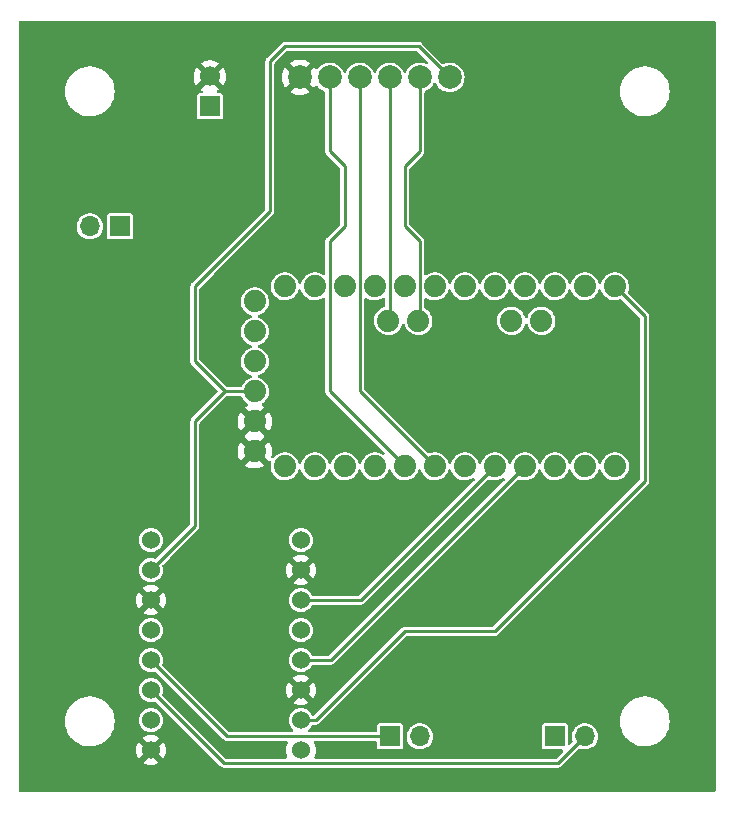
<source format=gbr>
%TF.GenerationSoftware,KiCad,Pcbnew,(6.0.1)*%
%TF.CreationDate,2022-05-11T20:09:52-07:00*%
%TF.ProjectId,BlackberryJam_pcb,426c6163-6b62-4657-9272-794a616d5f70,rev?*%
%TF.SameCoordinates,Original*%
%TF.FileFunction,Copper,L2,Bot*%
%TF.FilePolarity,Positive*%
%FSLAX46Y46*%
G04 Gerber Fmt 4.6, Leading zero omitted, Abs format (unit mm)*
G04 Created by KiCad (PCBNEW (6.0.1)) date 2022-05-11 20:09:52*
%MOMM*%
%LPD*%
G01*
G04 APERTURE LIST*
%TA.AperFunction,ComponentPad*%
%ADD10R,1.700000X1.700000*%
%TD*%
%TA.AperFunction,ComponentPad*%
%ADD11C,1.700000*%
%TD*%
%TA.AperFunction,ComponentPad*%
%ADD12C,2.000000*%
%TD*%
%TA.AperFunction,ComponentPad*%
%ADD13C,1.524000*%
%TD*%
%TA.AperFunction,ComponentPad*%
%ADD14C,1.879600*%
%TD*%
%TA.AperFunction,ComponentPad*%
%ADD15O,1.700000X1.700000*%
%TD*%
%TA.AperFunction,Conductor*%
%ADD16C,0.250000*%
%TD*%
G04 APERTURE END LIST*
D10*
%TO.P,U1,5,OUT+*%
%TO.N,RAW (V_IN)*%
X16510000Y-7620000D03*
D11*
%TO.P,U1,6,OUT-*%
%TO.N,GND*%
X16510000Y-5080000D03*
%TD*%
D12*
%TO.P,U4,1,3.3V*%
%TO.N,VCC (3.3V)*%
X36830000Y-5174000D03*
%TO.P,U4,2,SDA*%
%TO.N,A4*%
X34290000Y-5174000D03*
%TO.P,U4,3,SCL*%
%TO.N,A5*%
X31750000Y-5174000D03*
%TO.P,U4,4,INT2*%
%TO.N,D3 (INT1)*%
X29210000Y-5174000D03*
%TO.P,U4,5,INT1*%
%TO.N,D2 (INT0)*%
X26670000Y-5174000D03*
%TO.P,U4,6,GND*%
%TO.N,GND*%
X24130000Y-5174000D03*
%TD*%
D13*
%TO.P,U5,1,VM*%
%TO.N,RAW (V_IN)*%
X11525000Y-44355000D03*
%TO.P,U5,2,VCC*%
%TO.N,VCC (3.3V)*%
X11525000Y-46895000D03*
%TO.P,U5,3,GND*%
%TO.N,GND*%
X11525000Y-49435000D03*
%TO.P,U5,4,A01*%
%TO.N,Net-(D1-Pad2)*%
X11525000Y-51975000D03*
%TO.P,U5,5,A02*%
%TO.N,Net-(D1-Pad1)*%
X11525000Y-54515000D03*
%TO.P,U5,6,B02*%
%TO.N,Net-(D3-Pad2)*%
X11525000Y-57055000D03*
%TO.P,U5,7,B01*%
%TO.N,Net-(D3-Pad1)*%
X11525000Y-59595000D03*
%TO.P,U5,8,GND*%
%TO.N,GND*%
X11525000Y-62135000D03*
%TO.P,U5,9,GND*%
X24225000Y-62135000D03*
%TO.P,U5,10,PWMB*%
%TO.N,D10 (PWM)*%
X24225000Y-59595000D03*
%TO.P,U5,11,BI2*%
%TO.N,GND*%
X24225000Y-57055000D03*
%TO.P,U5,12,BI1*%
%TO.N,D6*%
X24225000Y-54515000D03*
%TO.P,U5,13,STBY*%
%TO.N,D4*%
X24225000Y-51975000D03*
%TO.P,U5,14,AI1*%
%TO.N,D5*%
X24225000Y-49435000D03*
%TO.P,U5,15,AI2*%
%TO.N,GND*%
X24225000Y-46895000D03*
%TO.P,U5,16,PWMA*%
%TO.N,D9 (PWM)*%
X24225000Y-44355000D03*
%TD*%
D14*
%TO.P,U2,JP1_1,DTR*%
%TO.N,unconnected-(U2-PadJP1_1)*%
X20320000Y-24130000D03*
%TO.P,U2,JP1_2,TXO*%
%TO.N,unconnected-(U2-PadJP1_2)*%
X20320000Y-26670000D03*
%TO.P,U2,JP1_3,RXI*%
%TO.N,unconnected-(U2-PadJP1_3)*%
X20320000Y-29210000D03*
%TO.P,U2,JP1_4,VCC*%
%TO.N,VCC (3.3V)*%
X20320000Y-31750000D03*
%TO.P,U2,JP1_5,GND*%
%TO.N,GND*%
X20320000Y-34290000D03*
%TO.P,U2,JP1_6,GND*%
X20320000Y-36830000D03*
%TO.P,U2,JP2_1,A4*%
%TO.N,A4*%
X34163000Y-25781000D03*
%TO.P,U2,JP2_2,A5*%
%TO.N,A5*%
X31623000Y-25781000D03*
%TO.P,U2,JP3_1,A6*%
%TO.N,unconnected-(U2-PadJP3_1)*%
X44577000Y-25781000D03*
%TO.P,U2,JP3_2,A7*%
%TO.N,unconnected-(U2-PadJP3_2)*%
X42037000Y-25781000D03*
%TO.P,U2,JP6_1,RAW*%
%TO.N,RAW (V_IN)*%
X22860000Y-22860000D03*
%TO.P,U2,JP6_2,GND_1*%
%TO.N,unconnected-(U2-PadJP6_2)*%
X25400000Y-22860000D03*
%TO.P,U2,JP6_3,RST_1*%
%TO.N,unconnected-(U2-PadJP6_3)*%
X27940000Y-22860000D03*
%TO.P,U2,JP6_4,VCC_1*%
%TO.N,unconnected-(U2-PadJP6_4)*%
X30480000Y-22860000D03*
%TO.P,U2,JP6_5,A3*%
%TO.N,unconnected-(U2-PadJP6_5)*%
X33020000Y-22860000D03*
%TO.P,U2,JP6_6,A2*%
%TO.N,unconnected-(U2-PadJP6_6)*%
X35560000Y-22860000D03*
%TO.P,U2,JP6_7,A1*%
%TO.N,unconnected-(U2-PadJP6_7)*%
X38100000Y-22860000D03*
%TO.P,U2,JP6_8,A0*%
%TO.N,unconnected-(U2-PadJP6_8)*%
X40640000Y-22860000D03*
%TO.P,U2,JP6_9,SCK*%
%TO.N,unconnected-(U2-PadJP6_9)*%
X43180000Y-22860000D03*
%TO.P,U2,JP6_10,MISO*%
%TO.N,unconnected-(U2-PadJP6_10)*%
X45720000Y-22860000D03*
%TO.P,U2,JP6_11,MOSI*%
%TO.N,unconnected-(U2-PadJP6_11)*%
X48260000Y-22860000D03*
%TO.P,U2,JP6_12,D10*%
%TO.N,D10 (PWM)*%
X50800000Y-22860000D03*
%TO.P,U2,JP7_1,D9*%
%TO.N,D9 (PWM)*%
X50800000Y-38100000D03*
%TO.P,U2,JP7_2,D8*%
%TO.N,unconnected-(U2-PadJP7_2)*%
X48260000Y-38100000D03*
%TO.P,U2,JP7_3,D7*%
%TO.N,unconnected-(U2-PadJP7_3)*%
X45720000Y-38100000D03*
%TO.P,U2,JP7_4,D6*%
%TO.N,D6*%
X43180000Y-38100000D03*
%TO.P,U2,JP7_5,D5*%
%TO.N,D5*%
X40640000Y-38100000D03*
%TO.P,U2,JP7_6,D4*%
%TO.N,D4*%
X38100000Y-38100000D03*
%TO.P,U2,JP7_7,D3*%
%TO.N,D3 (INT1)*%
X35560000Y-38100000D03*
%TO.P,U2,JP7_8,D2*%
%TO.N,D2 (INT0)*%
X33020000Y-38100000D03*
%TO.P,U2,JP7_9,GND_2*%
%TO.N,unconnected-(U2-PadJP7_9)*%
X30480000Y-38100000D03*
%TO.P,U2,JP7_10,RST_2*%
%TO.N,unconnected-(U2-PadJP7_10)*%
X27940000Y-38100000D03*
%TO.P,U2,JP7_11,RXI_2*%
%TO.N,unconnected-(U2-PadJP7_11)*%
X25400000Y-38100000D03*
%TO.P,U2,JP7_12,TXO_2*%
%TO.N,unconnected-(U2-PadJP7_12)*%
X22860000Y-38100000D03*
%TD*%
D10*
%TO.P,U3,1,+IN*%
%TO.N,Net-(D1-Pad1)*%
X31750000Y-60960000D03*
D15*
%TO.P,U3,2,-IN*%
%TO.N,Net-(D1-Pad2)*%
X34290000Y-60960000D03*
%TD*%
D10*
%TO.P,M2,1,+*%
%TO.N,Net-(D1-Pad2)*%
X8890000Y-17780000D03*
D15*
%TO.P,M2,2,-*%
%TO.N,Net-(D1-Pad1)*%
X6350000Y-17780000D03*
%TD*%
D10*
%TO.P,M3,1,+*%
%TO.N,Net-(D3-Pad1)*%
X45720000Y-60960000D03*
D15*
%TO.P,M3,2,-*%
%TO.N,Net-(D3-Pad2)*%
X48260000Y-60960000D03*
%TD*%
D16*
%TO.N,D2 (INT0)*%
X26675689Y-31755689D02*
X33020000Y-38100000D01*
X27940000Y-17780000D02*
X26675689Y-19044311D01*
X26675689Y-19044311D02*
X26675689Y-31755689D01*
X26670000Y-11430000D02*
X27940000Y-12700000D01*
X27940000Y-12700000D02*
X27940000Y-17780000D01*
X26670000Y-5174000D02*
X26670000Y-11430000D01*
%TO.N,Net-(D1-Pad1)*%
X17970000Y-60960000D02*
X31750000Y-60960000D01*
X11525000Y-54515000D02*
X17970000Y-60960000D01*
%TO.N,Net-(D3-Pad2)*%
X45998489Y-63221511D02*
X17691511Y-63221511D01*
X17691511Y-63221511D02*
X11525000Y-57055000D01*
X48260000Y-60960000D02*
X45998489Y-63221511D01*
%TO.N,D3 (INT1)*%
X29210000Y-5174000D02*
X29210000Y-31750000D01*
X29210000Y-31750000D02*
X35560000Y-38100000D01*
%TO.N,D5*%
X29305000Y-49435000D02*
X40640000Y-38100000D01*
X24225000Y-49435000D02*
X29305000Y-49435000D01*
%TO.N,D6*%
X26765000Y-54515000D02*
X43180000Y-38100000D01*
X24225000Y-54515000D02*
X26765000Y-54515000D01*
%TO.N,D10 (PWM)*%
X33020000Y-52070000D02*
X40640000Y-52070000D01*
X25495000Y-59595000D02*
X33020000Y-52070000D01*
X40640000Y-52070000D02*
X53340000Y-39370000D01*
X24225000Y-59595000D02*
X25495000Y-59595000D01*
X53340000Y-39370000D02*
X53340000Y-25400000D01*
X53340000Y-25400000D02*
X50800000Y-22860000D01*
%TO.N,A5*%
X31750000Y-5174000D02*
X31750000Y-25654000D01*
X31750000Y-25654000D02*
X31623000Y-25781000D01*
X30861000Y-25781000D02*
X31623000Y-25781000D01*
X31612993Y-25781000D02*
X31623000Y-25781000D01*
%TO.N,A4*%
X34290000Y-25654000D02*
X34163000Y-25781000D01*
X34152993Y-25781000D02*
X34163000Y-25781000D01*
X33020000Y-12700000D02*
X33020000Y-17780000D01*
X34290000Y-5174000D02*
X34290000Y-11430000D01*
X33020000Y-17780000D02*
X34290000Y-19050000D01*
X34290000Y-19050000D02*
X34290000Y-25654000D01*
X34290000Y-11430000D02*
X33020000Y-12700000D01*
%TO.N,VCC (3.3V)*%
X21590000Y-3810000D02*
X22860000Y-2540000D01*
X15240000Y-43180000D02*
X11525000Y-46895000D01*
X21590000Y-16510000D02*
X17780000Y-20320000D01*
X15240000Y-29210000D02*
X15240000Y-22860000D01*
X17780000Y-31750000D02*
X15240000Y-29210000D01*
X15240000Y-22860000D02*
X17780000Y-20320000D01*
X34196000Y-2540000D02*
X36830000Y-5174000D01*
X22860000Y-2540000D02*
X34196000Y-2540000D01*
X15240000Y-34290000D02*
X15240000Y-43180000D01*
X17780000Y-31750000D02*
X15240000Y-34290000D01*
X21590000Y-3810000D02*
X21590000Y-16510000D01*
X20320000Y-31750000D02*
X17780000Y-31750000D01*
%TD*%
%TA.AperFunction,Conductor*%
%TO.N,GND*%
G36*
X59278121Y-374002D02*
G01*
X59324614Y-427658D01*
X59336000Y-480000D01*
X59336000Y-65560000D01*
X59315998Y-65628121D01*
X59262342Y-65674614D01*
X59210000Y-65686000D01*
X480000Y-65686000D01*
X411879Y-65665998D01*
X365386Y-65612342D01*
X354000Y-65560000D01*
X354000Y-63193777D01*
X10830777Y-63193777D01*
X10840074Y-63205793D01*
X10883069Y-63235898D01*
X10892555Y-63241376D01*
X11083993Y-63330645D01*
X11094285Y-63334391D01*
X11298309Y-63389059D01*
X11309104Y-63390962D01*
X11519525Y-63409372D01*
X11530475Y-63409372D01*
X11740896Y-63390962D01*
X11751691Y-63389059D01*
X11955715Y-63334391D01*
X11966007Y-63330645D01*
X12157445Y-63241376D01*
X12166931Y-63235898D01*
X12210764Y-63205207D01*
X12219139Y-63194729D01*
X12212071Y-63181281D01*
X11537812Y-62507022D01*
X11523868Y-62499408D01*
X11522035Y-62499539D01*
X11515420Y-62503790D01*
X10837207Y-63182003D01*
X10830777Y-63193777D01*
X354000Y-63193777D01*
X354000Y-62140475D01*
X10250628Y-62140475D01*
X10269038Y-62350896D01*
X10270941Y-62361691D01*
X10325609Y-62565715D01*
X10329355Y-62576007D01*
X10418623Y-62767441D01*
X10424103Y-62776932D01*
X10454794Y-62820765D01*
X10465271Y-62829140D01*
X10478718Y-62822072D01*
X11152978Y-62147812D01*
X11159356Y-62136132D01*
X11889408Y-62136132D01*
X11889539Y-62137965D01*
X11893790Y-62144580D01*
X12572003Y-62822793D01*
X12583777Y-62829223D01*
X12595793Y-62819926D01*
X12625897Y-62776932D01*
X12631377Y-62767441D01*
X12720645Y-62576007D01*
X12724391Y-62565715D01*
X12779059Y-62361691D01*
X12780962Y-62350896D01*
X12799372Y-62140475D01*
X12799372Y-62129525D01*
X12780962Y-61919104D01*
X12779059Y-61908309D01*
X12724391Y-61704285D01*
X12720645Y-61693993D01*
X12631377Y-61502559D01*
X12625897Y-61493068D01*
X12595206Y-61449235D01*
X12584729Y-61440860D01*
X12571282Y-61447928D01*
X11897022Y-62122188D01*
X11889408Y-62136132D01*
X11159356Y-62136132D01*
X11160592Y-62133868D01*
X11160461Y-62132035D01*
X11156210Y-62125420D01*
X10477997Y-61447207D01*
X10466223Y-61440777D01*
X10454207Y-61450074D01*
X10424103Y-61493068D01*
X10418623Y-61502559D01*
X10329355Y-61693993D01*
X10325609Y-61704285D01*
X10270941Y-61908309D01*
X10269038Y-61919104D01*
X10250628Y-62129525D01*
X10250628Y-62140475D01*
X354000Y-62140475D01*
X354000Y-59667916D01*
X4241200Y-59667916D01*
X4257713Y-59954317D01*
X4258538Y-59958524D01*
X4258539Y-59958529D01*
X4271401Y-60024085D01*
X4312944Y-60235828D01*
X4314331Y-60239879D01*
X4381733Y-60436744D01*
X4405868Y-60507238D01*
X4407793Y-60511065D01*
X4407794Y-60511068D01*
X4517592Y-60729378D01*
X4534767Y-60763526D01*
X4537193Y-60767055D01*
X4537196Y-60767061D01*
X4690250Y-60989754D01*
X4697256Y-60999948D01*
X4700143Y-61003121D01*
X4700144Y-61003122D01*
X4766661Y-61076223D01*
X4890328Y-61212132D01*
X4940581Y-61254150D01*
X5107118Y-61393397D01*
X5107123Y-61393401D01*
X5110410Y-61396149D01*
X5196374Y-61450074D01*
X5349790Y-61546312D01*
X5349794Y-61546314D01*
X5353430Y-61548595D01*
X5357340Y-61550360D01*
X5357341Y-61550361D01*
X5610979Y-61664883D01*
X5610983Y-61664885D01*
X5614891Y-61666649D01*
X5645342Y-61675669D01*
X5885841Y-61746908D01*
X5885845Y-61746909D01*
X5889954Y-61748126D01*
X5894191Y-61748774D01*
X5894194Y-61748775D01*
X6008131Y-61766210D01*
X6173530Y-61791520D01*
X6319584Y-61793814D01*
X6456081Y-61795959D01*
X6456087Y-61795959D01*
X6460372Y-61796026D01*
X6745171Y-61761561D01*
X7022658Y-61688764D01*
X7026618Y-61687124D01*
X7026623Y-61687122D01*
X7164225Y-61630125D01*
X7287698Y-61578981D01*
X7535387Y-61434243D01*
X7761140Y-61257230D01*
X7937471Y-61075271D01*
X10830860Y-61075271D01*
X10837928Y-61088718D01*
X11512188Y-61762978D01*
X11526132Y-61770592D01*
X11527965Y-61770461D01*
X11534580Y-61766210D01*
X12212793Y-61087997D01*
X12219223Y-61076223D01*
X12209926Y-61064207D01*
X12166931Y-61034102D01*
X12157445Y-61028624D01*
X11966007Y-60939355D01*
X11955715Y-60935609D01*
X11751691Y-60880941D01*
X11740895Y-60879037D01*
X11558131Y-60863048D01*
X11519210Y-60847824D01*
X11488030Y-60862982D01*
X11478078Y-60864254D01*
X11309104Y-60879038D01*
X11298309Y-60880941D01*
X11094285Y-60935609D01*
X11083993Y-60939355D01*
X10892559Y-61028623D01*
X10883068Y-61034103D01*
X10839235Y-61064794D01*
X10830860Y-61075271D01*
X7937471Y-61075271D01*
X7960782Y-61051216D01*
X7963315Y-61047768D01*
X7963319Y-61047763D01*
X8128079Y-60823469D01*
X8130617Y-60820014D01*
X8161240Y-60763613D01*
X8265453Y-60571677D01*
X8265454Y-60571675D01*
X8267503Y-60567901D01*
X8368906Y-60299544D01*
X8432952Y-60019907D01*
X8458453Y-59734166D01*
X8458916Y-59690000D01*
X8457702Y-59672196D01*
X8451467Y-59580739D01*
X10503682Y-59580739D01*
X10520362Y-59779386D01*
X10542551Y-59856768D01*
X10572717Y-59961966D01*
X10575310Y-59971009D01*
X10666430Y-60148311D01*
X10790253Y-60304537D01*
X10794946Y-60308531D01*
X10794947Y-60308532D01*
X10807746Y-60319425D01*
X10942063Y-60433737D01*
X10947441Y-60436743D01*
X10947443Y-60436744D01*
X11055972Y-60497398D01*
X11116076Y-60530989D01*
X11121935Y-60532893D01*
X11121938Y-60532894D01*
X11157701Y-60544514D01*
X11305665Y-60592591D01*
X11311775Y-60593320D01*
X11311777Y-60593320D01*
X11379314Y-60601373D01*
X11482015Y-60613619D01*
X11516739Y-60628476D01*
X11544285Y-60613997D01*
X11559445Y-60611898D01*
X11696226Y-60601373D01*
X11696231Y-60601372D01*
X11702367Y-60600900D01*
X11708297Y-60599244D01*
X11708299Y-60599244D01*
X11820037Y-60568046D01*
X11894370Y-60547292D01*
X11917685Y-60535515D01*
X12066802Y-60460191D01*
X12066804Y-60460190D01*
X12072303Y-60457412D01*
X12229390Y-60334682D01*
X12251962Y-60308532D01*
X12355618Y-60188446D01*
X12355619Y-60188444D01*
X12359647Y-60183778D01*
X12458112Y-60010448D01*
X12521035Y-59821294D01*
X12528166Y-59764847D01*
X12545578Y-59627023D01*
X12545579Y-59627013D01*
X12546020Y-59623520D01*
X12546418Y-59595000D01*
X12526965Y-59396606D01*
X12525184Y-59390707D01*
X12525183Y-59390702D01*
X12471129Y-59211667D01*
X12469348Y-59205768D01*
X12422554Y-59117762D01*
X12378655Y-59035198D01*
X12378653Y-59035195D01*
X12375761Y-59029756D01*
X12371871Y-59024986D01*
X12371868Y-59024982D01*
X12253663Y-58880049D01*
X12253660Y-58880046D01*
X12249768Y-58875274D01*
X12197734Y-58832227D01*
X12100919Y-58752135D01*
X12096170Y-58748206D01*
X11920815Y-58653392D01*
X11730385Y-58594444D01*
X11724260Y-58593800D01*
X11724259Y-58593800D01*
X11538260Y-58574251D01*
X11538258Y-58574251D01*
X11532131Y-58573607D01*
X11434434Y-58582498D01*
X11339746Y-58591115D01*
X11339745Y-58591115D01*
X11333605Y-58591674D01*
X11327691Y-58593415D01*
X11327689Y-58593415D01*
X11197539Y-58631721D01*
X11142370Y-58647958D01*
X10965709Y-58740314D01*
X10960909Y-58744174D01*
X10960908Y-58744174D01*
X10955893Y-58748206D01*
X10810351Y-58865225D01*
X10682214Y-59017933D01*
X10586179Y-59192621D01*
X10584318Y-59198488D01*
X10584317Y-59198490D01*
X10578921Y-59215500D01*
X10525902Y-59382635D01*
X10503682Y-59580739D01*
X8451467Y-59580739D01*
X8439696Y-59408064D01*
X8439695Y-59408058D01*
X8439404Y-59403787D01*
X8435761Y-59386193D01*
X8407590Y-59250164D01*
X8381229Y-59122871D01*
X8285467Y-58852448D01*
X8153891Y-58597525D01*
X7988936Y-58362816D01*
X7970166Y-58342617D01*
X7796573Y-58155809D01*
X7796570Y-58155807D01*
X7793652Y-58152666D01*
X7571655Y-57970964D01*
X7327052Y-57821071D01*
X7323116Y-57819343D01*
X7068298Y-57707485D01*
X7068294Y-57707484D01*
X7064370Y-57705761D01*
X6788468Y-57627169D01*
X6577636Y-57597163D01*
X6508705Y-57587353D01*
X6508703Y-57587353D01*
X6504453Y-57586748D01*
X6500164Y-57586726D01*
X6500157Y-57586725D01*
X6221866Y-57585267D01*
X6221859Y-57585267D01*
X6217580Y-57585245D01*
X6213336Y-57585804D01*
X6213332Y-57585804D01*
X6088189Y-57602280D01*
X5933157Y-57622690D01*
X5656448Y-57698390D01*
X5392572Y-57810942D01*
X5388891Y-57813145D01*
X5150095Y-57956061D01*
X5150091Y-57956064D01*
X5146413Y-57958265D01*
X4922525Y-58137633D01*
X4899994Y-58161376D01*
X4738073Y-58332005D01*
X4725052Y-58345726D01*
X4557648Y-58578694D01*
X4423409Y-58832227D01*
X4409607Y-58869944D01*
X4350918Y-59030319D01*
X4324821Y-59101631D01*
X4263708Y-59381923D01*
X4242146Y-59655893D01*
X4241200Y-59667916D01*
X354000Y-59667916D01*
X354000Y-57040739D01*
X10503682Y-57040739D01*
X10520362Y-57239386D01*
X10575310Y-57431009D01*
X10666430Y-57608311D01*
X10790253Y-57764537D01*
X10942063Y-57893737D01*
X11116076Y-57990989D01*
X11121935Y-57992893D01*
X11121938Y-57992894D01*
X11166251Y-58007292D01*
X11305665Y-58052591D01*
X11311775Y-58053320D01*
X11311777Y-58053320D01*
X11379314Y-58061373D01*
X11503609Y-58076194D01*
X11509744Y-58075722D01*
X11509746Y-58075722D01*
X11696226Y-58061373D01*
X11696231Y-58061372D01*
X11702367Y-58060900D01*
X11708301Y-58059243D01*
X11708308Y-58059242D01*
X11859592Y-58017003D01*
X11930582Y-58017949D01*
X11982571Y-58049266D01*
X17385035Y-63451730D01*
X17400172Y-63470472D01*
X17401290Y-63471701D01*
X17406940Y-63480451D01*
X17415118Y-63486898D01*
X17433310Y-63501239D01*
X17437752Y-63505187D01*
X17437814Y-63505114D01*
X17441779Y-63508474D01*
X17445454Y-63512149D01*
X17449676Y-63515166D01*
X17449682Y-63515171D01*
X17461161Y-63523373D01*
X17465910Y-63526939D01*
X17506158Y-63558667D01*
X17514795Y-63561700D01*
X17522245Y-63567024D01*
X17532221Y-63570008D01*
X17532222Y-63570008D01*
X17547557Y-63574594D01*
X17571360Y-63581713D01*
X17576997Y-63583545D01*
X17617710Y-63597842D01*
X17625362Y-63600529D01*
X17630927Y-63601011D01*
X17633635Y-63601011D01*
X17636269Y-63601125D01*
X17636367Y-63601154D01*
X17636360Y-63601318D01*
X17637064Y-63601362D01*
X17643289Y-63603224D01*
X17697146Y-63601108D01*
X17702093Y-63601011D01*
X45944569Y-63601011D01*
X45968517Y-63603560D01*
X45970182Y-63603639D01*
X45980365Y-63605831D01*
X45990706Y-63604607D01*
X46013712Y-63601884D01*
X46019643Y-63601534D01*
X46019635Y-63601439D01*
X46024813Y-63601011D01*
X46030013Y-63601011D01*
X46035142Y-63600157D01*
X46035145Y-63600157D01*
X46049054Y-63597842D01*
X46054932Y-63597005D01*
X46095490Y-63592205D01*
X46095491Y-63592205D01*
X46105830Y-63590981D01*
X46114082Y-63587018D01*
X46123115Y-63585515D01*
X46132284Y-63580568D01*
X46132286Y-63580567D01*
X46168221Y-63561177D01*
X46173514Y-63558480D01*
X46212571Y-63539726D01*
X46212575Y-63539723D01*
X46219721Y-63536292D01*
X46223997Y-63532697D01*
X46225920Y-63530774D01*
X46227852Y-63529002D01*
X46227931Y-63528959D01*
X46228044Y-63529083D01*
X46228584Y-63528607D01*
X46234303Y-63525521D01*
X46252501Y-63505835D01*
X46270905Y-63485925D01*
X46274335Y-63482359D01*
X47734107Y-62022587D01*
X47796419Y-61988561D01*
X47872941Y-61995915D01*
X47917228Y-62014942D01*
X47990244Y-62031464D01*
X48109579Y-62058467D01*
X48109584Y-62058468D01*
X48115216Y-62059742D01*
X48120987Y-62059969D01*
X48120989Y-62059969D01*
X48180756Y-62062317D01*
X48318053Y-62067712D01*
X48425348Y-62052155D01*
X48513231Y-62039413D01*
X48513236Y-62039412D01*
X48518945Y-62038584D01*
X48524409Y-62036729D01*
X48524414Y-62036728D01*
X48705693Y-61975192D01*
X48705698Y-61975190D01*
X48711165Y-61973334D01*
X48888276Y-61874147D01*
X48927969Y-61841135D01*
X49023645Y-61761561D01*
X49044345Y-61744345D01*
X49107950Y-61667869D01*
X49170453Y-61592718D01*
X49170455Y-61592715D01*
X49174147Y-61588276D01*
X49252746Y-61447928D01*
X49270510Y-61416208D01*
X49270511Y-61416206D01*
X49273334Y-61411165D01*
X49275190Y-61405698D01*
X49275192Y-61405693D01*
X49336728Y-61224414D01*
X49336729Y-61224409D01*
X49338584Y-61218945D01*
X49339412Y-61213236D01*
X49339413Y-61213231D01*
X49362715Y-61052517D01*
X49367712Y-61018053D01*
X49369232Y-60960000D01*
X49350658Y-60757859D01*
X49348145Y-60748948D01*
X49297125Y-60568046D01*
X49297124Y-60568044D01*
X49295557Y-60562487D01*
X49288881Y-60548948D01*
X49208331Y-60385609D01*
X49205776Y-60380428D01*
X49084320Y-60217779D01*
X48935258Y-60079987D01*
X48930375Y-60076906D01*
X48930371Y-60076903D01*
X48768464Y-59974748D01*
X48763581Y-59971667D01*
X48575039Y-59896446D01*
X48569379Y-59895320D01*
X48569375Y-59895319D01*
X48381613Y-59857971D01*
X48381610Y-59857971D01*
X48375946Y-59856844D01*
X48370171Y-59856768D01*
X48370167Y-59856768D01*
X48268793Y-59855441D01*
X48172971Y-59854187D01*
X48167274Y-59855166D01*
X48167273Y-59855166D01*
X48079397Y-59870266D01*
X47972910Y-59888564D01*
X47782463Y-59958824D01*
X47777502Y-59961776D01*
X47777501Y-59961776D01*
X47772973Y-59964470D01*
X47608010Y-60062612D01*
X47603670Y-60066418D01*
X47603666Y-60066421D01*
X47510289Y-60148311D01*
X47455392Y-60196455D01*
X47451817Y-60200990D01*
X47451816Y-60200991D01*
X47441675Y-60213855D01*
X47329720Y-60355869D01*
X47327031Y-60360980D01*
X47327029Y-60360983D01*
X47314073Y-60385609D01*
X47235203Y-60535515D01*
X47175007Y-60729378D01*
X47151148Y-60930964D01*
X47164424Y-61133522D01*
X47165845Y-61139118D01*
X47165846Y-61139123D01*
X47212051Y-61321051D01*
X47214392Y-61330269D01*
X47221375Y-61345417D01*
X47231730Y-61415652D01*
X47202468Y-61480338D01*
X47196044Y-61487262D01*
X47039595Y-61643711D01*
X46977283Y-61677737D01*
X46906468Y-61672672D01*
X46849632Y-61630125D01*
X46824821Y-61563605D01*
X46824500Y-61554616D01*
X46824499Y-60091123D01*
X46824499Y-60084934D01*
X46817388Y-60049182D01*
X46812156Y-60022874D01*
X46812155Y-60022872D01*
X46809734Y-60010699D01*
X46792569Y-59985009D01*
X46760377Y-59936832D01*
X46753484Y-59926516D01*
X46669301Y-59870266D01*
X46595067Y-59855500D01*
X45720142Y-59855500D01*
X44844934Y-59855501D01*
X44809182Y-59862612D01*
X44782874Y-59867844D01*
X44782872Y-59867845D01*
X44770699Y-59870266D01*
X44760379Y-59877161D01*
X44760378Y-59877162D01*
X44711561Y-59909781D01*
X44686516Y-59926516D01*
X44630266Y-60010699D01*
X44615500Y-60084933D01*
X44615501Y-61835066D01*
X44630266Y-61909301D01*
X44637161Y-61919620D01*
X44637162Y-61919622D01*
X44677516Y-61980015D01*
X44686516Y-61993484D01*
X44770699Y-62049734D01*
X44844933Y-62064500D01*
X44882709Y-62064500D01*
X46314618Y-62064499D01*
X46382738Y-62084501D01*
X46429231Y-62138157D01*
X46439335Y-62208431D01*
X46409842Y-62273011D01*
X46403712Y-62279594D01*
X45878200Y-62805106D01*
X45815888Y-62839132D01*
X45789105Y-62842011D01*
X25494386Y-62842011D01*
X25426265Y-62822009D01*
X25379772Y-62768353D01*
X25369668Y-62698079D01*
X25380191Y-62662761D01*
X25420645Y-62576007D01*
X25424391Y-62565715D01*
X25479059Y-62361691D01*
X25480962Y-62350896D01*
X25499372Y-62140475D01*
X25499372Y-62129525D01*
X25480962Y-61919104D01*
X25479059Y-61908309D01*
X25424391Y-61704285D01*
X25420645Y-61693993D01*
X25338927Y-61518750D01*
X25328266Y-61448559D01*
X25357246Y-61383746D01*
X25416665Y-61344889D01*
X25453122Y-61339500D01*
X30519501Y-61339500D01*
X30587622Y-61359502D01*
X30634115Y-61413158D01*
X30645501Y-61465500D01*
X30645501Y-61835066D01*
X30660266Y-61909301D01*
X30667161Y-61919620D01*
X30667162Y-61919622D01*
X30707516Y-61980015D01*
X30716516Y-61993484D01*
X30800699Y-62049734D01*
X30874933Y-62064500D01*
X31749858Y-62064500D01*
X32625066Y-62064499D01*
X32660818Y-62057388D01*
X32687126Y-62052156D01*
X32687128Y-62052155D01*
X32699301Y-62049734D01*
X32709621Y-62042839D01*
X32709622Y-62042838D01*
X32773168Y-62000377D01*
X32783484Y-61993484D01*
X32839734Y-61909301D01*
X32854500Y-61835067D01*
X32854499Y-60930964D01*
X33181148Y-60930964D01*
X33194424Y-61133522D01*
X33195845Y-61139118D01*
X33195846Y-61139123D01*
X33242051Y-61321051D01*
X33244392Y-61330269D01*
X33246807Y-61335507D01*
X33246809Y-61335512D01*
X33282604Y-61413158D01*
X33329377Y-61514616D01*
X33332710Y-61519332D01*
X33436823Y-61666649D01*
X33446533Y-61680389D01*
X33591938Y-61822035D01*
X33760720Y-61934812D01*
X33766023Y-61937090D01*
X33766026Y-61937092D01*
X33885824Y-61988561D01*
X33947228Y-62014942D01*
X34020244Y-62031464D01*
X34139579Y-62058467D01*
X34139584Y-62058468D01*
X34145216Y-62059742D01*
X34150987Y-62059969D01*
X34150989Y-62059969D01*
X34210756Y-62062317D01*
X34348053Y-62067712D01*
X34455348Y-62052155D01*
X34543231Y-62039413D01*
X34543236Y-62039412D01*
X34548945Y-62038584D01*
X34554409Y-62036729D01*
X34554414Y-62036728D01*
X34735693Y-61975192D01*
X34735698Y-61975190D01*
X34741165Y-61973334D01*
X34918276Y-61874147D01*
X34957969Y-61841135D01*
X35053645Y-61761561D01*
X35074345Y-61744345D01*
X35137950Y-61667869D01*
X35200453Y-61592718D01*
X35200455Y-61592715D01*
X35204147Y-61588276D01*
X35282746Y-61447928D01*
X35300510Y-61416208D01*
X35300511Y-61416206D01*
X35303334Y-61411165D01*
X35305190Y-61405698D01*
X35305192Y-61405693D01*
X35366728Y-61224414D01*
X35366729Y-61224409D01*
X35368584Y-61218945D01*
X35369412Y-61213236D01*
X35369413Y-61213231D01*
X35392715Y-61052517D01*
X35397712Y-61018053D01*
X35399232Y-60960000D01*
X35380658Y-60757859D01*
X35378145Y-60748948D01*
X35327125Y-60568046D01*
X35327124Y-60568044D01*
X35325557Y-60562487D01*
X35318881Y-60548948D01*
X35238331Y-60385609D01*
X35235776Y-60380428D01*
X35114320Y-60217779D01*
X34965258Y-60079987D01*
X34960375Y-60076906D01*
X34960371Y-60076903D01*
X34798464Y-59974748D01*
X34793581Y-59971667D01*
X34605039Y-59896446D01*
X34599379Y-59895320D01*
X34599375Y-59895319D01*
X34411613Y-59857971D01*
X34411610Y-59857971D01*
X34405946Y-59856844D01*
X34400171Y-59856768D01*
X34400167Y-59856768D01*
X34298793Y-59855441D01*
X34202971Y-59854187D01*
X34197274Y-59855166D01*
X34197273Y-59855166D01*
X34109397Y-59870266D01*
X34002910Y-59888564D01*
X33812463Y-59958824D01*
X33807502Y-59961776D01*
X33807501Y-59961776D01*
X33802973Y-59964470D01*
X33638010Y-60062612D01*
X33633670Y-60066418D01*
X33633666Y-60066421D01*
X33540289Y-60148311D01*
X33485392Y-60196455D01*
X33481817Y-60200990D01*
X33481816Y-60200991D01*
X33471675Y-60213855D01*
X33359720Y-60355869D01*
X33357031Y-60360980D01*
X33357029Y-60360983D01*
X33344073Y-60385609D01*
X33265203Y-60535515D01*
X33205007Y-60729378D01*
X33181148Y-60930964D01*
X32854499Y-60930964D01*
X32854499Y-60084934D01*
X32847388Y-60049182D01*
X32842156Y-60022874D01*
X32842155Y-60022872D01*
X32839734Y-60010699D01*
X32822569Y-59985009D01*
X32790377Y-59936832D01*
X32783484Y-59926516D01*
X32699301Y-59870266D01*
X32625067Y-59855500D01*
X31750142Y-59855500D01*
X30874934Y-59855501D01*
X30839182Y-59862612D01*
X30812874Y-59867844D01*
X30812872Y-59867845D01*
X30800699Y-59870266D01*
X30790379Y-59877161D01*
X30790378Y-59877162D01*
X30741561Y-59909781D01*
X30716516Y-59926516D01*
X30660266Y-60010699D01*
X30645500Y-60084933D01*
X30645500Y-60454500D01*
X30625498Y-60522621D01*
X30571842Y-60569114D01*
X30519500Y-60580500D01*
X24980687Y-60580500D01*
X24912566Y-60560498D01*
X24866073Y-60506842D01*
X24855969Y-60436568D01*
X24885463Y-60371988D01*
X24903114Y-60355211D01*
X24924534Y-60338476D01*
X24929390Y-60334682D01*
X24951962Y-60308532D01*
X25055618Y-60188446D01*
X25055619Y-60188444D01*
X25059647Y-60183778D01*
X25118609Y-60079987D01*
X25142311Y-60038263D01*
X25193350Y-59988913D01*
X25251867Y-59974500D01*
X25441080Y-59974500D01*
X25465028Y-59977049D01*
X25466693Y-59977128D01*
X25476876Y-59979320D01*
X25487217Y-59978096D01*
X25510223Y-59975373D01*
X25516154Y-59975023D01*
X25516146Y-59974928D01*
X25521324Y-59974500D01*
X25526524Y-59974500D01*
X25531653Y-59973646D01*
X25531656Y-59973646D01*
X25545565Y-59971331D01*
X25551443Y-59970494D01*
X25592001Y-59965694D01*
X25592002Y-59965694D01*
X25602341Y-59964470D01*
X25610593Y-59960507D01*
X25619626Y-59959004D01*
X25628795Y-59954057D01*
X25628797Y-59954056D01*
X25664732Y-59934666D01*
X25670025Y-59931969D01*
X25709082Y-59913215D01*
X25709086Y-59913212D01*
X25716232Y-59909781D01*
X25720508Y-59906186D01*
X25722431Y-59904263D01*
X25724363Y-59902491D01*
X25724442Y-59902448D01*
X25724555Y-59902572D01*
X25725095Y-59902096D01*
X25730814Y-59899010D01*
X25738621Y-59890565D01*
X25767416Y-59859414D01*
X25770846Y-59855848D01*
X25958778Y-59667916D01*
X51231200Y-59667916D01*
X51247713Y-59954317D01*
X51248538Y-59958524D01*
X51248539Y-59958529D01*
X51261401Y-60024085D01*
X51302944Y-60235828D01*
X51304331Y-60239879D01*
X51371733Y-60436744D01*
X51395868Y-60507238D01*
X51397793Y-60511065D01*
X51397794Y-60511068D01*
X51507592Y-60729378D01*
X51524767Y-60763526D01*
X51527193Y-60767055D01*
X51527196Y-60767061D01*
X51680250Y-60989754D01*
X51687256Y-60999948D01*
X51690143Y-61003121D01*
X51690144Y-61003122D01*
X51756661Y-61076223D01*
X51880328Y-61212132D01*
X51930581Y-61254150D01*
X52097118Y-61393397D01*
X52097123Y-61393401D01*
X52100410Y-61396149D01*
X52186374Y-61450074D01*
X52339790Y-61546312D01*
X52339794Y-61546314D01*
X52343430Y-61548595D01*
X52347340Y-61550360D01*
X52347341Y-61550361D01*
X52600979Y-61664883D01*
X52600983Y-61664885D01*
X52604891Y-61666649D01*
X52635342Y-61675669D01*
X52875841Y-61746908D01*
X52875845Y-61746909D01*
X52879954Y-61748126D01*
X52884191Y-61748774D01*
X52884194Y-61748775D01*
X52998131Y-61766210D01*
X53163530Y-61791520D01*
X53309584Y-61793814D01*
X53446081Y-61795959D01*
X53446087Y-61795959D01*
X53450372Y-61796026D01*
X53735171Y-61761561D01*
X54012658Y-61688764D01*
X54016618Y-61687124D01*
X54016623Y-61687122D01*
X54154225Y-61630125D01*
X54277698Y-61578981D01*
X54525387Y-61434243D01*
X54751140Y-61257230D01*
X54950782Y-61051216D01*
X54953315Y-61047768D01*
X54953319Y-61047763D01*
X55118079Y-60823469D01*
X55120617Y-60820014D01*
X55151240Y-60763613D01*
X55255453Y-60571677D01*
X55255454Y-60571675D01*
X55257503Y-60567901D01*
X55358906Y-60299544D01*
X55422952Y-60019907D01*
X55448453Y-59734166D01*
X55448916Y-59690000D01*
X55447702Y-59672196D01*
X55429696Y-59408064D01*
X55429695Y-59408058D01*
X55429404Y-59403787D01*
X55425761Y-59386193D01*
X55397590Y-59250164D01*
X55371229Y-59122871D01*
X55275467Y-58852448D01*
X55143891Y-58597525D01*
X54978936Y-58362816D01*
X54960166Y-58342617D01*
X54786573Y-58155809D01*
X54786570Y-58155807D01*
X54783652Y-58152666D01*
X54561655Y-57970964D01*
X54317052Y-57821071D01*
X54313116Y-57819343D01*
X54058298Y-57707485D01*
X54058294Y-57707484D01*
X54054370Y-57705761D01*
X53778468Y-57627169D01*
X53567636Y-57597163D01*
X53498705Y-57587353D01*
X53498703Y-57587353D01*
X53494453Y-57586748D01*
X53490164Y-57586726D01*
X53490157Y-57586725D01*
X53211866Y-57585267D01*
X53211859Y-57585267D01*
X53207580Y-57585245D01*
X53203336Y-57585804D01*
X53203332Y-57585804D01*
X53078189Y-57602280D01*
X52923157Y-57622690D01*
X52646448Y-57698390D01*
X52382572Y-57810942D01*
X52378891Y-57813145D01*
X52140095Y-57956061D01*
X52140091Y-57956064D01*
X52136413Y-57958265D01*
X51912525Y-58137633D01*
X51889994Y-58161376D01*
X51728073Y-58332005D01*
X51715052Y-58345726D01*
X51547648Y-58578694D01*
X51413409Y-58832227D01*
X51399607Y-58869944D01*
X51340918Y-59030319D01*
X51314821Y-59101631D01*
X51253708Y-59381923D01*
X51232146Y-59655893D01*
X51231200Y-59667916D01*
X25958778Y-59667916D01*
X33140289Y-52486405D01*
X33202601Y-52452379D01*
X33229384Y-52449500D01*
X40586080Y-52449500D01*
X40610028Y-52452049D01*
X40611693Y-52452128D01*
X40621876Y-52454320D01*
X40632217Y-52453096D01*
X40655223Y-52450373D01*
X40661154Y-52450023D01*
X40661146Y-52449928D01*
X40666324Y-52449500D01*
X40671524Y-52449500D01*
X40676653Y-52448646D01*
X40676656Y-52448646D01*
X40690565Y-52446331D01*
X40696443Y-52445494D01*
X40737001Y-52440694D01*
X40737002Y-52440694D01*
X40747341Y-52439470D01*
X40755593Y-52435507D01*
X40764626Y-52434004D01*
X40773795Y-52429057D01*
X40773797Y-52429056D01*
X40809732Y-52409666D01*
X40815025Y-52406969D01*
X40854082Y-52388215D01*
X40854086Y-52388212D01*
X40861232Y-52384781D01*
X40865508Y-52381186D01*
X40867431Y-52379263D01*
X40869363Y-52377491D01*
X40869442Y-52377448D01*
X40869555Y-52377572D01*
X40870095Y-52377096D01*
X40875814Y-52374010D01*
X40912417Y-52334413D01*
X40915846Y-52330848D01*
X53570216Y-39676478D01*
X53588964Y-39661336D01*
X53590189Y-39660221D01*
X53598940Y-39654571D01*
X53605387Y-39646393D01*
X53605389Y-39646391D01*
X53619729Y-39628200D01*
X53623678Y-39623756D01*
X53623604Y-39623694D01*
X53626957Y-39619737D01*
X53630638Y-39616056D01*
X53641865Y-39600346D01*
X53645421Y-39595609D01*
X53670708Y-39563532D01*
X53677156Y-39555353D01*
X53680189Y-39546716D01*
X53685513Y-39539266D01*
X53700202Y-39490151D01*
X53702034Y-39484514D01*
X53716390Y-39443633D01*
X53716390Y-39443632D01*
X53719018Y-39436149D01*
X53719500Y-39430584D01*
X53719500Y-39427876D01*
X53719614Y-39425242D01*
X53719643Y-39425144D01*
X53719807Y-39425151D01*
X53719851Y-39424447D01*
X53721713Y-39418222D01*
X53719597Y-39364365D01*
X53719500Y-39359418D01*
X53719500Y-25453920D01*
X53722049Y-25429973D01*
X53722128Y-25428307D01*
X53724320Y-25418124D01*
X53723096Y-25407782D01*
X53723096Y-25407779D01*
X53720374Y-25384787D01*
X53720023Y-25378846D01*
X53719928Y-25378854D01*
X53719500Y-25373674D01*
X53719500Y-25368476D01*
X53716329Y-25349424D01*
X53715492Y-25343547D01*
X53710693Y-25302997D01*
X53710692Y-25302995D01*
X53709469Y-25292659D01*
X53705508Y-25284410D01*
X53704004Y-25275374D01*
X53699056Y-25266203D01*
X53679652Y-25230240D01*
X53676957Y-25224951D01*
X53658212Y-25185915D01*
X53654780Y-25178768D01*
X53651186Y-25174492D01*
X53649246Y-25172552D01*
X53647493Y-25170641D01*
X53647444Y-25170551D01*
X53647567Y-25170439D01*
X53647095Y-25169904D01*
X53644010Y-25164186D01*
X53604413Y-25127583D01*
X53600848Y-25124154D01*
X51933085Y-23456391D01*
X51899059Y-23394079D01*
X51902867Y-23326795D01*
X51964420Y-23145467D01*
X51964421Y-23145462D01*
X51966276Y-23139998D01*
X51967104Y-23134289D01*
X51967105Y-23134284D01*
X51989478Y-22979976D01*
X51997772Y-22922773D01*
X51999416Y-22860000D01*
X51982944Y-22680737D01*
X51979861Y-22647178D01*
X51979860Y-22647175D01*
X51979332Y-22641424D01*
X51958811Y-22568664D01*
X51921319Y-22435727D01*
X51921318Y-22435725D01*
X51919751Y-22430168D01*
X51905369Y-22401003D01*
X51825225Y-22238488D01*
X51822670Y-22233307D01*
X51691340Y-22057434D01*
X51530158Y-21908439D01*
X51344523Y-21791313D01*
X51140653Y-21709976D01*
X51134985Y-21708849D01*
X51134983Y-21708848D01*
X50931041Y-21668282D01*
X50931037Y-21668282D01*
X50925373Y-21667155D01*
X50919598Y-21667079D01*
X50919594Y-21667079D01*
X50808963Y-21665631D01*
X50705895Y-21664281D01*
X50700198Y-21665260D01*
X50700197Y-21665260D01*
X50495265Y-21700474D01*
X50489568Y-21701453D01*
X50283638Y-21777425D01*
X50278677Y-21780377D01*
X50278676Y-21780377D01*
X50099969Y-21886696D01*
X50099966Y-21886698D01*
X50095001Y-21889652D01*
X49929974Y-22034377D01*
X49794085Y-22206751D01*
X49791394Y-22211867D01*
X49791392Y-22211869D01*
X49780113Y-22233307D01*
X49691884Y-22401003D01*
X49690171Y-22406521D01*
X49690167Y-22406530D01*
X49650145Y-22535421D01*
X49610842Y-22594547D01*
X49545813Y-22623037D01*
X49475704Y-22611847D01*
X49422774Y-22564530D01*
X49408544Y-22532259D01*
X49381319Y-22435727D01*
X49381318Y-22435725D01*
X49379751Y-22430168D01*
X49365369Y-22401003D01*
X49285225Y-22238488D01*
X49282670Y-22233307D01*
X49151340Y-22057434D01*
X48990158Y-21908439D01*
X48804523Y-21791313D01*
X48600653Y-21709976D01*
X48594985Y-21708849D01*
X48594983Y-21708848D01*
X48391041Y-21668282D01*
X48391037Y-21668282D01*
X48385373Y-21667155D01*
X48379598Y-21667079D01*
X48379594Y-21667079D01*
X48268963Y-21665631D01*
X48165895Y-21664281D01*
X48160198Y-21665260D01*
X48160197Y-21665260D01*
X47955265Y-21700474D01*
X47949568Y-21701453D01*
X47743638Y-21777425D01*
X47738677Y-21780377D01*
X47738676Y-21780377D01*
X47559969Y-21886696D01*
X47559966Y-21886698D01*
X47555001Y-21889652D01*
X47389974Y-22034377D01*
X47254085Y-22206751D01*
X47251394Y-22211867D01*
X47251392Y-22211869D01*
X47240113Y-22233307D01*
X47151884Y-22401003D01*
X47150171Y-22406521D01*
X47150167Y-22406530D01*
X47110145Y-22535421D01*
X47070842Y-22594547D01*
X47005813Y-22623037D01*
X46935704Y-22611847D01*
X46882774Y-22564530D01*
X46868544Y-22532259D01*
X46841319Y-22435727D01*
X46841318Y-22435725D01*
X46839751Y-22430168D01*
X46825369Y-22401003D01*
X46745225Y-22238488D01*
X46742670Y-22233307D01*
X46611340Y-22057434D01*
X46450158Y-21908439D01*
X46264523Y-21791313D01*
X46060653Y-21709976D01*
X46054985Y-21708849D01*
X46054983Y-21708848D01*
X45851041Y-21668282D01*
X45851037Y-21668282D01*
X45845373Y-21667155D01*
X45839598Y-21667079D01*
X45839594Y-21667079D01*
X45728963Y-21665631D01*
X45625895Y-21664281D01*
X45620198Y-21665260D01*
X45620197Y-21665260D01*
X45415265Y-21700474D01*
X45409568Y-21701453D01*
X45203638Y-21777425D01*
X45198677Y-21780377D01*
X45198676Y-21780377D01*
X45019969Y-21886696D01*
X45019966Y-21886698D01*
X45015001Y-21889652D01*
X44849974Y-22034377D01*
X44714085Y-22206751D01*
X44711394Y-22211867D01*
X44711392Y-22211869D01*
X44700113Y-22233307D01*
X44611884Y-22401003D01*
X44610171Y-22406521D01*
X44610167Y-22406530D01*
X44570145Y-22535421D01*
X44530842Y-22594547D01*
X44465813Y-22623037D01*
X44395704Y-22611847D01*
X44342774Y-22564530D01*
X44328544Y-22532259D01*
X44301319Y-22435727D01*
X44301318Y-22435725D01*
X44299751Y-22430168D01*
X44285369Y-22401003D01*
X44205225Y-22238488D01*
X44202670Y-22233307D01*
X44071340Y-22057434D01*
X43910158Y-21908439D01*
X43724523Y-21791313D01*
X43520653Y-21709976D01*
X43514985Y-21708849D01*
X43514983Y-21708848D01*
X43311041Y-21668282D01*
X43311037Y-21668282D01*
X43305373Y-21667155D01*
X43299598Y-21667079D01*
X43299594Y-21667079D01*
X43188963Y-21665631D01*
X43085895Y-21664281D01*
X43080198Y-21665260D01*
X43080197Y-21665260D01*
X42875265Y-21700474D01*
X42869568Y-21701453D01*
X42663638Y-21777425D01*
X42658677Y-21780377D01*
X42658676Y-21780377D01*
X42479969Y-21886696D01*
X42479966Y-21886698D01*
X42475001Y-21889652D01*
X42309974Y-22034377D01*
X42174085Y-22206751D01*
X42171394Y-22211867D01*
X42171392Y-22211869D01*
X42160113Y-22233307D01*
X42071884Y-22401003D01*
X42070171Y-22406521D01*
X42070167Y-22406530D01*
X42030145Y-22535421D01*
X41990842Y-22594547D01*
X41925813Y-22623037D01*
X41855704Y-22611847D01*
X41802774Y-22564530D01*
X41788544Y-22532259D01*
X41761319Y-22435727D01*
X41761318Y-22435725D01*
X41759751Y-22430168D01*
X41745369Y-22401003D01*
X41665225Y-22238488D01*
X41662670Y-22233307D01*
X41531340Y-22057434D01*
X41370158Y-21908439D01*
X41184523Y-21791313D01*
X40980653Y-21709976D01*
X40974985Y-21708849D01*
X40974983Y-21708848D01*
X40771041Y-21668282D01*
X40771037Y-21668282D01*
X40765373Y-21667155D01*
X40759598Y-21667079D01*
X40759594Y-21667079D01*
X40648963Y-21665631D01*
X40545895Y-21664281D01*
X40540198Y-21665260D01*
X40540197Y-21665260D01*
X40335265Y-21700474D01*
X40329568Y-21701453D01*
X40123638Y-21777425D01*
X40118677Y-21780377D01*
X40118676Y-21780377D01*
X39939969Y-21886696D01*
X39939966Y-21886698D01*
X39935001Y-21889652D01*
X39769974Y-22034377D01*
X39634085Y-22206751D01*
X39631394Y-22211867D01*
X39631392Y-22211869D01*
X39620113Y-22233307D01*
X39531884Y-22401003D01*
X39530171Y-22406521D01*
X39530167Y-22406530D01*
X39490145Y-22535421D01*
X39450842Y-22594547D01*
X39385813Y-22623037D01*
X39315704Y-22611847D01*
X39262774Y-22564530D01*
X39248544Y-22532259D01*
X39221319Y-22435727D01*
X39221318Y-22435725D01*
X39219751Y-22430168D01*
X39205369Y-22401003D01*
X39125225Y-22238488D01*
X39122670Y-22233307D01*
X38991340Y-22057434D01*
X38830158Y-21908439D01*
X38644523Y-21791313D01*
X38440653Y-21709976D01*
X38434985Y-21708849D01*
X38434983Y-21708848D01*
X38231041Y-21668282D01*
X38231037Y-21668282D01*
X38225373Y-21667155D01*
X38219598Y-21667079D01*
X38219594Y-21667079D01*
X38108963Y-21665631D01*
X38005895Y-21664281D01*
X38000198Y-21665260D01*
X38000197Y-21665260D01*
X37795265Y-21700474D01*
X37789568Y-21701453D01*
X37583638Y-21777425D01*
X37578677Y-21780377D01*
X37578676Y-21780377D01*
X37399969Y-21886696D01*
X37399966Y-21886698D01*
X37395001Y-21889652D01*
X37229974Y-22034377D01*
X37094085Y-22206751D01*
X37091394Y-22211867D01*
X37091392Y-22211869D01*
X37080113Y-22233307D01*
X36991884Y-22401003D01*
X36990171Y-22406521D01*
X36990167Y-22406530D01*
X36950145Y-22535421D01*
X36910842Y-22594547D01*
X36845813Y-22623037D01*
X36775704Y-22611847D01*
X36722774Y-22564530D01*
X36708544Y-22532259D01*
X36681319Y-22435727D01*
X36681318Y-22435725D01*
X36679751Y-22430168D01*
X36665369Y-22401003D01*
X36585225Y-22238488D01*
X36582670Y-22233307D01*
X36451340Y-22057434D01*
X36290158Y-21908439D01*
X36104523Y-21791313D01*
X35900653Y-21709976D01*
X35894985Y-21708849D01*
X35894983Y-21708848D01*
X35691041Y-21668282D01*
X35691037Y-21668282D01*
X35685373Y-21667155D01*
X35679598Y-21667079D01*
X35679594Y-21667079D01*
X35568963Y-21665631D01*
X35465895Y-21664281D01*
X35460198Y-21665260D01*
X35460197Y-21665260D01*
X35255265Y-21700474D01*
X35249568Y-21701453D01*
X35043638Y-21777425D01*
X34865613Y-21883339D01*
X34859923Y-21886724D01*
X34791153Y-21904364D01*
X34723763Y-21882023D01*
X34679149Y-21826796D01*
X34669500Y-21778439D01*
X34669500Y-19103920D01*
X34672049Y-19079973D01*
X34672128Y-19078307D01*
X34674320Y-19068124D01*
X34673096Y-19057782D01*
X34673096Y-19057779D01*
X34670374Y-19034787D01*
X34670023Y-19028846D01*
X34669928Y-19028854D01*
X34669500Y-19023674D01*
X34669500Y-19018476D01*
X34667506Y-19006494D01*
X34666329Y-18999427D01*
X34665492Y-18993547D01*
X34660693Y-18952997D01*
X34660692Y-18952995D01*
X34659469Y-18942659D01*
X34655508Y-18934410D01*
X34654004Y-18925374D01*
X34649056Y-18916203D01*
X34629652Y-18880240D01*
X34626957Y-18874951D01*
X34608212Y-18835915D01*
X34604780Y-18828768D01*
X34601186Y-18824492D01*
X34599246Y-18822552D01*
X34597493Y-18820641D01*
X34597444Y-18820551D01*
X34597567Y-18820439D01*
X34597095Y-18819904D01*
X34594010Y-18814186D01*
X34554413Y-18777583D01*
X34550848Y-18774154D01*
X33436405Y-17659711D01*
X33402379Y-17597399D01*
X33399500Y-17570616D01*
X33399500Y-12909384D01*
X33419502Y-12841263D01*
X33436405Y-12820289D01*
X34520216Y-11736478D01*
X34538964Y-11721336D01*
X34540189Y-11720221D01*
X34548940Y-11714571D01*
X34555387Y-11706393D01*
X34555389Y-11706391D01*
X34569729Y-11688200D01*
X34573678Y-11683756D01*
X34573604Y-11683694D01*
X34576957Y-11679737D01*
X34580638Y-11676056D01*
X34591865Y-11660346D01*
X34595421Y-11655609D01*
X34598872Y-11651232D01*
X34627156Y-11615353D01*
X34630189Y-11606716D01*
X34635513Y-11599266D01*
X34650202Y-11550151D01*
X34652034Y-11544514D01*
X34666390Y-11503633D01*
X34666390Y-11503632D01*
X34669018Y-11496149D01*
X34669500Y-11490584D01*
X34669500Y-11487876D01*
X34669614Y-11485242D01*
X34669643Y-11485144D01*
X34669807Y-11485151D01*
X34669851Y-11484447D01*
X34671713Y-11478222D01*
X34669597Y-11424365D01*
X34669500Y-11419418D01*
X34669500Y-6461495D01*
X34689502Y-6393374D01*
X34742250Y-6347300D01*
X34914659Y-6266905D01*
X34914664Y-6266902D01*
X34919646Y-6264579D01*
X34936561Y-6252735D01*
X35094946Y-6141833D01*
X35094949Y-6141831D01*
X35099457Y-6138674D01*
X35254674Y-5983457D01*
X35305995Y-5910164D01*
X35377422Y-5808155D01*
X35377423Y-5808153D01*
X35380579Y-5803646D01*
X35382903Y-5798661D01*
X35382907Y-5798655D01*
X35445805Y-5663768D01*
X35492722Y-5610482D01*
X35560999Y-5591021D01*
X35628959Y-5611563D01*
X35674195Y-5663768D01*
X35737093Y-5798655D01*
X35737097Y-5798661D01*
X35739421Y-5803646D01*
X35742577Y-5808153D01*
X35742578Y-5808155D01*
X35814006Y-5910164D01*
X35865326Y-5983457D01*
X36020543Y-6138674D01*
X36025051Y-6141831D01*
X36025054Y-6141833D01*
X36183439Y-6252735D01*
X36200354Y-6264579D01*
X36205336Y-6266902D01*
X36205341Y-6266905D01*
X36288314Y-6305595D01*
X36399297Y-6357347D01*
X36611326Y-6414161D01*
X36830000Y-6433292D01*
X37048674Y-6414161D01*
X37260703Y-6357347D01*
X37323818Y-6327916D01*
X51231200Y-6327916D01*
X51247713Y-6614317D01*
X51248538Y-6618524D01*
X51248539Y-6618529D01*
X51261401Y-6684085D01*
X51302944Y-6895828D01*
X51304331Y-6899879D01*
X51331566Y-6979425D01*
X51395868Y-7167238D01*
X51397793Y-7171065D01*
X51397794Y-7171068D01*
X51486482Y-7347404D01*
X51524767Y-7423526D01*
X51527193Y-7427055D01*
X51527196Y-7427061D01*
X51680250Y-7649754D01*
X51687256Y-7659948D01*
X51690143Y-7663121D01*
X51690144Y-7663122D01*
X51756967Y-7736560D01*
X51880328Y-7872132D01*
X51883609Y-7874875D01*
X52097118Y-8053397D01*
X52097123Y-8053401D01*
X52100410Y-8056149D01*
X52156921Y-8091598D01*
X52339790Y-8206312D01*
X52339794Y-8206314D01*
X52343430Y-8208595D01*
X52347340Y-8210360D01*
X52347341Y-8210361D01*
X52600979Y-8324883D01*
X52600983Y-8324885D01*
X52604891Y-8326649D01*
X52609011Y-8327869D01*
X52609010Y-8327869D01*
X52875841Y-8406908D01*
X52875845Y-8406909D01*
X52879954Y-8408126D01*
X52884191Y-8408774D01*
X52884194Y-8408775D01*
X53126211Y-8445809D01*
X53163530Y-8451520D01*
X53309584Y-8453814D01*
X53446081Y-8455959D01*
X53446087Y-8455959D01*
X53450372Y-8456026D01*
X53735171Y-8421561D01*
X54012658Y-8348764D01*
X54016618Y-8347124D01*
X54016623Y-8347122D01*
X54145178Y-8293872D01*
X54277698Y-8238981D01*
X54525387Y-8094243D01*
X54751140Y-7917230D01*
X54950782Y-7711216D01*
X54953315Y-7707768D01*
X54953319Y-7707763D01*
X55118079Y-7483469D01*
X55120617Y-7480014D01*
X55149368Y-7427061D01*
X55255453Y-7231677D01*
X55255454Y-7231675D01*
X55257503Y-7227901D01*
X55358906Y-6959544D01*
X55422952Y-6679907D01*
X55448453Y-6394166D01*
X55448916Y-6350000D01*
X55447702Y-6332196D01*
X55429696Y-6068064D01*
X55429695Y-6068058D01*
X55429404Y-6063787D01*
X55425761Y-6046193D01*
X55397590Y-5910164D01*
X55371229Y-5782871D01*
X55275467Y-5512448D01*
X55143891Y-5257525D01*
X54978936Y-5022816D01*
X54958027Y-5000315D01*
X54786573Y-4815809D01*
X54786570Y-4815807D01*
X54783652Y-4812666D01*
X54561655Y-4630964D01*
X54334621Y-4491837D01*
X54320714Y-4483315D01*
X54320713Y-4483315D01*
X54317052Y-4481071D01*
X54313116Y-4479343D01*
X54058298Y-4367485D01*
X54058294Y-4367484D01*
X54054370Y-4365761D01*
X53778468Y-4287169D01*
X53567636Y-4257163D01*
X53498705Y-4247353D01*
X53498703Y-4247353D01*
X53494453Y-4246748D01*
X53490164Y-4246726D01*
X53490157Y-4246725D01*
X53211866Y-4245267D01*
X53211859Y-4245267D01*
X53207580Y-4245245D01*
X53203336Y-4245804D01*
X53203332Y-4245804D01*
X53078189Y-4262280D01*
X52923157Y-4282690D01*
X52646448Y-4358390D01*
X52382572Y-4470942D01*
X52378891Y-4473145D01*
X52140095Y-4616061D01*
X52140091Y-4616064D01*
X52136413Y-4618265D01*
X51912525Y-4797633D01*
X51850870Y-4862604D01*
X51728073Y-4992005D01*
X51715052Y-5005726D01*
X51547648Y-5238694D01*
X51413409Y-5492227D01*
X51374192Y-5599392D01*
X51340918Y-5690319D01*
X51314821Y-5761631D01*
X51253708Y-6041923D01*
X51232146Y-6315893D01*
X51231200Y-6327916D01*
X37323818Y-6327916D01*
X37371686Y-6305595D01*
X37454659Y-6266905D01*
X37454664Y-6266902D01*
X37459646Y-6264579D01*
X37476561Y-6252735D01*
X37634946Y-6141833D01*
X37634949Y-6141831D01*
X37639457Y-6138674D01*
X37794674Y-5983457D01*
X37845995Y-5910164D01*
X37917422Y-5808155D01*
X37917423Y-5808153D01*
X37920579Y-5803646D01*
X37922902Y-5798664D01*
X37922905Y-5798659D01*
X37985805Y-5663768D01*
X38013347Y-5604703D01*
X38070161Y-5392674D01*
X38089292Y-5174000D01*
X38070161Y-4955326D01*
X38013347Y-4743297D01*
X37954016Y-4616061D01*
X37922905Y-4549341D01*
X37922902Y-4549336D01*
X37920579Y-4544354D01*
X37877648Y-4483042D01*
X37797833Y-4369054D01*
X37797831Y-4369051D01*
X37794674Y-4364543D01*
X37639457Y-4209326D01*
X37634949Y-4206169D01*
X37634946Y-4206167D01*
X37464155Y-4086578D01*
X37464153Y-4086577D01*
X37459646Y-4083421D01*
X37454664Y-4081098D01*
X37454659Y-4081095D01*
X37313857Y-4015439D01*
X37260703Y-3990653D01*
X37048674Y-3933839D01*
X36830000Y-3914708D01*
X36611326Y-3933839D01*
X36399297Y-3990653D01*
X36394315Y-3992976D01*
X36394307Y-3992979D01*
X36331983Y-4022042D01*
X36261791Y-4032704D01*
X36196978Y-4003725D01*
X36189637Y-3996943D01*
X34502478Y-2309784D01*
X34487336Y-2291036D01*
X34486221Y-2289811D01*
X34480571Y-2281060D01*
X34472393Y-2274613D01*
X34472391Y-2274611D01*
X34454200Y-2260271D01*
X34449759Y-2256325D01*
X34449697Y-2256398D01*
X34445733Y-2253039D01*
X34442056Y-2249362D01*
X34426308Y-2238108D01*
X34421638Y-2234602D01*
X34381353Y-2202844D01*
X34372719Y-2199812D01*
X34365266Y-2194486D01*
X34316150Y-2179797D01*
X34310508Y-2177964D01*
X34269633Y-2163610D01*
X34269632Y-2163610D01*
X34262149Y-2160982D01*
X34256584Y-2160500D01*
X34253876Y-2160500D01*
X34251242Y-2160386D01*
X34251144Y-2160357D01*
X34251151Y-2160193D01*
X34250447Y-2160149D01*
X34244222Y-2158287D01*
X34190365Y-2160403D01*
X34185418Y-2160500D01*
X22913920Y-2160500D01*
X22889973Y-2157951D01*
X22888307Y-2157872D01*
X22878124Y-2155680D01*
X22867782Y-2156904D01*
X22867779Y-2156904D01*
X22844787Y-2159626D01*
X22838846Y-2159977D01*
X22838854Y-2160072D01*
X22833674Y-2160500D01*
X22828476Y-2160500D01*
X22823354Y-2161353D01*
X22823349Y-2161353D01*
X22809427Y-2163671D01*
X22803550Y-2164508D01*
X22797049Y-2165277D01*
X22762997Y-2169307D01*
X22762995Y-2169308D01*
X22752659Y-2170531D01*
X22744410Y-2174492D01*
X22735374Y-2175996D01*
X22726205Y-2180943D01*
X22726203Y-2180944D01*
X22690240Y-2200348D01*
X22684951Y-2203043D01*
X22671936Y-2209293D01*
X22638768Y-2225220D01*
X22634492Y-2228814D01*
X22632552Y-2230754D01*
X22630641Y-2232507D01*
X22630551Y-2232556D01*
X22630439Y-2232433D01*
X22629904Y-2232905D01*
X22624186Y-2235990D01*
X22617119Y-2243635D01*
X22587584Y-2275586D01*
X22584154Y-2279152D01*
X21359784Y-3503522D01*
X21341036Y-3518664D01*
X21339811Y-3519779D01*
X21331060Y-3525429D01*
X21324613Y-3533607D01*
X21324611Y-3533609D01*
X21310271Y-3551800D01*
X21306325Y-3556241D01*
X21306398Y-3556303D01*
X21303039Y-3560267D01*
X21299362Y-3563944D01*
X21288108Y-3579692D01*
X21284602Y-3584362D01*
X21252844Y-3624647D01*
X21249812Y-3633281D01*
X21244486Y-3640734D01*
X21232410Y-3681115D01*
X21229799Y-3689844D01*
X21227964Y-3695492D01*
X21210982Y-3743851D01*
X21210500Y-3749416D01*
X21210500Y-3752124D01*
X21210386Y-3754758D01*
X21210357Y-3754856D01*
X21210193Y-3754849D01*
X21210149Y-3755553D01*
X21208287Y-3761778D01*
X21208696Y-3772183D01*
X21210403Y-3815635D01*
X21210500Y-3820582D01*
X21210500Y-16300616D01*
X21190498Y-16368737D01*
X21173595Y-16389711D01*
X15009784Y-22553522D01*
X14991036Y-22568664D01*
X14989811Y-22569779D01*
X14981060Y-22575429D01*
X14974613Y-22583607D01*
X14974611Y-22583609D01*
X14960271Y-22601800D01*
X14956325Y-22606241D01*
X14956398Y-22606303D01*
X14953039Y-22610267D01*
X14949362Y-22613944D01*
X14938108Y-22629692D01*
X14934602Y-22634362D01*
X14902844Y-22674647D01*
X14899812Y-22683281D01*
X14894486Y-22690734D01*
X14891501Y-22700715D01*
X14879799Y-22739844D01*
X14877964Y-22745492D01*
X14860982Y-22793851D01*
X14860500Y-22799416D01*
X14860500Y-22802124D01*
X14860386Y-22804758D01*
X14860357Y-22804856D01*
X14860193Y-22804849D01*
X14860149Y-22805553D01*
X14858287Y-22811778D01*
X14858696Y-22822183D01*
X14860403Y-22865635D01*
X14860500Y-22870582D01*
X14860500Y-29156080D01*
X14857951Y-29180028D01*
X14857872Y-29181693D01*
X14855680Y-29191876D01*
X14856904Y-29202217D01*
X14859627Y-29225223D01*
X14859977Y-29231154D01*
X14860072Y-29231146D01*
X14860500Y-29236324D01*
X14860500Y-29241524D01*
X14861354Y-29246653D01*
X14861354Y-29246656D01*
X14863669Y-29260565D01*
X14864506Y-29266443D01*
X14870530Y-29317341D01*
X14874493Y-29325593D01*
X14875996Y-29334626D01*
X14880943Y-29343795D01*
X14880944Y-29343797D01*
X14900334Y-29379732D01*
X14903031Y-29385025D01*
X14921785Y-29424082D01*
X14921788Y-29424086D01*
X14925219Y-29431232D01*
X14928814Y-29435508D01*
X14930737Y-29437431D01*
X14932509Y-29439363D01*
X14932552Y-29439442D01*
X14932428Y-29439555D01*
X14932904Y-29440095D01*
X14935990Y-29445814D01*
X14943635Y-29452881D01*
X14975586Y-29482416D01*
X14979152Y-29485846D01*
X17154211Y-31660905D01*
X17188237Y-31723217D01*
X17183172Y-31794032D01*
X17154211Y-31839095D01*
X15009784Y-33983522D01*
X14991036Y-33998664D01*
X14989811Y-33999779D01*
X14981060Y-34005429D01*
X14974613Y-34013607D01*
X14974611Y-34013609D01*
X14960271Y-34031800D01*
X14956325Y-34036241D01*
X14956398Y-34036303D01*
X14953039Y-34040267D01*
X14949362Y-34043944D01*
X14938108Y-34059692D01*
X14934602Y-34064362D01*
X14902844Y-34104647D01*
X14899812Y-34113281D01*
X14894486Y-34120734D01*
X14891501Y-34130715D01*
X14879799Y-34169844D01*
X14877964Y-34175492D01*
X14860982Y-34223851D01*
X14860500Y-34229416D01*
X14860500Y-34232124D01*
X14860386Y-34234758D01*
X14860357Y-34234856D01*
X14860193Y-34234849D01*
X14860149Y-34235553D01*
X14858287Y-34241778D01*
X14858696Y-34252183D01*
X14860403Y-34295635D01*
X14860500Y-34300582D01*
X14860500Y-42970616D01*
X14840498Y-43038737D01*
X14823595Y-43059711D01*
X11981509Y-45901797D01*
X11919197Y-45935823D01*
X11855156Y-45933067D01*
X11730385Y-45894444D01*
X11724260Y-45893800D01*
X11724259Y-45893800D01*
X11538260Y-45874251D01*
X11538258Y-45874251D01*
X11532131Y-45873607D01*
X11409252Y-45884790D01*
X11339746Y-45891115D01*
X11339745Y-45891115D01*
X11333605Y-45891674D01*
X11327691Y-45893415D01*
X11327689Y-45893415D01*
X11299210Y-45901797D01*
X11142370Y-45947958D01*
X10965709Y-46040314D01*
X10810351Y-46165225D01*
X10682214Y-46317933D01*
X10586179Y-46492621D01*
X10525902Y-46682635D01*
X10503682Y-46880739D01*
X10520362Y-47079386D01*
X10575310Y-47271009D01*
X10666430Y-47448311D01*
X10790253Y-47604537D01*
X10942063Y-47733737D01*
X10947441Y-47736743D01*
X10947443Y-47736744D01*
X10989397Y-47760191D01*
X11116076Y-47830989D01*
X11121935Y-47832893D01*
X11121938Y-47832894D01*
X11157701Y-47844514D01*
X11305665Y-47892591D01*
X11311775Y-47893320D01*
X11311777Y-47893320D01*
X11379314Y-47901373D01*
X11482015Y-47913619D01*
X11516739Y-47928476D01*
X11544285Y-47913997D01*
X11559445Y-47911898D01*
X11696226Y-47901373D01*
X11696231Y-47901372D01*
X11702367Y-47900900D01*
X11708297Y-47899244D01*
X11708299Y-47899244D01*
X11798368Y-47874096D01*
X11894370Y-47847292D01*
X11899870Y-47844514D01*
X12066802Y-47760191D01*
X12066804Y-47760190D01*
X12072303Y-47757412D01*
X12229390Y-47634682D01*
X12251962Y-47608532D01*
X12355618Y-47488446D01*
X12355619Y-47488444D01*
X12359647Y-47483778D01*
X12458112Y-47310448D01*
X12521035Y-47121294D01*
X12527105Y-47073247D01*
X12545578Y-46927023D01*
X12545579Y-46927013D01*
X12546020Y-46923520D01*
X12546342Y-46900475D01*
X22950628Y-46900475D01*
X22969038Y-47110896D01*
X22970941Y-47121691D01*
X23025609Y-47325715D01*
X23029355Y-47336007D01*
X23118623Y-47527441D01*
X23124103Y-47536932D01*
X23154794Y-47580765D01*
X23165271Y-47589140D01*
X23178718Y-47582072D01*
X23852978Y-46907812D01*
X23859356Y-46896132D01*
X24589408Y-46896132D01*
X24589539Y-46897965D01*
X24593790Y-46904580D01*
X25272003Y-47582793D01*
X25283777Y-47589223D01*
X25295793Y-47579926D01*
X25325897Y-47536932D01*
X25331377Y-47527441D01*
X25420645Y-47336007D01*
X25424391Y-47325715D01*
X25479059Y-47121691D01*
X25480962Y-47110896D01*
X25499372Y-46900475D01*
X25499372Y-46889525D01*
X25480962Y-46679104D01*
X25479059Y-46668309D01*
X25424391Y-46464285D01*
X25420645Y-46453993D01*
X25331377Y-46262559D01*
X25325897Y-46253068D01*
X25295206Y-46209235D01*
X25284729Y-46200860D01*
X25271282Y-46207928D01*
X24597022Y-46882188D01*
X24589408Y-46896132D01*
X23859356Y-46896132D01*
X23860592Y-46893868D01*
X23860461Y-46892035D01*
X23856210Y-46885420D01*
X23177997Y-46207207D01*
X23166223Y-46200777D01*
X23154207Y-46210074D01*
X23124103Y-46253068D01*
X23118623Y-46262559D01*
X23029355Y-46453993D01*
X23025609Y-46464285D01*
X22970941Y-46668309D01*
X22969038Y-46679104D01*
X22950628Y-46889525D01*
X22950628Y-46900475D01*
X12546342Y-46900475D01*
X12546418Y-46895000D01*
X12526965Y-46696606D01*
X12486871Y-46563807D01*
X12486330Y-46492815D01*
X12518398Y-46438296D01*
X13121423Y-45835271D01*
X23530860Y-45835271D01*
X23537928Y-45848718D01*
X24212188Y-46522978D01*
X24226132Y-46530592D01*
X24227965Y-46530461D01*
X24234580Y-46526210D01*
X24912793Y-45847997D01*
X24919223Y-45836223D01*
X24909926Y-45824207D01*
X24866931Y-45794102D01*
X24857445Y-45788624D01*
X24666007Y-45699355D01*
X24655715Y-45695609D01*
X24451691Y-45640941D01*
X24440895Y-45639037D01*
X24258131Y-45623048D01*
X24219210Y-45607824D01*
X24188030Y-45622982D01*
X24178078Y-45624254D01*
X24009104Y-45639038D01*
X23998309Y-45640941D01*
X23794285Y-45695609D01*
X23783993Y-45699355D01*
X23592559Y-45788623D01*
X23583068Y-45794103D01*
X23539235Y-45824794D01*
X23530860Y-45835271D01*
X13121423Y-45835271D01*
X14615955Y-44340739D01*
X23203682Y-44340739D01*
X23220362Y-44539386D01*
X23275310Y-44731009D01*
X23366430Y-44908311D01*
X23490253Y-45064537D01*
X23642063Y-45193737D01*
X23647441Y-45196743D01*
X23647443Y-45196744D01*
X23689397Y-45220191D01*
X23816076Y-45290989D01*
X23821935Y-45292893D01*
X23821938Y-45292894D01*
X23857701Y-45304514D01*
X24005665Y-45352591D01*
X24011775Y-45353320D01*
X24011777Y-45353320D01*
X24079314Y-45361373D01*
X24182015Y-45373619D01*
X24216739Y-45388476D01*
X24244285Y-45373997D01*
X24259445Y-45371898D01*
X24396226Y-45361373D01*
X24396231Y-45361372D01*
X24402367Y-45360900D01*
X24408297Y-45359244D01*
X24408299Y-45359244D01*
X24498368Y-45334096D01*
X24594370Y-45307292D01*
X24599870Y-45304514D01*
X24766802Y-45220191D01*
X24766804Y-45220190D01*
X24772303Y-45217412D01*
X24929390Y-45094682D01*
X24951962Y-45068532D01*
X25055618Y-44948446D01*
X25055619Y-44948444D01*
X25059647Y-44943778D01*
X25158112Y-44770448D01*
X25221035Y-44581294D01*
X25227105Y-44533247D01*
X25245578Y-44387023D01*
X25245579Y-44387013D01*
X25246020Y-44383520D01*
X25246418Y-44355000D01*
X25226965Y-44156606D01*
X25225184Y-44150707D01*
X25225183Y-44150702D01*
X25171129Y-43971667D01*
X25169348Y-43965768D01*
X25075761Y-43789756D01*
X25071871Y-43784986D01*
X25071868Y-43784982D01*
X24953663Y-43640049D01*
X24953660Y-43640046D01*
X24949768Y-43635274D01*
X24796170Y-43508206D01*
X24620815Y-43413392D01*
X24430385Y-43354444D01*
X24424260Y-43353800D01*
X24424259Y-43353800D01*
X24238260Y-43334251D01*
X24238258Y-43334251D01*
X24232131Y-43333607D01*
X24109252Y-43344790D01*
X24039746Y-43351115D01*
X24039745Y-43351115D01*
X24033605Y-43351674D01*
X24027691Y-43353415D01*
X24027689Y-43353415D01*
X23897539Y-43391721D01*
X23842370Y-43407958D01*
X23665709Y-43500314D01*
X23660909Y-43504174D01*
X23660908Y-43504174D01*
X23655893Y-43508206D01*
X23510351Y-43625225D01*
X23382214Y-43777933D01*
X23286179Y-43952621D01*
X23225902Y-44142635D01*
X23203682Y-44340739D01*
X14615955Y-44340739D01*
X15470216Y-43486478D01*
X15488964Y-43471336D01*
X15490189Y-43470221D01*
X15498940Y-43464571D01*
X15505387Y-43456393D01*
X15505389Y-43456391D01*
X15519729Y-43438200D01*
X15523678Y-43433756D01*
X15523604Y-43433694D01*
X15526957Y-43429737D01*
X15530638Y-43426056D01*
X15541865Y-43410346D01*
X15545421Y-43405609D01*
X15570708Y-43373532D01*
X15577156Y-43365353D01*
X15580189Y-43356716D01*
X15585513Y-43349266D01*
X15600202Y-43300151D01*
X15602034Y-43294514D01*
X15616390Y-43253633D01*
X15616390Y-43253632D01*
X15619018Y-43246149D01*
X15619500Y-43240584D01*
X15619500Y-43237876D01*
X15619614Y-43235242D01*
X15619643Y-43235144D01*
X15619807Y-43235151D01*
X15619851Y-43234447D01*
X15621713Y-43228222D01*
X15619597Y-43174365D01*
X15619500Y-43169418D01*
X15619500Y-38020503D01*
X19494326Y-38020503D01*
X19499607Y-38027558D01*
X19687821Y-38137541D01*
X19697108Y-38141991D01*
X19909861Y-38223233D01*
X19919763Y-38226110D01*
X20142911Y-38271510D01*
X20153163Y-38272733D01*
X20380738Y-38281077D01*
X20391024Y-38280610D01*
X20616915Y-38251673D01*
X20627001Y-38249530D01*
X20845128Y-38184088D01*
X20854723Y-38180328D01*
X21059237Y-38080137D01*
X21068083Y-38074863D01*
X21133631Y-38028108D01*
X21142032Y-38017408D01*
X21135045Y-38004256D01*
X20332811Y-37202021D01*
X20318868Y-37194408D01*
X20317034Y-37194539D01*
X20310420Y-37198790D01*
X19501083Y-38008128D01*
X19494326Y-38020503D01*
X15619500Y-38020503D01*
X15619500Y-36799662D01*
X18867969Y-36799662D01*
X18881078Y-37027017D01*
X18882514Y-37037237D01*
X18932580Y-37259393D01*
X18935659Y-37269221D01*
X19021338Y-37480223D01*
X19025991Y-37489434D01*
X19121153Y-37644723D01*
X19131611Y-37654185D01*
X19140387Y-37650402D01*
X19947979Y-36842811D01*
X19955592Y-36828868D01*
X19955461Y-36827034D01*
X19951210Y-36820420D01*
X19145220Y-36014431D01*
X19133688Y-36008134D01*
X19121406Y-36017757D01*
X19059747Y-36108146D01*
X19054654Y-36117110D01*
X18958768Y-36323679D01*
X18955211Y-36333347D01*
X18894352Y-36552797D01*
X18892421Y-36562916D01*
X18868221Y-36789373D01*
X18867969Y-36799662D01*
X15619500Y-36799662D01*
X15619500Y-35480503D01*
X19494326Y-35480503D01*
X19499727Y-35487718D01*
X19524539Y-35554238D01*
X19509448Y-35623612D01*
X19499837Y-35638592D01*
X19497081Y-35642284D01*
X19503825Y-35654614D01*
X20307189Y-36457979D01*
X20321132Y-36465592D01*
X20322966Y-36465461D01*
X20329580Y-36461210D01*
X21137331Y-35653458D01*
X21144348Y-35640607D01*
X21137690Y-35631469D01*
X21113740Y-35564634D01*
X21129727Y-35495460D01*
X21140420Y-35479460D01*
X21142031Y-35477408D01*
X21135045Y-35464256D01*
X20332811Y-34662021D01*
X20318868Y-34654408D01*
X20317034Y-34654539D01*
X20310420Y-34658790D01*
X19501083Y-35468128D01*
X19494326Y-35480503D01*
X15619500Y-35480503D01*
X15619500Y-34499384D01*
X15639502Y-34431263D01*
X15656405Y-34410289D01*
X15807032Y-34259662D01*
X18867969Y-34259662D01*
X18881078Y-34487017D01*
X18882514Y-34497237D01*
X18932580Y-34719393D01*
X18935659Y-34729221D01*
X19021338Y-34940223D01*
X19025991Y-34949434D01*
X19121153Y-35104723D01*
X19131611Y-35114185D01*
X19140387Y-35110402D01*
X19947979Y-34302811D01*
X19954356Y-34291132D01*
X20684408Y-34291132D01*
X20684539Y-34292966D01*
X20688790Y-34299580D01*
X21494826Y-35105615D01*
X21506832Y-35112171D01*
X21518571Y-35103202D01*
X21562241Y-35042429D01*
X21567551Y-35033592D01*
X21668450Y-34829438D01*
X21672249Y-34819843D01*
X21738449Y-34601957D01*
X21740628Y-34591876D01*
X21770591Y-34364288D01*
X21771110Y-34357615D01*
X21772680Y-34293365D01*
X21772486Y-34286646D01*
X21753679Y-34057887D01*
X21751994Y-34047707D01*
X21696515Y-33826837D01*
X21693195Y-33817086D01*
X21602384Y-33608233D01*
X21597518Y-33599158D01*
X21518008Y-33476256D01*
X21507322Y-33467052D01*
X21497755Y-33471456D01*
X20692021Y-34277189D01*
X20684408Y-34291132D01*
X19954356Y-34291132D01*
X19955592Y-34288868D01*
X19955461Y-34287034D01*
X19951210Y-34280420D01*
X19145220Y-33474431D01*
X19133688Y-33468134D01*
X19121406Y-33477757D01*
X19059747Y-33568146D01*
X19054654Y-33577110D01*
X18958768Y-33783679D01*
X18955211Y-33793347D01*
X18894352Y-34012797D01*
X18892421Y-34022916D01*
X18868221Y-34249373D01*
X18867969Y-34259662D01*
X15807032Y-34259662D01*
X17900290Y-32166405D01*
X17962602Y-32132379D01*
X17989385Y-32129500D01*
X19099100Y-32129500D01*
X19167221Y-32149502D01*
X19213526Y-32202749D01*
X19278856Y-32344462D01*
X19278859Y-32344467D01*
X19281275Y-32349708D01*
X19284606Y-32354421D01*
X19284607Y-32354423D01*
X19337566Y-32429357D01*
X19407957Y-32528958D01*
X19565183Y-32682121D01*
X19569979Y-32685326D01*
X19569982Y-32685328D01*
X19698203Y-32771002D01*
X19743731Y-32825479D01*
X19752579Y-32895922D01*
X19721938Y-32959966D01*
X19686382Y-32987530D01*
X19550451Y-33058292D01*
X19541716Y-33063793D01*
X19505535Y-33090958D01*
X19497081Y-33102285D01*
X19503825Y-33114614D01*
X20307189Y-33917979D01*
X20321132Y-33925592D01*
X20322966Y-33925461D01*
X20329580Y-33921210D01*
X21137331Y-33113458D01*
X21144348Y-33100607D01*
X21136574Y-33089937D01*
X21128004Y-33083169D01*
X21119417Y-33077464D01*
X20952509Y-32985325D01*
X20902539Y-32934893D01*
X20887767Y-32865450D01*
X20912884Y-32799044D01*
X20951838Y-32765082D01*
X20994319Y-32741292D01*
X20994324Y-32741289D01*
X20999357Y-32738470D01*
X21168115Y-32598115D01*
X21308470Y-32429357D01*
X21415721Y-32237846D01*
X21486276Y-32029998D01*
X21487104Y-32024289D01*
X21487105Y-32024284D01*
X21507979Y-31880315D01*
X21517772Y-31812773D01*
X21519416Y-31750000D01*
X21502638Y-31567399D01*
X21499861Y-31537178D01*
X21499860Y-31537175D01*
X21499332Y-31531424D01*
X21439751Y-31320168D01*
X21426217Y-31292722D01*
X21345225Y-31128488D01*
X21342670Y-31123307D01*
X21211340Y-30947434D01*
X21050158Y-30798439D01*
X20864523Y-30681313D01*
X20660653Y-30599976D01*
X20655586Y-30598968D01*
X20596118Y-30560551D01*
X20566777Y-30495901D01*
X20577048Y-30425651D01*
X20623667Y-30372105D01*
X20651036Y-30358951D01*
X20802378Y-30307577D01*
X20807846Y-30305721D01*
X20999357Y-30198470D01*
X21168115Y-30058115D01*
X21308470Y-29889357D01*
X21415721Y-29697846D01*
X21486276Y-29489998D01*
X21487104Y-29484289D01*
X21487105Y-29484284D01*
X21517239Y-29276447D01*
X21517772Y-29272773D01*
X21519416Y-29210000D01*
X21499332Y-28991424D01*
X21439751Y-28780168D01*
X21425369Y-28751003D01*
X21345225Y-28588488D01*
X21342670Y-28583307D01*
X21211340Y-28407434D01*
X21050158Y-28258439D01*
X20864523Y-28141313D01*
X20660653Y-28059976D01*
X20655586Y-28058968D01*
X20596118Y-28020551D01*
X20566777Y-27955901D01*
X20577048Y-27885651D01*
X20623667Y-27832105D01*
X20651036Y-27818951D01*
X20802378Y-27767577D01*
X20807846Y-27765721D01*
X20999357Y-27658470D01*
X21168115Y-27518115D01*
X21308470Y-27349357D01*
X21415721Y-27157846D01*
X21479434Y-26970155D01*
X21484420Y-26955467D01*
X21484421Y-26955462D01*
X21486276Y-26949998D01*
X21487104Y-26944289D01*
X21487105Y-26944284D01*
X21517239Y-26736447D01*
X21517772Y-26732773D01*
X21519416Y-26670000D01*
X21499332Y-26451424D01*
X21439751Y-26240168D01*
X21425369Y-26211003D01*
X21345225Y-26048488D01*
X21342670Y-26043307D01*
X21291090Y-25974232D01*
X21214793Y-25872058D01*
X21214792Y-25872057D01*
X21211340Y-25867434D01*
X21050158Y-25718439D01*
X20864523Y-25601313D01*
X20660653Y-25519976D01*
X20655586Y-25518968D01*
X20596118Y-25480551D01*
X20566777Y-25415901D01*
X20577048Y-25345651D01*
X20623667Y-25292105D01*
X20651036Y-25278951D01*
X20802378Y-25227577D01*
X20807846Y-25225721D01*
X20999357Y-25118470D01*
X21168115Y-24978115D01*
X21308470Y-24809357D01*
X21415721Y-24617846D01*
X21486276Y-24409998D01*
X21487104Y-24404289D01*
X21487105Y-24404284D01*
X21517239Y-24196447D01*
X21517772Y-24192773D01*
X21519416Y-24130000D01*
X21501700Y-23937190D01*
X21499861Y-23917178D01*
X21499860Y-23917175D01*
X21499332Y-23911424D01*
X21475346Y-23826377D01*
X21441319Y-23705727D01*
X21441318Y-23705725D01*
X21439751Y-23700168D01*
X21425369Y-23671003D01*
X21345225Y-23508488D01*
X21342670Y-23503307D01*
X21211340Y-23327434D01*
X21114295Y-23237727D01*
X21054398Y-23182358D01*
X21054395Y-23182356D01*
X21050158Y-23178439D01*
X20864523Y-23061313D01*
X20660653Y-22979976D01*
X20654985Y-22978849D01*
X20654983Y-22978848D01*
X20451041Y-22938282D01*
X20451037Y-22938282D01*
X20445373Y-22937155D01*
X20439598Y-22937079D01*
X20439594Y-22937079D01*
X20328963Y-22935631D01*
X20225895Y-22934281D01*
X20220198Y-22935260D01*
X20220197Y-22935260D01*
X20015265Y-22970474D01*
X20009568Y-22971453D01*
X19803638Y-23047425D01*
X19798677Y-23050377D01*
X19798676Y-23050377D01*
X19619969Y-23156696D01*
X19619966Y-23156698D01*
X19615001Y-23159652D01*
X19449974Y-23304377D01*
X19314085Y-23476751D01*
X19311394Y-23481867D01*
X19311392Y-23481869D01*
X19214576Y-23665886D01*
X19211884Y-23671003D01*
X19146794Y-23880627D01*
X19120995Y-24098603D01*
X19135351Y-24317630D01*
X19189381Y-24530373D01*
X19281275Y-24729708D01*
X19284606Y-24734421D01*
X19284607Y-24734423D01*
X19341174Y-24814462D01*
X19407957Y-24908958D01*
X19565183Y-25062121D01*
X19569979Y-25065326D01*
X19569982Y-25065328D01*
X19658022Y-25124154D01*
X19747688Y-25184067D01*
X19752991Y-25186345D01*
X19752994Y-25186347D01*
X19938865Y-25266203D01*
X19949360Y-25270712D01*
X19971837Y-25275798D01*
X19976274Y-25276802D01*
X20038300Y-25311346D01*
X20071804Y-25373940D01*
X20066148Y-25444711D01*
X20023129Y-25501190D01*
X19992078Y-25517906D01*
X19803638Y-25587425D01*
X19798677Y-25590377D01*
X19798676Y-25590377D01*
X19619969Y-25696696D01*
X19619966Y-25696698D01*
X19615001Y-25699652D01*
X19449974Y-25844377D01*
X19314085Y-26016751D01*
X19311394Y-26021867D01*
X19311392Y-26021869D01*
X19214576Y-26205886D01*
X19211884Y-26211003D01*
X19146794Y-26420627D01*
X19120995Y-26638603D01*
X19135351Y-26857630D01*
X19189381Y-27070373D01*
X19281275Y-27269708D01*
X19284606Y-27274421D01*
X19284607Y-27274423D01*
X19337566Y-27349357D01*
X19407957Y-27448958D01*
X19565183Y-27602121D01*
X19569979Y-27605326D01*
X19569982Y-27605328D01*
X19643991Y-27654779D01*
X19747688Y-27724067D01*
X19752991Y-27726345D01*
X19752994Y-27726347D01*
X19844640Y-27765721D01*
X19949360Y-27810712D01*
X19976274Y-27816802D01*
X20038300Y-27851346D01*
X20071804Y-27913940D01*
X20066148Y-27984711D01*
X20023129Y-28041190D01*
X19992078Y-28057906D01*
X19803638Y-28127425D01*
X19798677Y-28130377D01*
X19798676Y-28130377D01*
X19619969Y-28236696D01*
X19619966Y-28236698D01*
X19615001Y-28239652D01*
X19449974Y-28384377D01*
X19314085Y-28556751D01*
X19311394Y-28561867D01*
X19311392Y-28561869D01*
X19300113Y-28583307D01*
X19211884Y-28751003D01*
X19146794Y-28960627D01*
X19120995Y-29178603D01*
X19135351Y-29397630D01*
X19189381Y-29610373D01*
X19281275Y-29809708D01*
X19284606Y-29814421D01*
X19284607Y-29814423D01*
X19337566Y-29889357D01*
X19407957Y-29988958D01*
X19565183Y-30142121D01*
X19569979Y-30145326D01*
X19569982Y-30145328D01*
X19643991Y-30194779D01*
X19747688Y-30264067D01*
X19752991Y-30266345D01*
X19752994Y-30266347D01*
X19844640Y-30305721D01*
X19949360Y-30350712D01*
X19976274Y-30356802D01*
X20038300Y-30391346D01*
X20071804Y-30453940D01*
X20066148Y-30524711D01*
X20023129Y-30581190D01*
X19992078Y-30597906D01*
X19803638Y-30667425D01*
X19798677Y-30670377D01*
X19798676Y-30670377D01*
X19619969Y-30776696D01*
X19619966Y-30776698D01*
X19615001Y-30779652D01*
X19449974Y-30924377D01*
X19314085Y-31096751D01*
X19311394Y-31101867D01*
X19311392Y-31101869D01*
X19300113Y-31123307D01*
X19211884Y-31291003D01*
X19211103Y-31293517D01*
X19167194Y-31348002D01*
X19095337Y-31370500D01*
X17989384Y-31370500D01*
X17921263Y-31350498D01*
X17900289Y-31333595D01*
X15656405Y-29089711D01*
X15622379Y-29027399D01*
X15619500Y-29000616D01*
X15619500Y-23069384D01*
X15639502Y-23001263D01*
X15656405Y-22980289D01*
X16845382Y-21791313D01*
X18070638Y-20566057D01*
X18070641Y-20566053D01*
X21820216Y-16816478D01*
X21838964Y-16801336D01*
X21840189Y-16800221D01*
X21848940Y-16794571D01*
X21855387Y-16786393D01*
X21855389Y-16786391D01*
X21869729Y-16768200D01*
X21873675Y-16763759D01*
X21873602Y-16763697D01*
X21876961Y-16759733D01*
X21880638Y-16756056D01*
X21891892Y-16740308D01*
X21895398Y-16735638D01*
X21927156Y-16695353D01*
X21930188Y-16686719D01*
X21935514Y-16679266D01*
X21950203Y-16630150D01*
X21952036Y-16624508D01*
X21966390Y-16583633D01*
X21966390Y-16583632D01*
X21969018Y-16576149D01*
X21969500Y-16570584D01*
X21969500Y-16567876D01*
X21969614Y-16565242D01*
X21969643Y-16565144D01*
X21969807Y-16565151D01*
X21969851Y-16564447D01*
X21971713Y-16558222D01*
X21969597Y-16504365D01*
X21969500Y-16499418D01*
X21969500Y-6406670D01*
X23262160Y-6406670D01*
X23267887Y-6414320D01*
X23439042Y-6519205D01*
X23447837Y-6523687D01*
X23657988Y-6610734D01*
X23667373Y-6613783D01*
X23888554Y-6666885D01*
X23898301Y-6668428D01*
X24125070Y-6686275D01*
X24134930Y-6686275D01*
X24361699Y-6668428D01*
X24371446Y-6666885D01*
X24592627Y-6613783D01*
X24602012Y-6610734D01*
X24812163Y-6523687D01*
X24820958Y-6519205D01*
X24988445Y-6416568D01*
X24997907Y-6406110D01*
X24994124Y-6397334D01*
X24142812Y-5546022D01*
X24128868Y-5538408D01*
X24127035Y-5538539D01*
X24120420Y-5542790D01*
X23268920Y-6394290D01*
X23262160Y-6406670D01*
X21969500Y-6406670D01*
X21969500Y-5178930D01*
X22617725Y-5178930D01*
X22635572Y-5405699D01*
X22637115Y-5415446D01*
X22690217Y-5636627D01*
X22693266Y-5646012D01*
X22780313Y-5856163D01*
X22784795Y-5864958D01*
X22887432Y-6032445D01*
X22897890Y-6041907D01*
X22906666Y-6038124D01*
X23757978Y-5186812D01*
X23765592Y-5172868D01*
X23765461Y-5171035D01*
X23761210Y-5164420D01*
X22909710Y-4312920D01*
X22897330Y-4306160D01*
X22889680Y-4311887D01*
X22784795Y-4483042D01*
X22780313Y-4491837D01*
X22693266Y-4701988D01*
X22690217Y-4711373D01*
X22637115Y-4932554D01*
X22635572Y-4942301D01*
X22617725Y-5169070D01*
X22617725Y-5178930D01*
X21969500Y-5178930D01*
X21969500Y-4019384D01*
X21989502Y-3951263D01*
X21997056Y-3941890D01*
X23262093Y-3941890D01*
X23265876Y-3950666D01*
X24117188Y-4801978D01*
X24131132Y-4809592D01*
X24132965Y-4809461D01*
X24139580Y-4805210D01*
X24991080Y-3953710D01*
X24997840Y-3941330D01*
X24992113Y-3933680D01*
X24820958Y-3828795D01*
X24812163Y-3824313D01*
X24602012Y-3737266D01*
X24592627Y-3734217D01*
X24371446Y-3681115D01*
X24361699Y-3679572D01*
X24134930Y-3661725D01*
X24125070Y-3661725D01*
X23898301Y-3679572D01*
X23888554Y-3681115D01*
X23667373Y-3734217D01*
X23657988Y-3737266D01*
X23447837Y-3824313D01*
X23439042Y-3828795D01*
X23271555Y-3931432D01*
X23262093Y-3941890D01*
X21997056Y-3941890D01*
X22006405Y-3930289D01*
X22980289Y-2956405D01*
X23042601Y-2922379D01*
X23069384Y-2919500D01*
X33986616Y-2919500D01*
X34054737Y-2939502D01*
X34075711Y-2956405D01*
X34944782Y-3825476D01*
X34978808Y-3887788D01*
X34973743Y-3958603D01*
X34931196Y-4015439D01*
X34864676Y-4040250D01*
X34802437Y-4028766D01*
X34773857Y-4015439D01*
X34720703Y-3990653D01*
X34508674Y-3933839D01*
X34290000Y-3914708D01*
X34071326Y-3933839D01*
X33859297Y-3990653D01*
X33806143Y-4015439D01*
X33665341Y-4081095D01*
X33665336Y-4081098D01*
X33660354Y-4083421D01*
X33655847Y-4086577D01*
X33655845Y-4086578D01*
X33485054Y-4206167D01*
X33485051Y-4206169D01*
X33480543Y-4209326D01*
X33325326Y-4364543D01*
X33322169Y-4369051D01*
X33322167Y-4369054D01*
X33242352Y-4483042D01*
X33199421Y-4544354D01*
X33197097Y-4549339D01*
X33197093Y-4549345D01*
X33134195Y-4684232D01*
X33087278Y-4737518D01*
X33019001Y-4756979D01*
X32951041Y-4736437D01*
X32905805Y-4684232D01*
X32842907Y-4549345D01*
X32842903Y-4549339D01*
X32840579Y-4544354D01*
X32797648Y-4483042D01*
X32717833Y-4369054D01*
X32717831Y-4369051D01*
X32714674Y-4364543D01*
X32559457Y-4209326D01*
X32554949Y-4206169D01*
X32554946Y-4206167D01*
X32384155Y-4086578D01*
X32384153Y-4086577D01*
X32379646Y-4083421D01*
X32374664Y-4081098D01*
X32374659Y-4081095D01*
X32233857Y-4015439D01*
X32180703Y-3990653D01*
X31968674Y-3933839D01*
X31750000Y-3914708D01*
X31531326Y-3933839D01*
X31319297Y-3990653D01*
X31266143Y-4015439D01*
X31125341Y-4081095D01*
X31125336Y-4081098D01*
X31120354Y-4083421D01*
X31115847Y-4086577D01*
X31115845Y-4086578D01*
X30945054Y-4206167D01*
X30945051Y-4206169D01*
X30940543Y-4209326D01*
X30785326Y-4364543D01*
X30782169Y-4369051D01*
X30782167Y-4369054D01*
X30702352Y-4483042D01*
X30659421Y-4544354D01*
X30657097Y-4549339D01*
X30657093Y-4549345D01*
X30594195Y-4684232D01*
X30547278Y-4737518D01*
X30479001Y-4756979D01*
X30411041Y-4736437D01*
X30365805Y-4684232D01*
X30302907Y-4549345D01*
X30302903Y-4549339D01*
X30300579Y-4544354D01*
X30257648Y-4483042D01*
X30177833Y-4369054D01*
X30177831Y-4369051D01*
X30174674Y-4364543D01*
X30019457Y-4209326D01*
X30014949Y-4206169D01*
X30014946Y-4206167D01*
X29844155Y-4086578D01*
X29844153Y-4086577D01*
X29839646Y-4083421D01*
X29834664Y-4081098D01*
X29834659Y-4081095D01*
X29693857Y-4015439D01*
X29640703Y-3990653D01*
X29428674Y-3933839D01*
X29210000Y-3914708D01*
X28991326Y-3933839D01*
X28779297Y-3990653D01*
X28726143Y-4015439D01*
X28585341Y-4081095D01*
X28585336Y-4081098D01*
X28580354Y-4083421D01*
X28575847Y-4086577D01*
X28575845Y-4086578D01*
X28405054Y-4206167D01*
X28405051Y-4206169D01*
X28400543Y-4209326D01*
X28245326Y-4364543D01*
X28242169Y-4369051D01*
X28242167Y-4369054D01*
X28162352Y-4483042D01*
X28119421Y-4544354D01*
X28117097Y-4549339D01*
X28117093Y-4549345D01*
X28054195Y-4684232D01*
X28007278Y-4737518D01*
X27939001Y-4756979D01*
X27871041Y-4736437D01*
X27825805Y-4684232D01*
X27762907Y-4549345D01*
X27762903Y-4549339D01*
X27760579Y-4544354D01*
X27717648Y-4483042D01*
X27637833Y-4369054D01*
X27637831Y-4369051D01*
X27634674Y-4364543D01*
X27479457Y-4209326D01*
X27474949Y-4206169D01*
X27474946Y-4206167D01*
X27304155Y-4086578D01*
X27304153Y-4086577D01*
X27299646Y-4083421D01*
X27294664Y-4081098D01*
X27294659Y-4081095D01*
X27153857Y-4015439D01*
X27100703Y-3990653D01*
X26888674Y-3933839D01*
X26670000Y-3914708D01*
X26451326Y-3933839D01*
X26239297Y-3990653D01*
X26186143Y-4015439D01*
X26045341Y-4081095D01*
X26045336Y-4081098D01*
X26040354Y-4083421D01*
X26035847Y-4086577D01*
X26035845Y-4086578D01*
X25865054Y-4206167D01*
X25865051Y-4206169D01*
X25860543Y-4209326D01*
X25705326Y-4364543D01*
X25702169Y-4369051D01*
X25702167Y-4369054D01*
X25654111Y-4437685D01*
X25598654Y-4482013D01*
X25528034Y-4489322D01*
X25464674Y-4457291D01*
X25443466Y-4431249D01*
X25372568Y-4315555D01*
X25362110Y-4306093D01*
X25353334Y-4309876D01*
X24502022Y-5161188D01*
X24494408Y-5175132D01*
X24494539Y-5176965D01*
X24498790Y-5183580D01*
X25350290Y-6035080D01*
X25362670Y-6041840D01*
X25370320Y-6036113D01*
X25443466Y-5916751D01*
X25496113Y-5869120D01*
X25566155Y-5857513D01*
X25631352Y-5885616D01*
X25654111Y-5910315D01*
X25705326Y-5983457D01*
X25860543Y-6138674D01*
X25865051Y-6141831D01*
X25865054Y-6141833D01*
X26023439Y-6252735D01*
X26040354Y-6264579D01*
X26045336Y-6266902D01*
X26045341Y-6266905D01*
X26217750Y-6347300D01*
X26271035Y-6394217D01*
X26290500Y-6461495D01*
X26290500Y-11376080D01*
X26287951Y-11400028D01*
X26287872Y-11401693D01*
X26285680Y-11411876D01*
X26286904Y-11422217D01*
X26289627Y-11445223D01*
X26289977Y-11451154D01*
X26290072Y-11451146D01*
X26290500Y-11456324D01*
X26290500Y-11461524D01*
X26291354Y-11466653D01*
X26291354Y-11466656D01*
X26293669Y-11480565D01*
X26294506Y-11486443D01*
X26296541Y-11503633D01*
X26300530Y-11537341D01*
X26304493Y-11545593D01*
X26305996Y-11554626D01*
X26330083Y-11599266D01*
X26330334Y-11599732D01*
X26333031Y-11605025D01*
X26351785Y-11644082D01*
X26351788Y-11644086D01*
X26355219Y-11651232D01*
X26358814Y-11655508D01*
X26360737Y-11657431D01*
X26362509Y-11659363D01*
X26362552Y-11659442D01*
X26362428Y-11659555D01*
X26362904Y-11660095D01*
X26365990Y-11665814D01*
X26373635Y-11672881D01*
X26405586Y-11702416D01*
X26409152Y-11705846D01*
X27523595Y-12820289D01*
X27557621Y-12882601D01*
X27560500Y-12909384D01*
X27560500Y-17570616D01*
X27540498Y-17638737D01*
X27523595Y-17659711D01*
X26445473Y-18737833D01*
X26426725Y-18752975D01*
X26425500Y-18754090D01*
X26416749Y-18759740D01*
X26410302Y-18767918D01*
X26410300Y-18767920D01*
X26395960Y-18786111D01*
X26392014Y-18790552D01*
X26392087Y-18790614D01*
X26388728Y-18794578D01*
X26385051Y-18798255D01*
X26373797Y-18814003D01*
X26370291Y-18818673D01*
X26338533Y-18858958D01*
X26335501Y-18867592D01*
X26330175Y-18875045D01*
X26327190Y-18885026D01*
X26315488Y-18924155D01*
X26313653Y-18929803D01*
X26308918Y-18943286D01*
X26296671Y-18978162D01*
X26296189Y-18983727D01*
X26296189Y-18986435D01*
X26296075Y-18989069D01*
X26296046Y-18989167D01*
X26295882Y-18989160D01*
X26295838Y-18989864D01*
X26293976Y-18996089D01*
X26294385Y-19006494D01*
X26296092Y-19049946D01*
X26296189Y-19054893D01*
X26296189Y-21784713D01*
X26276187Y-21852834D01*
X26222531Y-21899327D01*
X26152257Y-21909431D01*
X26102954Y-21891275D01*
X26097265Y-21887685D01*
X25944523Y-21791313D01*
X25740653Y-21709976D01*
X25734985Y-21708849D01*
X25734983Y-21708848D01*
X25531041Y-21668282D01*
X25531037Y-21668282D01*
X25525373Y-21667155D01*
X25519598Y-21667079D01*
X25519594Y-21667079D01*
X25408963Y-21665631D01*
X25305895Y-21664281D01*
X25300198Y-21665260D01*
X25300197Y-21665260D01*
X25095265Y-21700474D01*
X25089568Y-21701453D01*
X24883638Y-21777425D01*
X24878677Y-21780377D01*
X24878676Y-21780377D01*
X24699969Y-21886696D01*
X24699966Y-21886698D01*
X24695001Y-21889652D01*
X24529974Y-22034377D01*
X24394085Y-22206751D01*
X24391394Y-22211867D01*
X24391392Y-22211869D01*
X24380113Y-22233307D01*
X24291884Y-22401003D01*
X24290171Y-22406521D01*
X24290167Y-22406530D01*
X24250145Y-22535421D01*
X24210842Y-22594547D01*
X24145813Y-22623037D01*
X24075704Y-22611847D01*
X24022774Y-22564530D01*
X24008544Y-22532259D01*
X23981319Y-22435727D01*
X23981318Y-22435725D01*
X23979751Y-22430168D01*
X23965369Y-22401003D01*
X23885225Y-22238488D01*
X23882670Y-22233307D01*
X23751340Y-22057434D01*
X23590158Y-21908439D01*
X23404523Y-21791313D01*
X23200653Y-21709976D01*
X23194985Y-21708849D01*
X23194983Y-21708848D01*
X22991041Y-21668282D01*
X22991037Y-21668282D01*
X22985373Y-21667155D01*
X22979598Y-21667079D01*
X22979594Y-21667079D01*
X22868963Y-21665631D01*
X22765895Y-21664281D01*
X22760198Y-21665260D01*
X22760197Y-21665260D01*
X22555265Y-21700474D01*
X22549568Y-21701453D01*
X22343638Y-21777425D01*
X22338677Y-21780377D01*
X22338676Y-21780377D01*
X22159969Y-21886696D01*
X22159966Y-21886698D01*
X22155001Y-21889652D01*
X21989974Y-22034377D01*
X21854085Y-22206751D01*
X21851394Y-22211867D01*
X21851392Y-22211869D01*
X21840113Y-22233307D01*
X21751884Y-22401003D01*
X21686794Y-22610627D01*
X21660995Y-22828603D01*
X21675351Y-23047630D01*
X21729381Y-23260373D01*
X21821275Y-23459708D01*
X21824606Y-23464421D01*
X21824607Y-23464423D01*
X21877566Y-23539357D01*
X21947957Y-23638958D01*
X22105183Y-23792121D01*
X22109979Y-23795326D01*
X22109982Y-23795328D01*
X22246228Y-23886364D01*
X22287688Y-23914067D01*
X22292991Y-23916345D01*
X22292994Y-23916347D01*
X22484053Y-23998432D01*
X22489360Y-24000712D01*
X22703445Y-24049155D01*
X22709216Y-24049382D01*
X22709218Y-24049382D01*
X22782634Y-24052266D01*
X22922773Y-24057772D01*
X23014442Y-24044481D01*
X23134284Y-24027105D01*
X23134289Y-24027104D01*
X23139998Y-24026276D01*
X23145462Y-24024421D01*
X23145467Y-24024420D01*
X23298083Y-23972613D01*
X23347846Y-23955721D01*
X23539357Y-23848470D01*
X23708115Y-23708115D01*
X23848470Y-23539357D01*
X23955721Y-23347846D01*
X24011121Y-23184643D01*
X24051958Y-23126566D01*
X24117711Y-23099788D01*
X24187503Y-23112809D01*
X24239176Y-23161496D01*
X24252557Y-23194127D01*
X24269381Y-23260373D01*
X24361275Y-23459708D01*
X24364606Y-23464421D01*
X24364607Y-23464423D01*
X24417566Y-23539357D01*
X24487957Y-23638958D01*
X24645183Y-23792121D01*
X24649979Y-23795326D01*
X24649982Y-23795328D01*
X24786228Y-23886364D01*
X24827688Y-23914067D01*
X24832991Y-23916345D01*
X24832994Y-23916347D01*
X25024053Y-23998432D01*
X25029360Y-24000712D01*
X25243445Y-24049155D01*
X25249216Y-24049382D01*
X25249218Y-24049382D01*
X25322634Y-24052266D01*
X25462773Y-24057772D01*
X25554442Y-24044481D01*
X25674284Y-24027105D01*
X25674289Y-24027104D01*
X25679998Y-24026276D01*
X25685462Y-24024421D01*
X25685467Y-24024420D01*
X25838083Y-23972613D01*
X25887846Y-23955721D01*
X26079357Y-23848470D01*
X26089618Y-23839936D01*
X26154781Y-23811754D01*
X26224837Y-23823276D01*
X26277542Y-23870843D01*
X26296189Y-23936808D01*
X26296189Y-31701769D01*
X26293640Y-31725717D01*
X26293561Y-31727382D01*
X26291369Y-31737565D01*
X26292593Y-31747906D01*
X26295316Y-31770912D01*
X26295666Y-31776843D01*
X26295761Y-31776835D01*
X26296189Y-31782013D01*
X26296189Y-31787213D01*
X26297043Y-31792342D01*
X26297043Y-31792345D01*
X26299358Y-31806254D01*
X26300195Y-31812132D01*
X26306219Y-31863030D01*
X26310182Y-31871282D01*
X26311685Y-31880315D01*
X26316632Y-31889484D01*
X26316633Y-31889486D01*
X26336023Y-31925421D01*
X26338720Y-31930714D01*
X26357474Y-31969771D01*
X26357477Y-31969775D01*
X26360908Y-31976921D01*
X26364503Y-31981197D01*
X26366426Y-31983120D01*
X26368198Y-31985052D01*
X26368241Y-31985131D01*
X26368117Y-31985244D01*
X26368593Y-31985784D01*
X26371679Y-31991503D01*
X26379324Y-31998570D01*
X26411275Y-32028105D01*
X26414841Y-32031535D01*
X31284115Y-36900809D01*
X31318141Y-36963121D01*
X31313076Y-37033936D01*
X31270529Y-37090772D01*
X31204009Y-37115583D01*
X31134635Y-37100492D01*
X31127785Y-37096466D01*
X31024523Y-37031313D01*
X30820653Y-36949976D01*
X30814985Y-36948849D01*
X30814983Y-36948848D01*
X30611041Y-36908282D01*
X30611037Y-36908282D01*
X30605373Y-36907155D01*
X30599598Y-36907079D01*
X30599594Y-36907079D01*
X30488963Y-36905631D01*
X30385895Y-36904281D01*
X30380198Y-36905260D01*
X30380197Y-36905260D01*
X30175265Y-36940474D01*
X30169568Y-36941453D01*
X29963638Y-37017425D01*
X29958677Y-37020377D01*
X29958676Y-37020377D01*
X29779969Y-37126696D01*
X29779966Y-37126698D01*
X29775001Y-37129652D01*
X29609974Y-37274377D01*
X29474085Y-37446751D01*
X29471394Y-37451867D01*
X29471392Y-37451869D01*
X29410642Y-37567336D01*
X29371884Y-37641003D01*
X29370170Y-37646522D01*
X29370167Y-37646530D01*
X29330145Y-37775421D01*
X29290842Y-37834547D01*
X29225813Y-37863037D01*
X29155704Y-37851847D01*
X29102774Y-37804530D01*
X29088544Y-37772259D01*
X29061319Y-37675727D01*
X29061318Y-37675725D01*
X29059751Y-37670168D01*
X29051870Y-37654185D01*
X28965225Y-37478488D01*
X28962670Y-37473307D01*
X28956681Y-37465286D01*
X28834793Y-37302058D01*
X28834792Y-37302057D01*
X28831340Y-37297434D01*
X28728123Y-37202021D01*
X28674398Y-37152358D01*
X28674395Y-37152356D01*
X28670158Y-37148439D01*
X28484523Y-37031313D01*
X28280653Y-36949976D01*
X28274985Y-36948849D01*
X28274983Y-36948848D01*
X28071041Y-36908282D01*
X28071037Y-36908282D01*
X28065373Y-36907155D01*
X28059598Y-36907079D01*
X28059594Y-36907079D01*
X27948963Y-36905631D01*
X27845895Y-36904281D01*
X27840198Y-36905260D01*
X27840197Y-36905260D01*
X27635265Y-36940474D01*
X27629568Y-36941453D01*
X27423638Y-37017425D01*
X27418677Y-37020377D01*
X27418676Y-37020377D01*
X27239969Y-37126696D01*
X27239966Y-37126698D01*
X27235001Y-37129652D01*
X27069974Y-37274377D01*
X26934085Y-37446751D01*
X26931394Y-37451867D01*
X26931392Y-37451869D01*
X26870642Y-37567336D01*
X26831884Y-37641003D01*
X26830170Y-37646522D01*
X26830167Y-37646530D01*
X26790145Y-37775421D01*
X26750842Y-37834547D01*
X26685813Y-37863037D01*
X26615704Y-37851847D01*
X26562774Y-37804530D01*
X26548544Y-37772259D01*
X26521319Y-37675727D01*
X26521318Y-37675725D01*
X26519751Y-37670168D01*
X26511870Y-37654185D01*
X26425225Y-37478488D01*
X26422670Y-37473307D01*
X26416681Y-37465286D01*
X26294793Y-37302058D01*
X26294792Y-37302057D01*
X26291340Y-37297434D01*
X26188123Y-37202021D01*
X26134398Y-37152358D01*
X26134395Y-37152356D01*
X26130158Y-37148439D01*
X25944523Y-37031313D01*
X25740653Y-36949976D01*
X25734985Y-36948849D01*
X25734983Y-36948848D01*
X25531041Y-36908282D01*
X25531037Y-36908282D01*
X25525373Y-36907155D01*
X25519598Y-36907079D01*
X25519594Y-36907079D01*
X25408963Y-36905631D01*
X25305895Y-36904281D01*
X25300198Y-36905260D01*
X25300197Y-36905260D01*
X25095265Y-36940474D01*
X25089568Y-36941453D01*
X24883638Y-37017425D01*
X24878677Y-37020377D01*
X24878676Y-37020377D01*
X24699969Y-37126696D01*
X24699966Y-37126698D01*
X24695001Y-37129652D01*
X24529974Y-37274377D01*
X24394085Y-37446751D01*
X24391394Y-37451867D01*
X24391392Y-37451869D01*
X24330642Y-37567336D01*
X24291884Y-37641003D01*
X24290170Y-37646522D01*
X24290167Y-37646530D01*
X24250145Y-37775421D01*
X24210842Y-37834547D01*
X24145813Y-37863037D01*
X24075704Y-37851847D01*
X24022774Y-37804530D01*
X24008544Y-37772259D01*
X23981319Y-37675727D01*
X23981318Y-37675725D01*
X23979751Y-37670168D01*
X23971870Y-37654185D01*
X23885225Y-37478488D01*
X23882670Y-37473307D01*
X23876681Y-37465286D01*
X23754793Y-37302058D01*
X23754792Y-37302057D01*
X23751340Y-37297434D01*
X23648123Y-37202021D01*
X23594398Y-37152358D01*
X23594395Y-37152356D01*
X23590158Y-37148439D01*
X23404523Y-37031313D01*
X23200653Y-36949976D01*
X23194985Y-36948849D01*
X23194983Y-36948848D01*
X22991041Y-36908282D01*
X22991037Y-36908282D01*
X22985373Y-36907155D01*
X22979598Y-36907079D01*
X22979594Y-36907079D01*
X22868963Y-36905631D01*
X22765895Y-36904281D01*
X22760198Y-36905260D01*
X22760197Y-36905260D01*
X22555265Y-36940474D01*
X22549568Y-36941453D01*
X22343638Y-37017425D01*
X22338677Y-37020377D01*
X22338676Y-37020377D01*
X22159969Y-37126696D01*
X22159966Y-37126698D01*
X22155001Y-37129652D01*
X21989974Y-37274377D01*
X21986399Y-37278912D01*
X21986398Y-37278913D01*
X21929087Y-37351611D01*
X21871205Y-37392724D01*
X21800285Y-37396018D01*
X21738843Y-37360446D01*
X21706386Y-37297303D01*
X21709579Y-37236976D01*
X21738449Y-37141957D01*
X21740628Y-37131876D01*
X21770591Y-36904288D01*
X21771110Y-36897615D01*
X21772680Y-36833365D01*
X21772486Y-36826646D01*
X21753679Y-36597887D01*
X21751994Y-36587707D01*
X21696515Y-36366837D01*
X21693195Y-36357086D01*
X21602384Y-36148233D01*
X21597518Y-36139158D01*
X21518008Y-36016256D01*
X21507322Y-36007052D01*
X21497755Y-36011456D01*
X20692021Y-36817189D01*
X20684408Y-36831132D01*
X20684539Y-36832966D01*
X20688790Y-36839580D01*
X21494826Y-37645615D01*
X21506831Y-37652170D01*
X21509543Y-37650098D01*
X21575817Y-37624638D01*
X21645336Y-37639050D01*
X21696027Y-37688759D01*
X21711796Y-37757982D01*
X21706368Y-37787586D01*
X21691787Y-37834547D01*
X21686794Y-37850627D01*
X21660995Y-38068603D01*
X21675351Y-38287630D01*
X21729381Y-38500373D01*
X21821275Y-38699708D01*
X21824606Y-38704421D01*
X21824607Y-38704423D01*
X21877566Y-38779357D01*
X21947957Y-38878958D01*
X22105183Y-39032121D01*
X22109979Y-39035326D01*
X22109982Y-39035328D01*
X22183991Y-39084779D01*
X22287688Y-39154067D01*
X22292991Y-39156345D01*
X22292994Y-39156347D01*
X22384640Y-39195721D01*
X22489360Y-39240712D01*
X22703445Y-39289155D01*
X22709216Y-39289382D01*
X22709218Y-39289382D01*
X22782634Y-39292266D01*
X22922773Y-39297772D01*
X23014442Y-39284481D01*
X23134284Y-39267105D01*
X23134289Y-39267104D01*
X23139998Y-39266276D01*
X23145462Y-39264421D01*
X23145467Y-39264420D01*
X23342378Y-39197577D01*
X23347846Y-39195721D01*
X23539357Y-39088470D01*
X23708115Y-38948115D01*
X23848470Y-38779357D01*
X23955721Y-38587846D01*
X24011121Y-38424643D01*
X24051958Y-38366566D01*
X24117711Y-38339788D01*
X24187503Y-38352809D01*
X24239176Y-38401496D01*
X24252557Y-38434127D01*
X24269381Y-38500373D01*
X24361275Y-38699708D01*
X24364606Y-38704421D01*
X24364607Y-38704423D01*
X24417566Y-38779357D01*
X24487957Y-38878958D01*
X24645183Y-39032121D01*
X24649979Y-39035326D01*
X24649982Y-39035328D01*
X24723991Y-39084779D01*
X24827688Y-39154067D01*
X24832991Y-39156345D01*
X24832994Y-39156347D01*
X24924640Y-39195721D01*
X25029360Y-39240712D01*
X25243445Y-39289155D01*
X25249216Y-39289382D01*
X25249218Y-39289382D01*
X25322634Y-39292266D01*
X25462773Y-39297772D01*
X25554442Y-39284481D01*
X25674284Y-39267105D01*
X25674289Y-39267104D01*
X25679998Y-39266276D01*
X25685462Y-39264421D01*
X25685467Y-39264420D01*
X25882378Y-39197577D01*
X25887846Y-39195721D01*
X26079357Y-39088470D01*
X26248115Y-38948115D01*
X26388470Y-38779357D01*
X26495721Y-38587846D01*
X26551121Y-38424643D01*
X26591958Y-38366566D01*
X26657711Y-38339788D01*
X26727503Y-38352809D01*
X26779176Y-38401496D01*
X26792557Y-38434127D01*
X26809381Y-38500373D01*
X26901275Y-38699708D01*
X26904606Y-38704421D01*
X26904607Y-38704423D01*
X26957566Y-38779357D01*
X27027957Y-38878958D01*
X27185183Y-39032121D01*
X27189979Y-39035326D01*
X27189982Y-39035328D01*
X27263991Y-39084779D01*
X27367688Y-39154067D01*
X27372991Y-39156345D01*
X27372994Y-39156347D01*
X27464640Y-39195721D01*
X27569360Y-39240712D01*
X27783445Y-39289155D01*
X27789216Y-39289382D01*
X27789218Y-39289382D01*
X27862634Y-39292266D01*
X28002773Y-39297772D01*
X28094442Y-39284481D01*
X28214284Y-39267105D01*
X28214289Y-39267104D01*
X28219998Y-39266276D01*
X28225462Y-39264421D01*
X28225467Y-39264420D01*
X28422378Y-39197577D01*
X28427846Y-39195721D01*
X28619357Y-39088470D01*
X28788115Y-38948115D01*
X28928470Y-38779357D01*
X29035721Y-38587846D01*
X29091121Y-38424643D01*
X29131958Y-38366566D01*
X29197711Y-38339788D01*
X29267503Y-38352809D01*
X29319176Y-38401496D01*
X29332557Y-38434127D01*
X29349381Y-38500373D01*
X29441275Y-38699708D01*
X29444606Y-38704421D01*
X29444607Y-38704423D01*
X29497566Y-38779357D01*
X29567957Y-38878958D01*
X29725183Y-39032121D01*
X29729979Y-39035326D01*
X29729982Y-39035328D01*
X29803991Y-39084779D01*
X29907688Y-39154067D01*
X29912991Y-39156345D01*
X29912994Y-39156347D01*
X30004640Y-39195721D01*
X30109360Y-39240712D01*
X30323445Y-39289155D01*
X30329216Y-39289382D01*
X30329218Y-39289382D01*
X30402634Y-39292266D01*
X30542773Y-39297772D01*
X30634442Y-39284481D01*
X30754284Y-39267105D01*
X30754289Y-39267104D01*
X30759998Y-39266276D01*
X30765462Y-39264421D01*
X30765467Y-39264420D01*
X30962378Y-39197577D01*
X30967846Y-39195721D01*
X31159357Y-39088470D01*
X31328115Y-38948115D01*
X31468470Y-38779357D01*
X31575721Y-38587846D01*
X31631121Y-38424643D01*
X31671958Y-38366566D01*
X31737711Y-38339788D01*
X31807503Y-38352809D01*
X31859176Y-38401496D01*
X31872557Y-38434127D01*
X31889381Y-38500373D01*
X31981275Y-38699708D01*
X31984606Y-38704421D01*
X31984607Y-38704423D01*
X32037566Y-38779357D01*
X32107957Y-38878958D01*
X32265183Y-39032121D01*
X32269979Y-39035326D01*
X32269982Y-39035328D01*
X32343991Y-39084779D01*
X32447688Y-39154067D01*
X32452991Y-39156345D01*
X32452994Y-39156347D01*
X32544640Y-39195721D01*
X32649360Y-39240712D01*
X32863445Y-39289155D01*
X32869216Y-39289382D01*
X32869218Y-39289382D01*
X32942634Y-39292266D01*
X33082773Y-39297772D01*
X33174442Y-39284481D01*
X33294284Y-39267105D01*
X33294289Y-39267104D01*
X33299998Y-39266276D01*
X33305462Y-39264421D01*
X33305467Y-39264420D01*
X33502378Y-39197577D01*
X33507846Y-39195721D01*
X33699357Y-39088470D01*
X33868115Y-38948115D01*
X34008470Y-38779357D01*
X34115721Y-38587846D01*
X34171121Y-38424643D01*
X34211958Y-38366566D01*
X34277711Y-38339788D01*
X34347503Y-38352809D01*
X34399176Y-38401496D01*
X34412557Y-38434127D01*
X34429381Y-38500373D01*
X34521275Y-38699708D01*
X34524606Y-38704421D01*
X34524607Y-38704423D01*
X34577566Y-38779357D01*
X34647957Y-38878958D01*
X34805183Y-39032121D01*
X34809979Y-39035326D01*
X34809982Y-39035328D01*
X34883991Y-39084779D01*
X34987688Y-39154067D01*
X34992991Y-39156345D01*
X34992994Y-39156347D01*
X35084640Y-39195721D01*
X35189360Y-39240712D01*
X35403445Y-39289155D01*
X35409216Y-39289382D01*
X35409218Y-39289382D01*
X35482634Y-39292266D01*
X35622773Y-39297772D01*
X35714442Y-39284481D01*
X35834284Y-39267105D01*
X35834289Y-39267104D01*
X35839998Y-39266276D01*
X35845462Y-39264421D01*
X35845467Y-39264420D01*
X36042378Y-39197577D01*
X36047846Y-39195721D01*
X36239357Y-39088470D01*
X36408115Y-38948115D01*
X36548470Y-38779357D01*
X36655721Y-38587846D01*
X36711121Y-38424643D01*
X36751958Y-38366566D01*
X36817711Y-38339788D01*
X36887503Y-38352809D01*
X36939176Y-38401496D01*
X36952557Y-38434127D01*
X36969381Y-38500373D01*
X37061275Y-38699708D01*
X37064606Y-38704421D01*
X37064607Y-38704423D01*
X37117566Y-38779357D01*
X37187957Y-38878958D01*
X37345183Y-39032121D01*
X37349979Y-39035326D01*
X37349982Y-39035328D01*
X37423991Y-39084779D01*
X37527688Y-39154067D01*
X37532991Y-39156345D01*
X37532994Y-39156347D01*
X37624640Y-39195721D01*
X37729360Y-39240712D01*
X37943445Y-39289155D01*
X37949216Y-39289382D01*
X37949218Y-39289382D01*
X38022634Y-39292266D01*
X38162773Y-39297772D01*
X38254442Y-39284481D01*
X38374284Y-39267105D01*
X38374289Y-39267104D01*
X38379998Y-39266276D01*
X38385462Y-39264421D01*
X38385467Y-39264420D01*
X38582378Y-39197577D01*
X38587846Y-39195721D01*
X38747055Y-39106560D01*
X38816263Y-39090727D01*
X38883046Y-39114824D01*
X38926198Y-39171201D01*
X38932021Y-39241958D01*
X38897716Y-39305590D01*
X29184711Y-49018595D01*
X29122399Y-49052621D01*
X29095616Y-49055500D01*
X25250230Y-49055500D01*
X25182109Y-49035498D01*
X25138982Y-48988657D01*
X25075761Y-48869756D01*
X25071871Y-48864986D01*
X25071868Y-48864982D01*
X24953663Y-48720049D01*
X24953660Y-48720046D01*
X24949768Y-48715274D01*
X24796170Y-48588206D01*
X24620815Y-48493392D01*
X24430385Y-48434444D01*
X24424260Y-48433800D01*
X24424259Y-48433800D01*
X24264633Y-48417023D01*
X24227844Y-48401887D01*
X24201661Y-48415649D01*
X24188255Y-48417600D01*
X24039746Y-48431115D01*
X24039745Y-48431115D01*
X24033605Y-48431674D01*
X24027691Y-48433415D01*
X24027689Y-48433415D01*
X23897539Y-48471721D01*
X23842370Y-48487958D01*
X23665709Y-48580314D01*
X23660909Y-48584174D01*
X23660908Y-48584174D01*
X23655893Y-48588206D01*
X23510351Y-48705225D01*
X23382214Y-48857933D01*
X23286179Y-49032621D01*
X23284318Y-49038488D01*
X23284317Y-49038490D01*
X23278921Y-49055500D01*
X23225902Y-49222635D01*
X23203682Y-49420739D01*
X23220362Y-49619386D01*
X23222060Y-49625306D01*
X23272717Y-49801966D01*
X23275310Y-49811009D01*
X23366430Y-49988311D01*
X23490253Y-50144537D01*
X23642063Y-50273737D01*
X23647441Y-50276743D01*
X23647443Y-50276744D01*
X23689397Y-50300191D01*
X23816076Y-50370989D01*
X23821935Y-50372893D01*
X23821938Y-50372894D01*
X23857701Y-50384514D01*
X24005665Y-50432591D01*
X24011775Y-50433320D01*
X24011777Y-50433320D01*
X24079314Y-50441373D01*
X24203609Y-50456194D01*
X24209744Y-50455722D01*
X24209746Y-50455722D01*
X24396226Y-50441373D01*
X24396231Y-50441372D01*
X24402367Y-50440900D01*
X24408297Y-50439244D01*
X24408299Y-50439244D01*
X24498368Y-50414096D01*
X24594370Y-50387292D01*
X24599870Y-50384514D01*
X24766802Y-50300191D01*
X24766804Y-50300190D01*
X24772303Y-50297412D01*
X24929390Y-50174682D01*
X24951962Y-50148532D01*
X25055618Y-50028446D01*
X25055619Y-50028444D01*
X25059647Y-50023778D01*
X25142311Y-49878263D01*
X25193350Y-49828913D01*
X25251867Y-49814500D01*
X29251080Y-49814500D01*
X29275028Y-49817049D01*
X29276693Y-49817128D01*
X29286876Y-49819320D01*
X29297217Y-49818096D01*
X29320223Y-49815373D01*
X29326154Y-49815023D01*
X29326146Y-49814928D01*
X29331324Y-49814500D01*
X29336524Y-49814500D01*
X29341653Y-49813646D01*
X29341656Y-49813646D01*
X29355565Y-49811331D01*
X29361443Y-49810494D01*
X29402001Y-49805694D01*
X29402002Y-49805694D01*
X29412341Y-49804470D01*
X29420593Y-49800507D01*
X29429626Y-49799004D01*
X29438795Y-49794057D01*
X29438797Y-49794056D01*
X29474732Y-49774666D01*
X29480025Y-49771969D01*
X29519082Y-49753215D01*
X29519086Y-49753212D01*
X29526232Y-49749781D01*
X29530508Y-49746186D01*
X29532431Y-49744263D01*
X29534363Y-49742491D01*
X29534442Y-49742448D01*
X29534555Y-49742572D01*
X29535095Y-49742096D01*
X29540814Y-49739010D01*
X29577417Y-49699413D01*
X29580846Y-49695848D01*
X40045738Y-39230956D01*
X40108050Y-39196930D01*
X40184572Y-39204284D01*
X40264048Y-39238430D01*
X40264050Y-39238431D01*
X40269360Y-39240712D01*
X40483445Y-39289155D01*
X40489216Y-39289382D01*
X40489218Y-39289382D01*
X40562634Y-39292266D01*
X40702773Y-39297772D01*
X40794442Y-39284481D01*
X40914284Y-39267105D01*
X40914289Y-39267104D01*
X40919998Y-39266276D01*
X40925462Y-39264421D01*
X40925467Y-39264420D01*
X41122378Y-39197577D01*
X41127846Y-39195721D01*
X41287055Y-39106560D01*
X41356263Y-39090727D01*
X41423046Y-39114824D01*
X41466198Y-39171201D01*
X41472021Y-39241958D01*
X41437716Y-39305590D01*
X26644711Y-54098595D01*
X26582399Y-54132621D01*
X26555616Y-54135500D01*
X25250230Y-54135500D01*
X25182109Y-54115498D01*
X25138982Y-54068657D01*
X25075761Y-53949756D01*
X25071871Y-53944986D01*
X25071868Y-53944982D01*
X24953663Y-53800049D01*
X24953660Y-53800046D01*
X24949768Y-53795274D01*
X24796170Y-53668206D01*
X24620815Y-53573392D01*
X24430385Y-53514444D01*
X24424260Y-53513800D01*
X24424259Y-53513800D01*
X24238260Y-53494251D01*
X24238258Y-53494251D01*
X24232131Y-53493607D01*
X24109252Y-53504790D01*
X24039746Y-53511115D01*
X24039745Y-53511115D01*
X24033605Y-53511674D01*
X24027691Y-53513415D01*
X24027689Y-53513415D01*
X23897539Y-53551721D01*
X23842370Y-53567958D01*
X23665709Y-53660314D01*
X23660909Y-53664174D01*
X23660908Y-53664174D01*
X23655893Y-53668206D01*
X23510351Y-53785225D01*
X23382214Y-53937933D01*
X23286179Y-54112621D01*
X23284318Y-54118488D01*
X23284317Y-54118490D01*
X23278921Y-54135500D01*
X23225902Y-54302635D01*
X23203682Y-54500739D01*
X23220362Y-54699386D01*
X23242288Y-54775848D01*
X23272717Y-54881966D01*
X23275310Y-54891009D01*
X23366430Y-55068311D01*
X23490253Y-55224537D01*
X23642063Y-55353737D01*
X23647441Y-55356743D01*
X23647443Y-55356744D01*
X23689397Y-55380191D01*
X23816076Y-55450989D01*
X23821935Y-55452893D01*
X23821938Y-55452894D01*
X23857701Y-55464514D01*
X24005665Y-55512591D01*
X24011775Y-55513320D01*
X24011777Y-55513320D01*
X24079314Y-55521373D01*
X24182015Y-55533619D01*
X24216739Y-55548476D01*
X24244285Y-55533997D01*
X24259445Y-55531898D01*
X24396226Y-55521373D01*
X24396231Y-55521372D01*
X24402367Y-55520900D01*
X24408297Y-55519244D01*
X24408299Y-55519244D01*
X24498368Y-55494096D01*
X24594370Y-55467292D01*
X24599870Y-55464514D01*
X24766802Y-55380191D01*
X24766804Y-55380190D01*
X24772303Y-55377412D01*
X24929390Y-55254682D01*
X24951962Y-55228532D01*
X25055618Y-55108446D01*
X25055619Y-55108444D01*
X25059647Y-55103778D01*
X25142311Y-54958263D01*
X25193350Y-54908913D01*
X25251867Y-54894500D01*
X26711080Y-54894500D01*
X26735028Y-54897049D01*
X26736693Y-54897128D01*
X26746876Y-54899320D01*
X26757217Y-54898096D01*
X26780223Y-54895373D01*
X26786154Y-54895023D01*
X26786146Y-54894928D01*
X26791324Y-54894500D01*
X26796524Y-54894500D01*
X26801653Y-54893646D01*
X26801656Y-54893646D01*
X26815565Y-54891331D01*
X26821443Y-54890494D01*
X26862001Y-54885694D01*
X26862002Y-54885694D01*
X26872341Y-54884470D01*
X26880593Y-54880507D01*
X26889626Y-54879004D01*
X26898795Y-54874057D01*
X26898797Y-54874056D01*
X26934732Y-54854666D01*
X26940025Y-54851969D01*
X26979082Y-54833215D01*
X26979086Y-54833212D01*
X26986232Y-54829781D01*
X26990508Y-54826186D01*
X26992431Y-54824263D01*
X26994363Y-54822491D01*
X26994442Y-54822448D01*
X26994555Y-54822572D01*
X26995095Y-54822096D01*
X27000814Y-54819010D01*
X27037417Y-54779413D01*
X27040846Y-54775848D01*
X42585738Y-39230956D01*
X42648050Y-39196930D01*
X42724572Y-39204284D01*
X42804048Y-39238430D01*
X42804050Y-39238431D01*
X42809360Y-39240712D01*
X43023445Y-39289155D01*
X43029216Y-39289382D01*
X43029218Y-39289382D01*
X43102634Y-39292266D01*
X43242773Y-39297772D01*
X43334442Y-39284481D01*
X43454284Y-39267105D01*
X43454289Y-39267104D01*
X43459998Y-39266276D01*
X43465462Y-39264421D01*
X43465467Y-39264420D01*
X43662378Y-39197577D01*
X43667846Y-39195721D01*
X43859357Y-39088470D01*
X44028115Y-38948115D01*
X44168470Y-38779357D01*
X44275721Y-38587846D01*
X44331121Y-38424643D01*
X44371958Y-38366566D01*
X44437711Y-38339788D01*
X44507503Y-38352809D01*
X44559176Y-38401496D01*
X44572557Y-38434127D01*
X44589381Y-38500373D01*
X44681275Y-38699708D01*
X44684606Y-38704421D01*
X44684607Y-38704423D01*
X44737566Y-38779357D01*
X44807957Y-38878958D01*
X44965183Y-39032121D01*
X44969979Y-39035326D01*
X44969982Y-39035328D01*
X45043991Y-39084779D01*
X45147688Y-39154067D01*
X45152991Y-39156345D01*
X45152994Y-39156347D01*
X45244640Y-39195721D01*
X45349360Y-39240712D01*
X45563445Y-39289155D01*
X45569216Y-39289382D01*
X45569218Y-39289382D01*
X45642634Y-39292266D01*
X45782773Y-39297772D01*
X45874442Y-39284481D01*
X45994284Y-39267105D01*
X45994289Y-39267104D01*
X45999998Y-39266276D01*
X46005462Y-39264421D01*
X46005467Y-39264420D01*
X46202378Y-39197577D01*
X46207846Y-39195721D01*
X46399357Y-39088470D01*
X46568115Y-38948115D01*
X46708470Y-38779357D01*
X46815721Y-38587846D01*
X46871121Y-38424643D01*
X46911958Y-38366566D01*
X46977711Y-38339788D01*
X47047503Y-38352809D01*
X47099176Y-38401496D01*
X47112557Y-38434127D01*
X47129381Y-38500373D01*
X47221275Y-38699708D01*
X47224606Y-38704421D01*
X47224607Y-38704423D01*
X47277566Y-38779357D01*
X47347957Y-38878958D01*
X47505183Y-39032121D01*
X47509979Y-39035326D01*
X47509982Y-39035328D01*
X47583991Y-39084779D01*
X47687688Y-39154067D01*
X47692991Y-39156345D01*
X47692994Y-39156347D01*
X47784640Y-39195721D01*
X47889360Y-39240712D01*
X48103445Y-39289155D01*
X48109216Y-39289382D01*
X48109218Y-39289382D01*
X48182634Y-39292266D01*
X48322773Y-39297772D01*
X48414442Y-39284481D01*
X48534284Y-39267105D01*
X48534289Y-39267104D01*
X48539998Y-39266276D01*
X48545462Y-39264421D01*
X48545467Y-39264420D01*
X48742378Y-39197577D01*
X48747846Y-39195721D01*
X48939357Y-39088470D01*
X49108115Y-38948115D01*
X49248470Y-38779357D01*
X49355721Y-38587846D01*
X49411121Y-38424643D01*
X49451958Y-38366566D01*
X49517711Y-38339788D01*
X49587503Y-38352809D01*
X49639176Y-38401496D01*
X49652557Y-38434127D01*
X49669381Y-38500373D01*
X49761275Y-38699708D01*
X49764606Y-38704421D01*
X49764607Y-38704423D01*
X49817566Y-38779357D01*
X49887957Y-38878958D01*
X50045183Y-39032121D01*
X50049979Y-39035326D01*
X50049982Y-39035328D01*
X50123991Y-39084779D01*
X50227688Y-39154067D01*
X50232991Y-39156345D01*
X50232994Y-39156347D01*
X50324640Y-39195721D01*
X50429360Y-39240712D01*
X50643445Y-39289155D01*
X50649216Y-39289382D01*
X50649218Y-39289382D01*
X50722634Y-39292266D01*
X50862773Y-39297772D01*
X50954442Y-39284481D01*
X51074284Y-39267105D01*
X51074289Y-39267104D01*
X51079998Y-39266276D01*
X51085462Y-39264421D01*
X51085467Y-39264420D01*
X51282378Y-39197577D01*
X51287846Y-39195721D01*
X51479357Y-39088470D01*
X51648115Y-38948115D01*
X51788470Y-38779357D01*
X51895721Y-38587846D01*
X51925414Y-38500373D01*
X51964420Y-38385467D01*
X51964421Y-38385462D01*
X51966276Y-38379998D01*
X51967104Y-38374289D01*
X51967105Y-38374284D01*
X51994681Y-38184088D01*
X51997772Y-38162773D01*
X51999416Y-38100000D01*
X51979332Y-37881424D01*
X51970646Y-37850627D01*
X51921319Y-37675727D01*
X51921318Y-37675725D01*
X51919751Y-37670168D01*
X51911870Y-37654185D01*
X51825225Y-37478488D01*
X51822670Y-37473307D01*
X51816681Y-37465286D01*
X51694793Y-37302058D01*
X51694792Y-37302057D01*
X51691340Y-37297434D01*
X51588123Y-37202021D01*
X51534398Y-37152358D01*
X51534395Y-37152356D01*
X51530158Y-37148439D01*
X51344523Y-37031313D01*
X51140653Y-36949976D01*
X51134985Y-36948849D01*
X51134983Y-36948848D01*
X50931041Y-36908282D01*
X50931037Y-36908282D01*
X50925373Y-36907155D01*
X50919598Y-36907079D01*
X50919594Y-36907079D01*
X50808963Y-36905631D01*
X50705895Y-36904281D01*
X50700198Y-36905260D01*
X50700197Y-36905260D01*
X50495265Y-36940474D01*
X50489568Y-36941453D01*
X50283638Y-37017425D01*
X50278677Y-37020377D01*
X50278676Y-37020377D01*
X50099969Y-37126696D01*
X50099966Y-37126698D01*
X50095001Y-37129652D01*
X49929974Y-37274377D01*
X49794085Y-37446751D01*
X49791394Y-37451867D01*
X49791392Y-37451869D01*
X49730642Y-37567336D01*
X49691884Y-37641003D01*
X49690170Y-37646522D01*
X49690167Y-37646530D01*
X49650145Y-37775421D01*
X49610842Y-37834547D01*
X49545813Y-37863037D01*
X49475704Y-37851847D01*
X49422774Y-37804530D01*
X49408544Y-37772259D01*
X49381319Y-37675727D01*
X49381318Y-37675725D01*
X49379751Y-37670168D01*
X49371870Y-37654185D01*
X49285225Y-37478488D01*
X49282670Y-37473307D01*
X49276681Y-37465286D01*
X49154793Y-37302058D01*
X49154792Y-37302057D01*
X49151340Y-37297434D01*
X49048123Y-37202021D01*
X48994398Y-37152358D01*
X48994395Y-37152356D01*
X48990158Y-37148439D01*
X48804523Y-37031313D01*
X48600653Y-36949976D01*
X48594985Y-36948849D01*
X48594983Y-36948848D01*
X48391041Y-36908282D01*
X48391037Y-36908282D01*
X48385373Y-36907155D01*
X48379598Y-36907079D01*
X48379594Y-36907079D01*
X48268963Y-36905631D01*
X48165895Y-36904281D01*
X48160198Y-36905260D01*
X48160197Y-36905260D01*
X47955265Y-36940474D01*
X47949568Y-36941453D01*
X47743638Y-37017425D01*
X47738677Y-37020377D01*
X47738676Y-37020377D01*
X47559969Y-37126696D01*
X47559966Y-37126698D01*
X47555001Y-37129652D01*
X47389974Y-37274377D01*
X47254085Y-37446751D01*
X47251394Y-37451867D01*
X47251392Y-37451869D01*
X47190642Y-37567336D01*
X47151884Y-37641003D01*
X47150170Y-37646522D01*
X47150167Y-37646530D01*
X47110145Y-37775421D01*
X47070842Y-37834547D01*
X47005813Y-37863037D01*
X46935704Y-37851847D01*
X46882774Y-37804530D01*
X46868544Y-37772259D01*
X46841319Y-37675727D01*
X46841318Y-37675725D01*
X46839751Y-37670168D01*
X46831870Y-37654185D01*
X46745225Y-37478488D01*
X46742670Y-37473307D01*
X46736681Y-37465286D01*
X46614793Y-37302058D01*
X46614792Y-37302057D01*
X46611340Y-37297434D01*
X46508123Y-37202021D01*
X46454398Y-37152358D01*
X46454395Y-37152356D01*
X46450158Y-37148439D01*
X46264523Y-37031313D01*
X46060653Y-36949976D01*
X46054985Y-36948849D01*
X46054983Y-36948848D01*
X45851041Y-36908282D01*
X45851037Y-36908282D01*
X45845373Y-36907155D01*
X45839598Y-36907079D01*
X45839594Y-36907079D01*
X45728963Y-36905631D01*
X45625895Y-36904281D01*
X45620198Y-36905260D01*
X45620197Y-36905260D01*
X45415265Y-36940474D01*
X45409568Y-36941453D01*
X45203638Y-37017425D01*
X45198677Y-37020377D01*
X45198676Y-37020377D01*
X45019969Y-37126696D01*
X45019966Y-37126698D01*
X45015001Y-37129652D01*
X44849974Y-37274377D01*
X44714085Y-37446751D01*
X44711394Y-37451867D01*
X44711392Y-37451869D01*
X44650642Y-37567336D01*
X44611884Y-37641003D01*
X44610170Y-37646522D01*
X44610167Y-37646530D01*
X44570145Y-37775421D01*
X44530842Y-37834547D01*
X44465813Y-37863037D01*
X44395704Y-37851847D01*
X44342774Y-37804530D01*
X44328544Y-37772259D01*
X44301319Y-37675727D01*
X44301318Y-37675725D01*
X44299751Y-37670168D01*
X44291870Y-37654185D01*
X44205225Y-37478488D01*
X44202670Y-37473307D01*
X44196681Y-37465286D01*
X44074793Y-37302058D01*
X44074792Y-37302057D01*
X44071340Y-37297434D01*
X43968123Y-37202021D01*
X43914398Y-37152358D01*
X43914395Y-37152356D01*
X43910158Y-37148439D01*
X43724523Y-37031313D01*
X43520653Y-36949976D01*
X43514985Y-36948849D01*
X43514983Y-36948848D01*
X43311041Y-36908282D01*
X43311037Y-36908282D01*
X43305373Y-36907155D01*
X43299598Y-36907079D01*
X43299594Y-36907079D01*
X43188963Y-36905631D01*
X43085895Y-36904281D01*
X43080198Y-36905260D01*
X43080197Y-36905260D01*
X42875265Y-36940474D01*
X42869568Y-36941453D01*
X42663638Y-37017425D01*
X42658677Y-37020377D01*
X42658676Y-37020377D01*
X42479969Y-37126696D01*
X42479966Y-37126698D01*
X42475001Y-37129652D01*
X42309974Y-37274377D01*
X42174085Y-37446751D01*
X42171394Y-37451867D01*
X42171392Y-37451869D01*
X42110642Y-37567336D01*
X42071884Y-37641003D01*
X42070170Y-37646522D01*
X42070167Y-37646530D01*
X42030145Y-37775421D01*
X41990842Y-37834547D01*
X41925813Y-37863037D01*
X41855704Y-37851847D01*
X41802774Y-37804530D01*
X41788544Y-37772259D01*
X41761319Y-37675727D01*
X41761318Y-37675725D01*
X41759751Y-37670168D01*
X41751870Y-37654185D01*
X41665225Y-37478488D01*
X41662670Y-37473307D01*
X41656681Y-37465286D01*
X41534793Y-37302058D01*
X41534792Y-37302057D01*
X41531340Y-37297434D01*
X41428123Y-37202021D01*
X41374398Y-37152358D01*
X41374395Y-37152356D01*
X41370158Y-37148439D01*
X41184523Y-37031313D01*
X40980653Y-36949976D01*
X40974985Y-36948849D01*
X40974983Y-36948848D01*
X40771041Y-36908282D01*
X40771037Y-36908282D01*
X40765373Y-36907155D01*
X40759598Y-36907079D01*
X40759594Y-36907079D01*
X40648963Y-36905631D01*
X40545895Y-36904281D01*
X40540198Y-36905260D01*
X40540197Y-36905260D01*
X40335265Y-36940474D01*
X40329568Y-36941453D01*
X40123638Y-37017425D01*
X40118677Y-37020377D01*
X40118676Y-37020377D01*
X39939969Y-37126696D01*
X39939966Y-37126698D01*
X39935001Y-37129652D01*
X39769974Y-37274377D01*
X39634085Y-37446751D01*
X39631394Y-37451867D01*
X39631392Y-37451869D01*
X39570642Y-37567336D01*
X39531884Y-37641003D01*
X39530170Y-37646522D01*
X39530167Y-37646530D01*
X39490145Y-37775421D01*
X39450842Y-37834547D01*
X39385813Y-37863037D01*
X39315704Y-37851847D01*
X39262774Y-37804530D01*
X39248544Y-37772259D01*
X39221319Y-37675727D01*
X39221318Y-37675725D01*
X39219751Y-37670168D01*
X39211870Y-37654185D01*
X39125225Y-37478488D01*
X39122670Y-37473307D01*
X39116681Y-37465286D01*
X38994793Y-37302058D01*
X38994792Y-37302057D01*
X38991340Y-37297434D01*
X38888123Y-37202021D01*
X38834398Y-37152358D01*
X38834395Y-37152356D01*
X38830158Y-37148439D01*
X38644523Y-37031313D01*
X38440653Y-36949976D01*
X38434985Y-36948849D01*
X38434983Y-36948848D01*
X38231041Y-36908282D01*
X38231037Y-36908282D01*
X38225373Y-36907155D01*
X38219598Y-36907079D01*
X38219594Y-36907079D01*
X38108963Y-36905631D01*
X38005895Y-36904281D01*
X38000198Y-36905260D01*
X38000197Y-36905260D01*
X37795265Y-36940474D01*
X37789568Y-36941453D01*
X37583638Y-37017425D01*
X37578677Y-37020377D01*
X37578676Y-37020377D01*
X37399969Y-37126696D01*
X37399966Y-37126698D01*
X37395001Y-37129652D01*
X37229974Y-37274377D01*
X37094085Y-37446751D01*
X37091394Y-37451867D01*
X37091392Y-37451869D01*
X37030642Y-37567336D01*
X36991884Y-37641003D01*
X36990170Y-37646522D01*
X36990167Y-37646530D01*
X36950145Y-37775421D01*
X36910842Y-37834547D01*
X36845813Y-37863037D01*
X36775704Y-37851847D01*
X36722774Y-37804530D01*
X36708544Y-37772259D01*
X36681319Y-37675727D01*
X36681318Y-37675725D01*
X36679751Y-37670168D01*
X36671870Y-37654185D01*
X36585225Y-37478488D01*
X36582670Y-37473307D01*
X36576681Y-37465286D01*
X36454793Y-37302058D01*
X36454792Y-37302057D01*
X36451340Y-37297434D01*
X36348123Y-37202021D01*
X36294398Y-37152358D01*
X36294395Y-37152356D01*
X36290158Y-37148439D01*
X36104523Y-37031313D01*
X35900653Y-36949976D01*
X35894985Y-36948849D01*
X35894983Y-36948848D01*
X35691041Y-36908282D01*
X35691037Y-36908282D01*
X35685373Y-36907155D01*
X35679598Y-36907079D01*
X35679594Y-36907079D01*
X35568963Y-36905631D01*
X35465895Y-36904281D01*
X35460198Y-36905260D01*
X35460197Y-36905260D01*
X35255265Y-36940474D01*
X35249568Y-36941453D01*
X35190835Y-36963121D01*
X35097746Y-36997463D01*
X35026912Y-37002275D01*
X34965040Y-36968346D01*
X29626405Y-31629711D01*
X29592379Y-31567399D01*
X29589500Y-31540616D01*
X29589500Y-23937190D01*
X29609502Y-23869069D01*
X29663158Y-23822576D01*
X29733432Y-23812472D01*
X29785502Y-23832425D01*
X29907688Y-23914067D01*
X29912991Y-23916345D01*
X29912994Y-23916347D01*
X30104053Y-23998432D01*
X30109360Y-24000712D01*
X30323445Y-24049155D01*
X30329216Y-24049382D01*
X30329218Y-24049382D01*
X30402634Y-24052266D01*
X30542773Y-24057772D01*
X30634442Y-24044481D01*
X30754284Y-24027105D01*
X30754289Y-24027104D01*
X30759998Y-24026276D01*
X30765462Y-24024421D01*
X30765467Y-24024420D01*
X30918083Y-23972613D01*
X30967846Y-23955721D01*
X31159357Y-23848470D01*
X31163933Y-23844664D01*
X31164012Y-23844630D01*
X31168557Y-23841506D01*
X31169171Y-23842399D01*
X31229097Y-23816485D01*
X31299152Y-23828010D01*
X31351856Y-23875580D01*
X31370500Y-23941540D01*
X31370500Y-24513264D01*
X31350498Y-24581385D01*
X31296842Y-24627878D01*
X31288118Y-24631473D01*
X31106638Y-24698425D01*
X31101677Y-24701377D01*
X31101676Y-24701377D01*
X30922969Y-24807696D01*
X30922966Y-24807698D01*
X30918001Y-24810652D01*
X30752974Y-24955377D01*
X30617085Y-25127751D01*
X30614394Y-25132867D01*
X30614392Y-25132869D01*
X30520491Y-25311346D01*
X30514884Y-25322003D01*
X30449794Y-25531627D01*
X30423995Y-25749603D01*
X30438351Y-25968630D01*
X30492381Y-26181373D01*
X30584275Y-26380708D01*
X30587606Y-26385421D01*
X30587607Y-26385423D01*
X30640566Y-26460357D01*
X30710957Y-26559958D01*
X30868183Y-26713121D01*
X30872979Y-26716326D01*
X30872982Y-26716328D01*
X30946991Y-26765779D01*
X31050688Y-26835067D01*
X31055991Y-26837345D01*
X31055994Y-26837347D01*
X31147640Y-26876721D01*
X31252360Y-26921712D01*
X31466445Y-26970155D01*
X31472216Y-26970382D01*
X31472218Y-26970382D01*
X31545634Y-26973266D01*
X31685773Y-26978772D01*
X31777442Y-26965481D01*
X31897284Y-26948105D01*
X31897289Y-26948104D01*
X31902998Y-26947276D01*
X31908462Y-26945421D01*
X31908467Y-26945420D01*
X32105378Y-26878577D01*
X32110846Y-26876721D01*
X32302357Y-26769470D01*
X32471115Y-26629115D01*
X32611470Y-26460357D01*
X32718721Y-26268846D01*
X32774121Y-26105643D01*
X32814958Y-26047566D01*
X32880711Y-26020788D01*
X32950503Y-26033809D01*
X33002176Y-26082496D01*
X33015557Y-26115127D01*
X33032381Y-26181373D01*
X33124275Y-26380708D01*
X33127606Y-26385421D01*
X33127607Y-26385423D01*
X33180566Y-26460357D01*
X33250957Y-26559958D01*
X33408183Y-26713121D01*
X33412979Y-26716326D01*
X33412982Y-26716328D01*
X33486991Y-26765779D01*
X33590688Y-26835067D01*
X33595991Y-26837345D01*
X33595994Y-26837347D01*
X33687640Y-26876721D01*
X33792360Y-26921712D01*
X34006445Y-26970155D01*
X34012216Y-26970382D01*
X34012218Y-26970382D01*
X34085634Y-26973266D01*
X34225773Y-26978772D01*
X34317442Y-26965481D01*
X34437284Y-26948105D01*
X34437289Y-26948104D01*
X34442998Y-26947276D01*
X34448462Y-26945421D01*
X34448467Y-26945420D01*
X34645378Y-26878577D01*
X34650846Y-26876721D01*
X34842357Y-26769470D01*
X35011115Y-26629115D01*
X35151470Y-26460357D01*
X35258721Y-26268846D01*
X35288414Y-26181373D01*
X35327420Y-26066467D01*
X35327421Y-26066462D01*
X35329276Y-26060998D01*
X35330104Y-26055289D01*
X35330105Y-26055284D01*
X35357909Y-25863518D01*
X35360772Y-25843773D01*
X35362416Y-25781000D01*
X35359531Y-25749603D01*
X40837995Y-25749603D01*
X40852351Y-25968630D01*
X40906381Y-26181373D01*
X40998275Y-26380708D01*
X41001606Y-26385421D01*
X41001607Y-26385423D01*
X41054566Y-26460357D01*
X41124957Y-26559958D01*
X41282183Y-26713121D01*
X41286979Y-26716326D01*
X41286982Y-26716328D01*
X41360991Y-26765779D01*
X41464688Y-26835067D01*
X41469991Y-26837345D01*
X41469994Y-26837347D01*
X41561640Y-26876721D01*
X41666360Y-26921712D01*
X41880445Y-26970155D01*
X41886216Y-26970382D01*
X41886218Y-26970382D01*
X41959634Y-26973266D01*
X42099773Y-26978772D01*
X42191442Y-26965481D01*
X42311284Y-26948105D01*
X42311289Y-26948104D01*
X42316998Y-26947276D01*
X42322462Y-26945421D01*
X42322467Y-26945420D01*
X42519378Y-26878577D01*
X42524846Y-26876721D01*
X42716357Y-26769470D01*
X42885115Y-26629115D01*
X43025470Y-26460357D01*
X43132721Y-26268846D01*
X43188121Y-26105643D01*
X43228958Y-26047566D01*
X43294711Y-26020788D01*
X43364503Y-26033809D01*
X43416176Y-26082496D01*
X43429557Y-26115127D01*
X43446381Y-26181373D01*
X43538275Y-26380708D01*
X43541606Y-26385421D01*
X43541607Y-26385423D01*
X43594566Y-26460357D01*
X43664957Y-26559958D01*
X43822183Y-26713121D01*
X43826979Y-26716326D01*
X43826982Y-26716328D01*
X43900991Y-26765779D01*
X44004688Y-26835067D01*
X44009991Y-26837345D01*
X44009994Y-26837347D01*
X44101640Y-26876721D01*
X44206360Y-26921712D01*
X44420445Y-26970155D01*
X44426216Y-26970382D01*
X44426218Y-26970382D01*
X44499634Y-26973266D01*
X44639773Y-26978772D01*
X44731442Y-26965481D01*
X44851284Y-26948105D01*
X44851289Y-26948104D01*
X44856998Y-26947276D01*
X44862462Y-26945421D01*
X44862467Y-26945420D01*
X45059378Y-26878577D01*
X45064846Y-26876721D01*
X45256357Y-26769470D01*
X45425115Y-26629115D01*
X45565470Y-26460357D01*
X45672721Y-26268846D01*
X45702414Y-26181373D01*
X45741420Y-26066467D01*
X45741421Y-26066462D01*
X45743276Y-26060998D01*
X45744104Y-26055289D01*
X45744105Y-26055284D01*
X45771909Y-25863518D01*
X45774772Y-25843773D01*
X45776416Y-25781000D01*
X45760647Y-25609385D01*
X45756861Y-25568178D01*
X45756860Y-25568175D01*
X45756332Y-25562424D01*
X45744360Y-25519976D01*
X45698319Y-25356727D01*
X45698318Y-25356725D01*
X45696751Y-25351168D01*
X45694031Y-25345651D01*
X45602225Y-25159488D01*
X45599670Y-25154307D01*
X45575015Y-25121289D01*
X45471793Y-24983058D01*
X45471792Y-24983057D01*
X45468340Y-24978434D01*
X45307158Y-24829439D01*
X45121523Y-24712313D01*
X44917653Y-24630976D01*
X44911985Y-24629849D01*
X44911983Y-24629848D01*
X44708041Y-24589282D01*
X44708037Y-24589282D01*
X44702373Y-24588155D01*
X44696598Y-24588079D01*
X44696594Y-24588079D01*
X44585963Y-24586631D01*
X44482895Y-24585281D01*
X44477198Y-24586260D01*
X44477197Y-24586260D01*
X44324502Y-24612498D01*
X44266568Y-24622453D01*
X44060638Y-24698425D01*
X44055677Y-24701377D01*
X44055676Y-24701377D01*
X43876969Y-24807696D01*
X43876966Y-24807698D01*
X43872001Y-24810652D01*
X43706974Y-24955377D01*
X43571085Y-25127751D01*
X43568394Y-25132867D01*
X43568392Y-25132869D01*
X43474491Y-25311346D01*
X43468884Y-25322003D01*
X43467171Y-25327521D01*
X43467167Y-25327530D01*
X43427145Y-25456421D01*
X43387842Y-25515547D01*
X43322813Y-25544037D01*
X43252704Y-25532847D01*
X43199774Y-25485530D01*
X43185544Y-25453259D01*
X43158319Y-25356727D01*
X43158318Y-25356725D01*
X43156751Y-25351168D01*
X43154031Y-25345651D01*
X43062225Y-25159488D01*
X43059670Y-25154307D01*
X43035015Y-25121289D01*
X42931793Y-24983058D01*
X42931792Y-24983057D01*
X42928340Y-24978434D01*
X42767158Y-24829439D01*
X42581523Y-24712313D01*
X42377653Y-24630976D01*
X42371985Y-24629849D01*
X42371983Y-24629848D01*
X42168041Y-24589282D01*
X42168037Y-24589282D01*
X42162373Y-24588155D01*
X42156598Y-24588079D01*
X42156594Y-24588079D01*
X42045963Y-24586631D01*
X41942895Y-24585281D01*
X41937198Y-24586260D01*
X41937197Y-24586260D01*
X41784502Y-24612498D01*
X41726568Y-24622453D01*
X41520638Y-24698425D01*
X41515677Y-24701377D01*
X41515676Y-24701377D01*
X41336969Y-24807696D01*
X41336966Y-24807698D01*
X41332001Y-24810652D01*
X41166974Y-24955377D01*
X41031085Y-25127751D01*
X41028394Y-25132867D01*
X41028392Y-25132869D01*
X40934491Y-25311346D01*
X40928884Y-25322003D01*
X40863794Y-25531627D01*
X40837995Y-25749603D01*
X35359531Y-25749603D01*
X35346647Y-25609385D01*
X35342861Y-25568178D01*
X35342860Y-25568175D01*
X35342332Y-25562424D01*
X35330360Y-25519976D01*
X35284319Y-25356727D01*
X35284318Y-25356725D01*
X35282751Y-25351168D01*
X35280031Y-25345651D01*
X35188225Y-25159488D01*
X35185670Y-25154307D01*
X35161015Y-25121289D01*
X35057793Y-24983058D01*
X35057792Y-24983057D01*
X35054340Y-24978434D01*
X34893158Y-24829439D01*
X34728265Y-24725400D01*
X34681327Y-24672134D01*
X34669500Y-24618838D01*
X34669500Y-23937190D01*
X34689502Y-23869069D01*
X34743158Y-23822576D01*
X34813432Y-23812472D01*
X34865502Y-23832425D01*
X34987688Y-23914067D01*
X34992991Y-23916345D01*
X34992994Y-23916347D01*
X35184053Y-23998432D01*
X35189360Y-24000712D01*
X35403445Y-24049155D01*
X35409216Y-24049382D01*
X35409218Y-24049382D01*
X35482634Y-24052266D01*
X35622773Y-24057772D01*
X35714442Y-24044481D01*
X35834284Y-24027105D01*
X35834289Y-24027104D01*
X35839998Y-24026276D01*
X35845462Y-24024421D01*
X35845467Y-24024420D01*
X35998083Y-23972613D01*
X36047846Y-23955721D01*
X36239357Y-23848470D01*
X36408115Y-23708115D01*
X36548470Y-23539357D01*
X36655721Y-23347846D01*
X36711121Y-23184643D01*
X36751958Y-23126566D01*
X36817711Y-23099788D01*
X36887503Y-23112809D01*
X36939176Y-23161496D01*
X36952557Y-23194127D01*
X36969381Y-23260373D01*
X37061275Y-23459708D01*
X37064606Y-23464421D01*
X37064607Y-23464423D01*
X37117566Y-23539357D01*
X37187957Y-23638958D01*
X37345183Y-23792121D01*
X37349979Y-23795326D01*
X37349982Y-23795328D01*
X37486228Y-23886364D01*
X37527688Y-23914067D01*
X37532991Y-23916345D01*
X37532994Y-23916347D01*
X37724053Y-23998432D01*
X37729360Y-24000712D01*
X37943445Y-24049155D01*
X37949216Y-24049382D01*
X37949218Y-24049382D01*
X38022634Y-24052266D01*
X38162773Y-24057772D01*
X38254442Y-24044481D01*
X38374284Y-24027105D01*
X38374289Y-24027104D01*
X38379998Y-24026276D01*
X38385462Y-24024421D01*
X38385467Y-24024420D01*
X38538083Y-23972613D01*
X38587846Y-23955721D01*
X38779357Y-23848470D01*
X38948115Y-23708115D01*
X39088470Y-23539357D01*
X39195721Y-23347846D01*
X39251121Y-23184643D01*
X39291958Y-23126566D01*
X39357711Y-23099788D01*
X39427503Y-23112809D01*
X39479176Y-23161496D01*
X39492557Y-23194127D01*
X39509381Y-23260373D01*
X39601275Y-23459708D01*
X39604606Y-23464421D01*
X39604607Y-23464423D01*
X39657566Y-23539357D01*
X39727957Y-23638958D01*
X39885183Y-23792121D01*
X39889979Y-23795326D01*
X39889982Y-23795328D01*
X40026228Y-23886364D01*
X40067688Y-23914067D01*
X40072991Y-23916345D01*
X40072994Y-23916347D01*
X40264053Y-23998432D01*
X40269360Y-24000712D01*
X40483445Y-24049155D01*
X40489216Y-24049382D01*
X40489218Y-24049382D01*
X40562634Y-24052266D01*
X40702773Y-24057772D01*
X40794442Y-24044481D01*
X40914284Y-24027105D01*
X40914289Y-24027104D01*
X40919998Y-24026276D01*
X40925462Y-24024421D01*
X40925467Y-24024420D01*
X41078083Y-23972613D01*
X41127846Y-23955721D01*
X41319357Y-23848470D01*
X41488115Y-23708115D01*
X41628470Y-23539357D01*
X41735721Y-23347846D01*
X41791121Y-23184643D01*
X41831958Y-23126566D01*
X41897711Y-23099788D01*
X41967503Y-23112809D01*
X42019176Y-23161496D01*
X42032557Y-23194127D01*
X42049381Y-23260373D01*
X42141275Y-23459708D01*
X42144606Y-23464421D01*
X42144607Y-23464423D01*
X42197566Y-23539357D01*
X42267957Y-23638958D01*
X42425183Y-23792121D01*
X42429979Y-23795326D01*
X42429982Y-23795328D01*
X42566228Y-23886364D01*
X42607688Y-23914067D01*
X42612991Y-23916345D01*
X42612994Y-23916347D01*
X42804053Y-23998432D01*
X42809360Y-24000712D01*
X43023445Y-24049155D01*
X43029216Y-24049382D01*
X43029218Y-24049382D01*
X43102634Y-24052266D01*
X43242773Y-24057772D01*
X43334442Y-24044481D01*
X43454284Y-24027105D01*
X43454289Y-24027104D01*
X43459998Y-24026276D01*
X43465462Y-24024421D01*
X43465467Y-24024420D01*
X43618083Y-23972613D01*
X43667846Y-23955721D01*
X43859357Y-23848470D01*
X44028115Y-23708115D01*
X44168470Y-23539357D01*
X44275721Y-23347846D01*
X44331121Y-23184643D01*
X44371958Y-23126566D01*
X44437711Y-23099788D01*
X44507503Y-23112809D01*
X44559176Y-23161496D01*
X44572557Y-23194127D01*
X44589381Y-23260373D01*
X44681275Y-23459708D01*
X44684606Y-23464421D01*
X44684607Y-23464423D01*
X44737566Y-23539357D01*
X44807957Y-23638958D01*
X44965183Y-23792121D01*
X44969979Y-23795326D01*
X44969982Y-23795328D01*
X45106228Y-23886364D01*
X45147688Y-23914067D01*
X45152991Y-23916345D01*
X45152994Y-23916347D01*
X45344053Y-23998432D01*
X45349360Y-24000712D01*
X45563445Y-24049155D01*
X45569216Y-24049382D01*
X45569218Y-24049382D01*
X45642634Y-24052266D01*
X45782773Y-24057772D01*
X45874442Y-24044481D01*
X45994284Y-24027105D01*
X45994289Y-24027104D01*
X45999998Y-24026276D01*
X46005462Y-24024421D01*
X46005467Y-24024420D01*
X46158083Y-23972613D01*
X46207846Y-23955721D01*
X46399357Y-23848470D01*
X46568115Y-23708115D01*
X46708470Y-23539357D01*
X46815721Y-23347846D01*
X46871121Y-23184643D01*
X46911958Y-23126566D01*
X46977711Y-23099788D01*
X47047503Y-23112809D01*
X47099176Y-23161496D01*
X47112557Y-23194127D01*
X47129381Y-23260373D01*
X47221275Y-23459708D01*
X47224606Y-23464421D01*
X47224607Y-23464423D01*
X47277566Y-23539357D01*
X47347957Y-23638958D01*
X47505183Y-23792121D01*
X47509979Y-23795326D01*
X47509982Y-23795328D01*
X47646228Y-23886364D01*
X47687688Y-23914067D01*
X47692991Y-23916345D01*
X47692994Y-23916347D01*
X47884053Y-23998432D01*
X47889360Y-24000712D01*
X48103445Y-24049155D01*
X48109216Y-24049382D01*
X48109218Y-24049382D01*
X48182634Y-24052266D01*
X48322773Y-24057772D01*
X48414442Y-24044481D01*
X48534284Y-24027105D01*
X48534289Y-24027104D01*
X48539998Y-24026276D01*
X48545462Y-24024421D01*
X48545467Y-24024420D01*
X48698083Y-23972613D01*
X48747846Y-23955721D01*
X48939357Y-23848470D01*
X49108115Y-23708115D01*
X49248470Y-23539357D01*
X49355721Y-23347846D01*
X49411121Y-23184643D01*
X49451958Y-23126566D01*
X49517711Y-23099788D01*
X49587503Y-23112809D01*
X49639176Y-23161496D01*
X49652557Y-23194127D01*
X49669381Y-23260373D01*
X49761275Y-23459708D01*
X49764606Y-23464421D01*
X49764607Y-23464423D01*
X49817566Y-23539357D01*
X49887957Y-23638958D01*
X50045183Y-23792121D01*
X50049979Y-23795326D01*
X50049982Y-23795328D01*
X50186228Y-23886364D01*
X50227688Y-23914067D01*
X50232991Y-23916345D01*
X50232994Y-23916347D01*
X50424053Y-23998432D01*
X50429360Y-24000712D01*
X50643445Y-24049155D01*
X50649216Y-24049382D01*
X50649218Y-24049382D01*
X50722634Y-24052266D01*
X50862773Y-24057772D01*
X50954442Y-24044481D01*
X51074284Y-24027105D01*
X51074289Y-24027104D01*
X51079998Y-24026276D01*
X51085462Y-24024421D01*
X51085467Y-24024420D01*
X51266795Y-23962867D01*
X51337730Y-23959911D01*
X51396391Y-23993085D01*
X52923595Y-25520290D01*
X52957621Y-25582602D01*
X52960500Y-25609385D01*
X52960500Y-39160616D01*
X52940498Y-39228737D01*
X52923595Y-39249711D01*
X40519711Y-51653595D01*
X40457399Y-51687621D01*
X40430616Y-51690500D01*
X33073920Y-51690500D01*
X33049972Y-51687951D01*
X33048307Y-51687872D01*
X33038124Y-51685680D01*
X33027783Y-51686904D01*
X33004777Y-51689627D01*
X32998846Y-51689977D01*
X32998854Y-51690072D01*
X32993676Y-51690500D01*
X32988476Y-51690500D01*
X32983347Y-51691354D01*
X32983344Y-51691354D01*
X32969435Y-51693669D01*
X32963557Y-51694506D01*
X32922999Y-51699306D01*
X32922998Y-51699306D01*
X32912659Y-51700530D01*
X32904407Y-51704493D01*
X32895374Y-51705996D01*
X32886205Y-51710943D01*
X32886203Y-51710944D01*
X32850268Y-51730334D01*
X32844975Y-51733031D01*
X32805918Y-51751785D01*
X32805914Y-51751788D01*
X32798768Y-51755219D01*
X32794492Y-51758814D01*
X32792569Y-51760737D01*
X32790637Y-51762509D01*
X32790558Y-51762552D01*
X32790445Y-51762428D01*
X32789905Y-51762904D01*
X32784186Y-51765990D01*
X32777119Y-51773635D01*
X32747584Y-51805586D01*
X32744154Y-51809152D01*
X25374711Y-59178595D01*
X25312399Y-59212621D01*
X25285616Y-59215500D01*
X25250230Y-59215500D01*
X25182109Y-59195498D01*
X25138982Y-59148657D01*
X25075761Y-59029756D01*
X25071871Y-59024986D01*
X25071868Y-59024982D01*
X24953663Y-58880049D01*
X24953660Y-58880046D01*
X24949768Y-58875274D01*
X24897734Y-58832227D01*
X24800919Y-58752135D01*
X24796170Y-58748206D01*
X24620815Y-58653392D01*
X24430385Y-58594444D01*
X24424260Y-58593800D01*
X24424259Y-58593800D01*
X24264633Y-58577023D01*
X24227844Y-58561887D01*
X24201661Y-58575649D01*
X24188256Y-58577600D01*
X24158627Y-58580296D01*
X24039746Y-58591115D01*
X24039745Y-58591115D01*
X24033605Y-58591674D01*
X24027691Y-58593415D01*
X24027689Y-58593415D01*
X23897539Y-58631721D01*
X23842370Y-58647958D01*
X23665709Y-58740314D01*
X23660909Y-58744174D01*
X23660908Y-58744174D01*
X23655893Y-58748206D01*
X23510351Y-58865225D01*
X23382214Y-59017933D01*
X23286179Y-59192621D01*
X23284318Y-59198488D01*
X23284317Y-59198490D01*
X23278921Y-59215500D01*
X23225902Y-59382635D01*
X23203682Y-59580739D01*
X23220362Y-59779386D01*
X23242551Y-59856768D01*
X23272717Y-59961966D01*
X23275310Y-59971009D01*
X23366430Y-60148311D01*
X23490253Y-60304537D01*
X23494946Y-60308531D01*
X23494947Y-60308532D01*
X23507746Y-60319425D01*
X23530132Y-60338476D01*
X23553714Y-60358546D01*
X23592627Y-60417928D01*
X23593258Y-60488922D01*
X23555407Y-60548987D01*
X23491091Y-60579053D01*
X23472051Y-60580500D01*
X18179384Y-60580500D01*
X18111263Y-60560498D01*
X18090289Y-60543595D01*
X15660471Y-58113777D01*
X23530777Y-58113777D01*
X23540074Y-58125793D01*
X23583069Y-58155898D01*
X23592555Y-58161376D01*
X23783993Y-58250645D01*
X23794285Y-58254391D01*
X23998309Y-58309059D01*
X24009104Y-58310962D01*
X24187817Y-58326598D01*
X24227012Y-58341930D01*
X24255136Y-58327769D01*
X24266821Y-58326192D01*
X24440896Y-58310962D01*
X24451691Y-58309059D01*
X24655715Y-58254391D01*
X24666007Y-58250645D01*
X24857445Y-58161376D01*
X24866931Y-58155898D01*
X24910764Y-58125207D01*
X24919139Y-58114729D01*
X24912071Y-58101281D01*
X24237812Y-57427022D01*
X24223868Y-57419408D01*
X24222035Y-57419539D01*
X24215420Y-57423790D01*
X23537207Y-58102003D01*
X23530777Y-58113777D01*
X15660471Y-58113777D01*
X14607169Y-57060475D01*
X22950628Y-57060475D01*
X22969038Y-57270896D01*
X22970941Y-57281691D01*
X23025609Y-57485715D01*
X23029355Y-57496007D01*
X23118623Y-57687441D01*
X23124103Y-57696932D01*
X23154794Y-57740765D01*
X23165271Y-57749140D01*
X23178718Y-57742072D01*
X23852978Y-57067812D01*
X23859356Y-57056132D01*
X24589408Y-57056132D01*
X24589539Y-57057965D01*
X24593790Y-57064580D01*
X25272003Y-57742793D01*
X25283777Y-57749223D01*
X25295793Y-57739926D01*
X25325897Y-57696932D01*
X25331377Y-57687441D01*
X25420645Y-57496007D01*
X25424391Y-57485715D01*
X25479059Y-57281691D01*
X25480962Y-57270896D01*
X25499372Y-57060475D01*
X25499372Y-57049525D01*
X25480962Y-56839104D01*
X25479059Y-56828309D01*
X25424391Y-56624285D01*
X25420645Y-56613993D01*
X25331377Y-56422559D01*
X25325897Y-56413068D01*
X25295206Y-56369235D01*
X25284729Y-56360860D01*
X25271282Y-56367928D01*
X24597022Y-57042188D01*
X24589408Y-57056132D01*
X23859356Y-57056132D01*
X23860592Y-57053868D01*
X23860461Y-57052035D01*
X23856210Y-57045420D01*
X23177997Y-56367207D01*
X23166223Y-56360777D01*
X23154207Y-56370074D01*
X23124103Y-56413068D01*
X23118623Y-56422559D01*
X23029355Y-56613993D01*
X23025609Y-56624285D01*
X22970941Y-56828309D01*
X22969038Y-56839104D01*
X22950628Y-57049525D01*
X22950628Y-57060475D01*
X14607169Y-57060475D01*
X13541965Y-55995271D01*
X23530860Y-55995271D01*
X23537928Y-56008718D01*
X24212188Y-56682978D01*
X24226132Y-56690592D01*
X24227965Y-56690461D01*
X24234580Y-56686210D01*
X24912793Y-56007997D01*
X24919223Y-55996223D01*
X24909926Y-55984207D01*
X24866931Y-55954102D01*
X24857445Y-55948624D01*
X24666007Y-55859355D01*
X24655715Y-55855609D01*
X24451691Y-55800941D01*
X24440895Y-55799037D01*
X24258131Y-55783048D01*
X24219210Y-55767824D01*
X24188030Y-55782982D01*
X24178078Y-55784254D01*
X24009104Y-55799038D01*
X23998309Y-55800941D01*
X23794285Y-55855609D01*
X23783993Y-55859355D01*
X23592559Y-55948623D01*
X23583068Y-55954103D01*
X23539235Y-55984794D01*
X23530860Y-55995271D01*
X13541965Y-55995271D01*
X12517889Y-54971195D01*
X12483863Y-54908883D01*
X12487425Y-54842329D01*
X12508354Y-54779414D01*
X12521035Y-54741294D01*
X12527105Y-54693247D01*
X12545578Y-54547023D01*
X12545579Y-54547013D01*
X12546020Y-54543520D01*
X12546418Y-54515000D01*
X12526965Y-54316606D01*
X12525184Y-54310707D01*
X12525183Y-54310702D01*
X12471129Y-54131667D01*
X12469348Y-54125768D01*
X12375761Y-53949756D01*
X12371871Y-53944986D01*
X12371868Y-53944982D01*
X12253663Y-53800049D01*
X12253660Y-53800046D01*
X12249768Y-53795274D01*
X12096170Y-53668206D01*
X11920815Y-53573392D01*
X11730385Y-53514444D01*
X11724260Y-53513800D01*
X11724259Y-53513800D01*
X11538260Y-53494251D01*
X11538258Y-53494251D01*
X11532131Y-53493607D01*
X11409252Y-53504790D01*
X11339746Y-53511115D01*
X11339745Y-53511115D01*
X11333605Y-53511674D01*
X11327691Y-53513415D01*
X11327689Y-53513415D01*
X11197539Y-53551721D01*
X11142370Y-53567958D01*
X10965709Y-53660314D01*
X10960909Y-53664174D01*
X10960908Y-53664174D01*
X10955893Y-53668206D01*
X10810351Y-53785225D01*
X10682214Y-53937933D01*
X10586179Y-54112621D01*
X10584318Y-54118488D01*
X10584317Y-54118490D01*
X10578921Y-54135500D01*
X10525902Y-54302635D01*
X10503682Y-54500739D01*
X10520362Y-54699386D01*
X10542288Y-54775848D01*
X10572717Y-54881966D01*
X10575310Y-54891009D01*
X10666430Y-55068311D01*
X10790253Y-55224537D01*
X10942063Y-55353737D01*
X10947441Y-55356743D01*
X10947443Y-55356744D01*
X10989397Y-55380191D01*
X11116076Y-55450989D01*
X11121935Y-55452893D01*
X11121938Y-55452894D01*
X11157701Y-55464514D01*
X11305665Y-55512591D01*
X11311775Y-55513320D01*
X11311777Y-55513320D01*
X11379314Y-55521373D01*
X11503609Y-55536194D01*
X11509744Y-55535722D01*
X11509746Y-55535722D01*
X11696226Y-55521373D01*
X11696231Y-55521372D01*
X11702367Y-55520900D01*
X11708297Y-55519244D01*
X11708299Y-55519244D01*
X11859593Y-55477002D01*
X11930584Y-55477949D01*
X11982572Y-55509266D01*
X17663522Y-61190216D01*
X17678664Y-61208964D01*
X17679779Y-61210189D01*
X17685429Y-61218940D01*
X17693607Y-61225387D01*
X17693609Y-61225389D01*
X17711800Y-61239729D01*
X17716244Y-61243678D01*
X17716306Y-61243604D01*
X17720263Y-61246957D01*
X17723944Y-61250638D01*
X17739654Y-61261865D01*
X17744380Y-61265413D01*
X17784647Y-61297156D01*
X17793284Y-61300189D01*
X17800734Y-61305513D01*
X17810710Y-61308497D01*
X17810711Y-61308497D01*
X17826046Y-61313083D01*
X17849849Y-61320202D01*
X17855486Y-61322034D01*
X17893853Y-61335507D01*
X17903851Y-61339018D01*
X17909416Y-61339500D01*
X17912124Y-61339500D01*
X17914758Y-61339614D01*
X17914856Y-61339643D01*
X17914849Y-61339807D01*
X17915553Y-61339851D01*
X17921778Y-61341713D01*
X17975635Y-61339597D01*
X17980582Y-61339500D01*
X22996878Y-61339500D01*
X23064999Y-61359502D01*
X23111492Y-61413158D01*
X23121596Y-61483432D01*
X23111073Y-61518750D01*
X23029355Y-61693993D01*
X23025609Y-61704285D01*
X22970941Y-61908309D01*
X22969038Y-61919104D01*
X22950628Y-62129525D01*
X22950628Y-62140475D01*
X22969038Y-62350896D01*
X22970941Y-62361691D01*
X23025609Y-62565715D01*
X23029355Y-62576007D01*
X23069809Y-62662761D01*
X23080470Y-62732953D01*
X23051490Y-62797766D01*
X22992070Y-62836622D01*
X22955614Y-62842011D01*
X17900895Y-62842011D01*
X17832774Y-62822009D01*
X17811800Y-62805106D01*
X12517889Y-57511195D01*
X12483863Y-57448883D01*
X12487425Y-57382329D01*
X12519090Y-57287140D01*
X12521035Y-57281294D01*
X12527105Y-57233247D01*
X12545578Y-57087023D01*
X12545579Y-57087013D01*
X12546020Y-57083520D01*
X12546418Y-57055000D01*
X12526965Y-56856606D01*
X12525184Y-56850707D01*
X12525183Y-56850702D01*
X12471129Y-56671667D01*
X12469348Y-56665768D01*
X12375761Y-56489756D01*
X12371871Y-56484986D01*
X12371868Y-56484982D01*
X12253663Y-56340049D01*
X12253660Y-56340046D01*
X12249768Y-56335274D01*
X12096170Y-56208206D01*
X11920815Y-56113392D01*
X11730385Y-56054444D01*
X11724260Y-56053800D01*
X11724259Y-56053800D01*
X11538260Y-56034251D01*
X11538258Y-56034251D01*
X11532131Y-56033607D01*
X11409252Y-56044790D01*
X11339746Y-56051115D01*
X11339745Y-56051115D01*
X11333605Y-56051674D01*
X11327691Y-56053415D01*
X11327689Y-56053415D01*
X11197539Y-56091721D01*
X11142370Y-56107958D01*
X10965709Y-56200314D01*
X10960909Y-56204174D01*
X10960908Y-56204174D01*
X10955893Y-56208206D01*
X10810351Y-56325225D01*
X10682214Y-56477933D01*
X10586179Y-56652621D01*
X10525902Y-56842635D01*
X10503682Y-57040739D01*
X354000Y-57040739D01*
X354000Y-51960739D01*
X10503682Y-51960739D01*
X10520362Y-52159386D01*
X10532379Y-52201294D01*
X10570036Y-52332615D01*
X10575310Y-52351009D01*
X10666430Y-52528311D01*
X10790253Y-52684537D01*
X10942063Y-52813737D01*
X10947441Y-52816743D01*
X10947443Y-52816744D01*
X10989397Y-52840191D01*
X11116076Y-52910989D01*
X11121935Y-52912893D01*
X11121938Y-52912894D01*
X11157701Y-52924514D01*
X11305665Y-52972591D01*
X11311775Y-52973320D01*
X11311777Y-52973320D01*
X11379314Y-52981373D01*
X11503609Y-52996194D01*
X11509744Y-52995722D01*
X11509746Y-52995722D01*
X11696226Y-52981373D01*
X11696231Y-52981372D01*
X11702367Y-52980900D01*
X11708297Y-52979244D01*
X11708299Y-52979244D01*
X11798369Y-52954096D01*
X11894370Y-52927292D01*
X11899870Y-52924514D01*
X12066802Y-52840191D01*
X12066804Y-52840190D01*
X12072303Y-52837412D01*
X12229390Y-52714682D01*
X12251962Y-52688532D01*
X12355618Y-52568446D01*
X12355619Y-52568444D01*
X12359647Y-52563778D01*
X12458112Y-52390448D01*
X12521035Y-52201294D01*
X12527105Y-52153247D01*
X12545578Y-52007023D01*
X12545579Y-52007013D01*
X12546020Y-52003520D01*
X12546418Y-51975000D01*
X12545020Y-51960739D01*
X23203682Y-51960739D01*
X23220362Y-52159386D01*
X23232379Y-52201294D01*
X23270036Y-52332615D01*
X23275310Y-52351009D01*
X23366430Y-52528311D01*
X23490253Y-52684537D01*
X23642063Y-52813737D01*
X23647441Y-52816743D01*
X23647443Y-52816744D01*
X23689397Y-52840191D01*
X23816076Y-52910989D01*
X23821935Y-52912893D01*
X23821938Y-52912894D01*
X23857701Y-52924514D01*
X24005665Y-52972591D01*
X24011775Y-52973320D01*
X24011777Y-52973320D01*
X24079314Y-52981373D01*
X24203609Y-52996194D01*
X24209744Y-52995722D01*
X24209746Y-52995722D01*
X24396226Y-52981373D01*
X24396231Y-52981372D01*
X24402367Y-52980900D01*
X24408297Y-52979244D01*
X24408299Y-52979244D01*
X24498369Y-52954096D01*
X24594370Y-52927292D01*
X24599870Y-52924514D01*
X24766802Y-52840191D01*
X24766804Y-52840190D01*
X24772303Y-52837412D01*
X24929390Y-52714682D01*
X24951962Y-52688532D01*
X25055618Y-52568446D01*
X25055619Y-52568444D01*
X25059647Y-52563778D01*
X25158112Y-52390448D01*
X25221035Y-52201294D01*
X25227105Y-52153247D01*
X25245578Y-52007023D01*
X25245579Y-52007013D01*
X25246020Y-52003520D01*
X25246418Y-51975000D01*
X25226965Y-51776606D01*
X25225184Y-51770707D01*
X25225183Y-51770702D01*
X25171129Y-51591667D01*
X25169348Y-51585768D01*
X25075761Y-51409756D01*
X25071871Y-51404986D01*
X25071868Y-51404982D01*
X24953663Y-51260049D01*
X24953660Y-51260046D01*
X24949768Y-51255274D01*
X24796170Y-51128206D01*
X24620815Y-51033392D01*
X24430385Y-50974444D01*
X24424260Y-50973800D01*
X24424259Y-50973800D01*
X24238260Y-50954251D01*
X24238258Y-50954251D01*
X24232131Y-50953607D01*
X24109252Y-50964790D01*
X24039746Y-50971115D01*
X24039745Y-50971115D01*
X24033605Y-50971674D01*
X24027691Y-50973415D01*
X24027689Y-50973415D01*
X23897539Y-51011721D01*
X23842370Y-51027958D01*
X23665709Y-51120314D01*
X23660909Y-51124174D01*
X23660908Y-51124174D01*
X23655893Y-51128206D01*
X23510351Y-51245225D01*
X23382214Y-51397933D01*
X23286179Y-51572621D01*
X23225902Y-51762635D01*
X23203682Y-51960739D01*
X12545020Y-51960739D01*
X12526965Y-51776606D01*
X12525184Y-51770707D01*
X12525183Y-51770702D01*
X12471129Y-51591667D01*
X12469348Y-51585768D01*
X12375761Y-51409756D01*
X12371871Y-51404986D01*
X12371868Y-51404982D01*
X12253663Y-51260049D01*
X12253660Y-51260046D01*
X12249768Y-51255274D01*
X12096170Y-51128206D01*
X11920815Y-51033392D01*
X11730385Y-50974444D01*
X11724260Y-50973800D01*
X11724259Y-50973800D01*
X11564633Y-50957023D01*
X11527844Y-50941887D01*
X11501661Y-50955649D01*
X11488255Y-50957600D01*
X11339746Y-50971115D01*
X11339745Y-50971115D01*
X11333605Y-50971674D01*
X11327691Y-50973415D01*
X11327689Y-50973415D01*
X11197539Y-51011721D01*
X11142370Y-51027958D01*
X10965709Y-51120314D01*
X10960909Y-51124174D01*
X10960908Y-51124174D01*
X10955893Y-51128206D01*
X10810351Y-51245225D01*
X10682214Y-51397933D01*
X10586179Y-51572621D01*
X10525902Y-51762635D01*
X10503682Y-51960739D01*
X354000Y-51960739D01*
X354000Y-50493777D01*
X10830777Y-50493777D01*
X10840074Y-50505793D01*
X10883069Y-50535898D01*
X10892555Y-50541376D01*
X11083993Y-50630645D01*
X11094285Y-50634391D01*
X11298309Y-50689059D01*
X11309104Y-50690962D01*
X11487817Y-50706598D01*
X11527012Y-50721930D01*
X11555136Y-50707769D01*
X11566821Y-50706192D01*
X11740896Y-50690962D01*
X11751691Y-50689059D01*
X11955715Y-50634391D01*
X11966007Y-50630645D01*
X12157445Y-50541376D01*
X12166931Y-50535898D01*
X12210764Y-50505207D01*
X12219139Y-50494729D01*
X12212071Y-50481281D01*
X11537812Y-49807022D01*
X11523868Y-49799408D01*
X11522035Y-49799539D01*
X11515420Y-49803790D01*
X10837207Y-50482003D01*
X10830777Y-50493777D01*
X354000Y-50493777D01*
X354000Y-49440475D01*
X10250628Y-49440475D01*
X10269038Y-49650896D01*
X10270941Y-49661691D01*
X10325609Y-49865715D01*
X10329355Y-49876007D01*
X10418623Y-50067441D01*
X10424103Y-50076932D01*
X10454794Y-50120765D01*
X10465271Y-50129140D01*
X10478718Y-50122072D01*
X11152978Y-49447812D01*
X11159356Y-49436132D01*
X11889408Y-49436132D01*
X11889539Y-49437965D01*
X11893790Y-49444580D01*
X12572003Y-50122793D01*
X12583777Y-50129223D01*
X12595793Y-50119926D01*
X12625897Y-50076932D01*
X12631377Y-50067441D01*
X12720645Y-49876007D01*
X12724391Y-49865715D01*
X12779059Y-49661691D01*
X12780962Y-49650896D01*
X12799372Y-49440475D01*
X12799372Y-49429525D01*
X12780962Y-49219104D01*
X12779059Y-49208309D01*
X12724391Y-49004285D01*
X12720645Y-48993993D01*
X12631377Y-48802559D01*
X12625897Y-48793068D01*
X12595206Y-48749235D01*
X12584729Y-48740860D01*
X12571282Y-48747928D01*
X11897022Y-49422188D01*
X11889408Y-49436132D01*
X11159356Y-49436132D01*
X11160592Y-49433868D01*
X11160461Y-49432035D01*
X11156210Y-49425420D01*
X10477997Y-48747207D01*
X10466223Y-48740777D01*
X10454207Y-48750074D01*
X10424103Y-48793068D01*
X10418623Y-48802559D01*
X10329355Y-48993993D01*
X10325609Y-49004285D01*
X10270941Y-49208309D01*
X10269038Y-49219104D01*
X10250628Y-49429525D01*
X10250628Y-49440475D01*
X354000Y-49440475D01*
X354000Y-48375271D01*
X10830860Y-48375271D01*
X10837928Y-48388718D01*
X11512188Y-49062978D01*
X11526132Y-49070592D01*
X11527965Y-49070461D01*
X11534580Y-49066210D01*
X12212793Y-48387997D01*
X12219223Y-48376223D01*
X12209926Y-48364207D01*
X12166931Y-48334102D01*
X12157445Y-48328624D01*
X11966007Y-48239355D01*
X11955715Y-48235609D01*
X11751691Y-48180941D01*
X11740895Y-48179037D01*
X11558131Y-48163048D01*
X11519210Y-48147824D01*
X11488030Y-48162982D01*
X11478078Y-48164254D01*
X11309104Y-48179038D01*
X11298309Y-48180941D01*
X11094285Y-48235609D01*
X11083993Y-48239355D01*
X10892559Y-48328623D01*
X10883068Y-48334103D01*
X10839235Y-48364794D01*
X10830860Y-48375271D01*
X354000Y-48375271D01*
X354000Y-47953777D01*
X23530777Y-47953777D01*
X23540074Y-47965793D01*
X23583069Y-47995898D01*
X23592555Y-48001376D01*
X23783993Y-48090645D01*
X23794285Y-48094391D01*
X23998309Y-48149059D01*
X24009104Y-48150962D01*
X24187817Y-48166598D01*
X24227012Y-48181930D01*
X24255136Y-48167769D01*
X24266821Y-48166192D01*
X24440896Y-48150962D01*
X24451691Y-48149059D01*
X24655715Y-48094391D01*
X24666007Y-48090645D01*
X24857445Y-48001376D01*
X24866931Y-47995898D01*
X24910764Y-47965207D01*
X24919139Y-47954729D01*
X24912071Y-47941281D01*
X24237812Y-47267022D01*
X24223868Y-47259408D01*
X24222035Y-47259539D01*
X24215420Y-47263790D01*
X23537207Y-47942003D01*
X23530777Y-47953777D01*
X354000Y-47953777D01*
X354000Y-44340739D01*
X10503682Y-44340739D01*
X10520362Y-44539386D01*
X10575310Y-44731009D01*
X10666430Y-44908311D01*
X10790253Y-45064537D01*
X10942063Y-45193737D01*
X10947441Y-45196743D01*
X10947443Y-45196744D01*
X10989397Y-45220191D01*
X11116076Y-45290989D01*
X11121935Y-45292893D01*
X11121938Y-45292894D01*
X11157701Y-45304514D01*
X11305665Y-45352591D01*
X11311775Y-45353320D01*
X11311777Y-45353320D01*
X11379314Y-45361373D01*
X11503609Y-45376194D01*
X11509744Y-45375722D01*
X11509746Y-45375722D01*
X11696226Y-45361373D01*
X11696231Y-45361372D01*
X11702367Y-45360900D01*
X11708297Y-45359244D01*
X11708299Y-45359244D01*
X11798368Y-45334096D01*
X11894370Y-45307292D01*
X11899870Y-45304514D01*
X12066802Y-45220191D01*
X12066804Y-45220190D01*
X12072303Y-45217412D01*
X12229390Y-45094682D01*
X12251962Y-45068532D01*
X12355618Y-44948446D01*
X12355619Y-44948444D01*
X12359647Y-44943778D01*
X12458112Y-44770448D01*
X12521035Y-44581294D01*
X12527105Y-44533247D01*
X12545578Y-44387023D01*
X12545579Y-44387013D01*
X12546020Y-44383520D01*
X12546418Y-44355000D01*
X12526965Y-44156606D01*
X12525184Y-44150707D01*
X12525183Y-44150702D01*
X12471129Y-43971667D01*
X12469348Y-43965768D01*
X12375761Y-43789756D01*
X12371871Y-43784986D01*
X12371868Y-43784982D01*
X12253663Y-43640049D01*
X12253660Y-43640046D01*
X12249768Y-43635274D01*
X12096170Y-43508206D01*
X11920815Y-43413392D01*
X11730385Y-43354444D01*
X11724260Y-43353800D01*
X11724259Y-43353800D01*
X11538260Y-43334251D01*
X11538258Y-43334251D01*
X11532131Y-43333607D01*
X11409252Y-43344790D01*
X11339746Y-43351115D01*
X11339745Y-43351115D01*
X11333605Y-43351674D01*
X11327691Y-43353415D01*
X11327689Y-43353415D01*
X11197539Y-43391721D01*
X11142370Y-43407958D01*
X10965709Y-43500314D01*
X10960909Y-43504174D01*
X10960908Y-43504174D01*
X10955893Y-43508206D01*
X10810351Y-43625225D01*
X10682214Y-43777933D01*
X10586179Y-43952621D01*
X10525902Y-44142635D01*
X10503682Y-44340739D01*
X354000Y-44340739D01*
X354000Y-17750964D01*
X5241148Y-17750964D01*
X5254424Y-17953522D01*
X5255845Y-17959118D01*
X5255846Y-17959123D01*
X5282627Y-18064571D01*
X5304392Y-18150269D01*
X5306809Y-18155512D01*
X5344010Y-18236208D01*
X5389377Y-18334616D01*
X5506533Y-18500389D01*
X5651938Y-18642035D01*
X5820720Y-18754812D01*
X5826023Y-18757090D01*
X5826026Y-18757092D01*
X6001921Y-18832662D01*
X6007228Y-18834942D01*
X6077218Y-18850779D01*
X6199579Y-18878467D01*
X6199584Y-18878468D01*
X6205216Y-18879742D01*
X6210987Y-18879969D01*
X6210989Y-18879969D01*
X6270756Y-18882317D01*
X6408053Y-18887712D01*
X6515348Y-18872155D01*
X6603231Y-18859413D01*
X6603236Y-18859412D01*
X6608945Y-18858584D01*
X6614409Y-18856729D01*
X6614414Y-18856728D01*
X6795693Y-18795192D01*
X6795698Y-18795190D01*
X6801165Y-18793334D01*
X6835414Y-18774154D01*
X6883334Y-18747317D01*
X6978276Y-18694147D01*
X7017969Y-18661135D01*
X7129913Y-18568031D01*
X7134345Y-18564345D01*
X7264147Y-18408276D01*
X7363334Y-18231165D01*
X7365190Y-18225698D01*
X7365192Y-18225693D01*
X7426728Y-18044414D01*
X7426729Y-18044409D01*
X7428584Y-18038945D01*
X7429412Y-18033236D01*
X7429413Y-18033231D01*
X7449784Y-17892731D01*
X7457712Y-17838053D01*
X7459232Y-17780000D01*
X7444788Y-17622806D01*
X7441187Y-17583613D01*
X7441186Y-17583610D01*
X7440658Y-17577859D01*
X7438615Y-17570616D01*
X7387125Y-17388046D01*
X7387124Y-17388044D01*
X7385557Y-17382487D01*
X7374978Y-17361033D01*
X7298331Y-17205609D01*
X7295776Y-17200428D01*
X7174320Y-17037779D01*
X7030609Y-16904933D01*
X7785500Y-16904933D01*
X7785501Y-18655066D01*
X7800266Y-18729301D01*
X7807161Y-18739620D01*
X7807162Y-18739622D01*
X7846340Y-18798255D01*
X7856516Y-18813484D01*
X7940699Y-18869734D01*
X8014933Y-18884500D01*
X8889858Y-18884500D01*
X9765066Y-18884499D01*
X9800818Y-18877388D01*
X9827126Y-18872156D01*
X9827128Y-18872155D01*
X9839301Y-18869734D01*
X9849621Y-18862839D01*
X9849622Y-18862838D01*
X9913168Y-18820377D01*
X9923484Y-18813484D01*
X9979734Y-18729301D01*
X9994500Y-18655067D01*
X9994499Y-16904934D01*
X9979734Y-16830699D01*
X9953654Y-16791667D01*
X9930377Y-16756832D01*
X9923484Y-16746516D01*
X9839301Y-16690266D01*
X9765067Y-16675500D01*
X8890142Y-16675500D01*
X8014934Y-16675501D01*
X7979182Y-16682612D01*
X7952874Y-16687844D01*
X7952872Y-16687845D01*
X7940699Y-16690266D01*
X7930379Y-16697161D01*
X7930378Y-16697162D01*
X7872851Y-16735601D01*
X7856516Y-16746516D01*
X7800266Y-16830699D01*
X7785500Y-16904933D01*
X7030609Y-16904933D01*
X7025258Y-16899987D01*
X7020375Y-16896906D01*
X7020371Y-16896903D01*
X6858464Y-16794748D01*
X6853581Y-16791667D01*
X6665039Y-16716446D01*
X6659379Y-16715320D01*
X6659375Y-16715319D01*
X6471613Y-16677971D01*
X6471610Y-16677971D01*
X6465946Y-16676844D01*
X6460171Y-16676768D01*
X6460167Y-16676768D01*
X6358793Y-16675441D01*
X6262971Y-16674187D01*
X6257274Y-16675166D01*
X6257273Y-16675166D01*
X6129271Y-16697161D01*
X6062910Y-16708564D01*
X5872463Y-16778824D01*
X5698010Y-16882612D01*
X5693670Y-16886418D01*
X5693666Y-16886421D01*
X5549733Y-17012648D01*
X5545392Y-17016455D01*
X5419720Y-17175869D01*
X5417031Y-17180980D01*
X5417029Y-17180983D01*
X5404073Y-17205609D01*
X5325203Y-17355515D01*
X5265007Y-17549378D01*
X5241148Y-17750964D01*
X354000Y-17750964D01*
X354000Y-6327916D01*
X4241200Y-6327916D01*
X4257713Y-6614317D01*
X4258538Y-6618524D01*
X4258539Y-6618529D01*
X4271401Y-6684085D01*
X4312944Y-6895828D01*
X4314331Y-6899879D01*
X4341566Y-6979425D01*
X4405868Y-7167238D01*
X4407793Y-7171065D01*
X4407794Y-7171068D01*
X4496482Y-7347404D01*
X4534767Y-7423526D01*
X4537193Y-7427055D01*
X4537196Y-7427061D01*
X4690250Y-7649754D01*
X4697256Y-7659948D01*
X4700143Y-7663121D01*
X4700144Y-7663122D01*
X4766967Y-7736560D01*
X4890328Y-7872132D01*
X4893609Y-7874875D01*
X5107118Y-8053397D01*
X5107123Y-8053401D01*
X5110410Y-8056149D01*
X5166921Y-8091598D01*
X5349790Y-8206312D01*
X5349794Y-8206314D01*
X5353430Y-8208595D01*
X5357340Y-8210360D01*
X5357341Y-8210361D01*
X5610979Y-8324883D01*
X5610983Y-8324885D01*
X5614891Y-8326649D01*
X5619011Y-8327869D01*
X5619010Y-8327869D01*
X5885841Y-8406908D01*
X5885845Y-8406909D01*
X5889954Y-8408126D01*
X5894191Y-8408774D01*
X5894194Y-8408775D01*
X6136211Y-8445809D01*
X6173530Y-8451520D01*
X6319584Y-8453814D01*
X6456081Y-8455959D01*
X6456087Y-8455959D01*
X6460372Y-8456026D01*
X6745171Y-8421561D01*
X7022658Y-8348764D01*
X7026618Y-8347124D01*
X7026623Y-8347122D01*
X7155178Y-8293873D01*
X7287698Y-8238981D01*
X7535387Y-8094243D01*
X7761140Y-7917230D01*
X7960782Y-7711216D01*
X7963315Y-7707768D01*
X7963319Y-7707763D01*
X8128079Y-7483469D01*
X8130617Y-7480014D01*
X8159368Y-7427061D01*
X8265453Y-7231677D01*
X8265454Y-7231675D01*
X8267503Y-7227901D01*
X8368906Y-6959544D01*
X8418059Y-6744933D01*
X15405500Y-6744933D01*
X15405501Y-8495066D01*
X15420266Y-8569301D01*
X15476516Y-8653484D01*
X15560699Y-8709734D01*
X15634933Y-8724500D01*
X16509858Y-8724500D01*
X17385066Y-8724499D01*
X17420818Y-8717388D01*
X17447126Y-8712156D01*
X17447128Y-8712155D01*
X17459301Y-8709734D01*
X17469621Y-8702839D01*
X17469622Y-8702838D01*
X17533168Y-8660377D01*
X17543484Y-8653484D01*
X17599734Y-8569301D01*
X17614500Y-8495067D01*
X17614499Y-6744934D01*
X17602832Y-6686275D01*
X17602156Y-6682874D01*
X17602155Y-6682872D01*
X17599734Y-6670699D01*
X17582569Y-6645009D01*
X17550377Y-6596832D01*
X17543484Y-6586516D01*
X17459301Y-6530266D01*
X17385067Y-6515500D01*
X17210334Y-6515500D01*
X17142213Y-6495498D01*
X17095720Y-6441842D01*
X17085616Y-6371568D01*
X17115110Y-6306988D01*
X17154902Y-6276348D01*
X17203103Y-6252735D01*
X17211944Y-6247465D01*
X17259247Y-6213723D01*
X17267648Y-6203023D01*
X17260660Y-6189870D01*
X16522812Y-5452022D01*
X16508868Y-5444408D01*
X16507035Y-5444539D01*
X16500420Y-5448790D01*
X15756737Y-6192473D01*
X15749977Y-6204853D01*
X15755257Y-6211906D01*
X15873005Y-6280713D01*
X15921728Y-6332352D01*
X15934799Y-6402135D01*
X15908067Y-6467907D01*
X15850020Y-6508785D01*
X15809435Y-6515501D01*
X15634934Y-6515501D01*
X15599182Y-6522612D01*
X15572874Y-6527844D01*
X15572872Y-6527845D01*
X15560699Y-6530266D01*
X15550379Y-6537161D01*
X15550378Y-6537162D01*
X15524591Y-6554393D01*
X15476516Y-6586516D01*
X15420266Y-6670699D01*
X15405500Y-6744933D01*
X8418059Y-6744933D01*
X8432952Y-6679907D01*
X8458453Y-6394166D01*
X8458916Y-6350000D01*
X8457702Y-6332196D01*
X8439696Y-6068064D01*
X8439695Y-6068058D01*
X8439404Y-6063787D01*
X8435761Y-6046193D01*
X8407590Y-5910164D01*
X8381229Y-5782871D01*
X8285467Y-5512448D01*
X8153891Y-5257525D01*
X8009350Y-5051863D01*
X15148050Y-5051863D01*
X15160309Y-5264477D01*
X15161745Y-5274697D01*
X15208565Y-5482446D01*
X15211645Y-5492275D01*
X15291770Y-5689603D01*
X15296413Y-5698794D01*
X15376460Y-5829420D01*
X15386916Y-5838880D01*
X15395694Y-5835096D01*
X16137978Y-5092812D01*
X16144356Y-5081132D01*
X16874408Y-5081132D01*
X16874539Y-5082965D01*
X16878790Y-5089580D01*
X17620474Y-5831264D01*
X17632484Y-5837823D01*
X17644223Y-5828855D01*
X17675004Y-5786019D01*
X17680315Y-5777180D01*
X17774670Y-5586267D01*
X17778469Y-5576672D01*
X17840376Y-5372915D01*
X17842555Y-5362834D01*
X17870590Y-5149887D01*
X17871109Y-5143212D01*
X17872572Y-5083364D01*
X17872378Y-5076646D01*
X17854781Y-4862604D01*
X17853096Y-4852424D01*
X17801214Y-4645875D01*
X17797894Y-4636124D01*
X17712972Y-4440814D01*
X17708105Y-4431739D01*
X17643063Y-4331197D01*
X17632377Y-4321995D01*
X17622812Y-4326398D01*
X16882022Y-5067188D01*
X16874408Y-5081132D01*
X16144356Y-5081132D01*
X16145592Y-5078868D01*
X16145461Y-5077035D01*
X16141210Y-5070420D01*
X15399849Y-4329059D01*
X15388313Y-4322759D01*
X15376031Y-4332382D01*
X15328089Y-4402662D01*
X15323004Y-4411613D01*
X15233338Y-4604783D01*
X15229775Y-4614470D01*
X15172864Y-4819681D01*
X15170933Y-4829800D01*
X15148302Y-5041574D01*
X15148050Y-5051863D01*
X8009350Y-5051863D01*
X7988936Y-5022816D01*
X7968027Y-5000315D01*
X7796573Y-4815809D01*
X7796570Y-4815807D01*
X7793652Y-4812666D01*
X7571655Y-4630964D01*
X7344621Y-4491837D01*
X7330714Y-4483315D01*
X7330713Y-4483315D01*
X7327052Y-4481071D01*
X7323116Y-4479343D01*
X7068298Y-4367485D01*
X7068294Y-4367484D01*
X7064370Y-4365761D01*
X6788468Y-4287169D01*
X6577636Y-4257163D01*
X6508705Y-4247353D01*
X6508703Y-4247353D01*
X6504453Y-4246748D01*
X6500164Y-4246726D01*
X6500157Y-4246725D01*
X6221866Y-4245267D01*
X6221859Y-4245267D01*
X6217580Y-4245245D01*
X6213336Y-4245804D01*
X6213332Y-4245804D01*
X6088189Y-4262280D01*
X5933157Y-4282690D01*
X5656448Y-4358390D01*
X5392572Y-4470942D01*
X5388891Y-4473145D01*
X5150095Y-4616061D01*
X5150091Y-4616064D01*
X5146413Y-4618265D01*
X4922525Y-4797633D01*
X4860870Y-4862604D01*
X4738073Y-4992005D01*
X4725052Y-5005726D01*
X4557648Y-5238694D01*
X4423409Y-5492227D01*
X4384192Y-5599392D01*
X4350918Y-5690319D01*
X4324821Y-5761631D01*
X4263708Y-6041923D01*
X4242146Y-6315893D01*
X4241200Y-6327916D01*
X354000Y-6327916D01*
X354000Y-3956427D01*
X15751223Y-3956427D01*
X15757968Y-3968758D01*
X16497188Y-4707978D01*
X16511132Y-4715592D01*
X16512965Y-4715461D01*
X16519580Y-4711210D01*
X17263389Y-3967401D01*
X17270410Y-3954544D01*
X17263611Y-3945213D01*
X17259554Y-3942518D01*
X17073117Y-3839599D01*
X17063705Y-3835369D01*
X16862959Y-3764280D01*
X16852989Y-3761646D01*
X16643327Y-3724301D01*
X16633073Y-3723331D01*
X16420116Y-3720728D01*
X16409832Y-3721448D01*
X16199321Y-3753661D01*
X16189293Y-3756050D01*
X15986868Y-3822212D01*
X15977359Y-3826209D01*
X15788466Y-3924540D01*
X15779734Y-3930039D01*
X15759677Y-3945099D01*
X15751223Y-3956427D01*
X354000Y-3956427D01*
X354000Y-480000D01*
X374002Y-411879D01*
X427658Y-365386D01*
X480000Y-354000D01*
X59210000Y-354000D01*
X59278121Y-374002D01*
G37*
%TD.AperFunction*%
%TD*%
M02*

</source>
